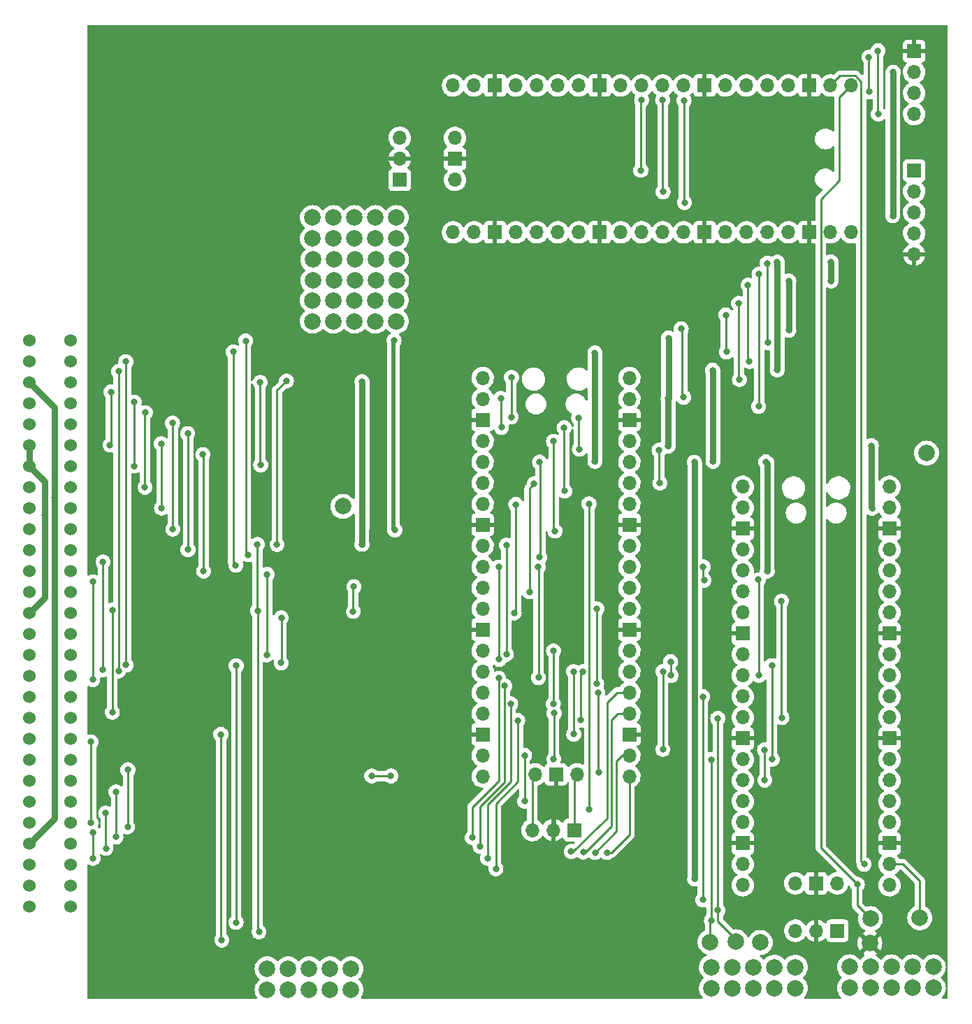
<source format=gbl>
G04 #@! TF.GenerationSoftware,KiCad,Pcbnew,6.0.11-2627ca5db0~126~ubuntu22.04.1*
G04 #@! TF.CreationDate,2023-02-12T16:42:10+00:00*
G04 #@! TF.ProjectId,srom,73726f6d-2e6b-4696-9361-645f70636258,v1.0*
G04 #@! TF.SameCoordinates,Original*
G04 #@! TF.FileFunction,Copper,L2,Bot*
G04 #@! TF.FilePolarity,Positive*
%FSLAX46Y46*%
G04 Gerber Fmt 4.6, Leading zero omitted, Abs format (unit mm)*
G04 Created by KiCad (PCBNEW 6.0.11-2627ca5db0~126~ubuntu22.04.1) date 2023-02-12 16:42:10*
%MOMM*%
%LPD*%
G01*
G04 APERTURE LIST*
G04 #@! TA.AperFunction,ComponentPad*
%ADD10C,2.000000*%
G04 #@! TD*
G04 #@! TA.AperFunction,ComponentPad*
%ADD11R,1.700000X1.700000*%
G04 #@! TD*
G04 #@! TA.AperFunction,ComponentPad*
%ADD12O,1.700000X1.700000*%
G04 #@! TD*
G04 #@! TA.AperFunction,ComponentPad*
%ADD13C,1.524000*%
G04 #@! TD*
G04 #@! TA.AperFunction,ViaPad*
%ADD14C,0.800000*%
G04 #@! TD*
G04 #@! TA.AperFunction,Conductor*
%ADD15C,0.750000*%
G04 #@! TD*
G04 #@! TA.AperFunction,Conductor*
%ADD16C,0.250000*%
G04 #@! TD*
G04 #@! TA.AperFunction,Conductor*
%ADD17C,0.550000*%
G04 #@! TD*
G04 APERTURE END LIST*
D10*
X132850000Y-167710000D03*
X84680000Y-92510000D03*
X154830000Y-173260000D03*
X81730000Y-170960000D03*
X94840000Y-82500000D03*
X89760000Y-82500000D03*
D11*
X95250000Y-75380000D03*
D12*
X95250000Y-72840000D03*
X95250000Y-70300000D03*
D10*
X87220000Y-79960000D03*
X135560000Y-170770000D03*
X84680000Y-89970000D03*
X92340000Y-85050000D03*
X159090000Y-108490000D03*
X152290000Y-173260000D03*
X84720000Y-87590000D03*
X135560000Y-173310000D03*
X94840000Y-92510000D03*
X92340000Y-87590000D03*
D12*
X149985000Y-63960000D03*
X147445000Y-63960000D03*
D11*
X144905000Y-63960000D03*
D12*
X142365000Y-63960000D03*
X139825000Y-63960000D03*
X137285000Y-63960000D03*
X134745000Y-63960000D03*
D11*
X132205000Y-63960000D03*
D12*
X129665000Y-63960000D03*
X127125000Y-63960000D03*
X124585000Y-63960000D03*
X122045000Y-63960000D03*
D11*
X119505000Y-63960000D03*
D12*
X116965000Y-63960000D03*
X114425000Y-63960000D03*
X111885000Y-63960000D03*
X109345000Y-63960000D03*
D11*
X106805000Y-63960000D03*
D12*
X104265000Y-63960000D03*
X101725000Y-63960000D03*
X101725000Y-81740000D03*
X104265000Y-81740000D03*
D11*
X106805000Y-81740000D03*
D12*
X109345000Y-81740000D03*
X111885000Y-81740000D03*
X114425000Y-81740000D03*
X116965000Y-81740000D03*
D11*
X119505000Y-81740000D03*
D12*
X122045000Y-81740000D03*
X124585000Y-81740000D03*
X127125000Y-81740000D03*
X129665000Y-81740000D03*
D11*
X132205000Y-81740000D03*
D12*
X134745000Y-81740000D03*
X137285000Y-81740000D03*
X139825000Y-81740000D03*
X142365000Y-81740000D03*
D11*
X144905000Y-81740000D03*
D12*
X147445000Y-81740000D03*
X149985000Y-81740000D03*
X101955000Y-70310000D03*
D11*
X101955000Y-72850000D03*
D12*
X101955000Y-75390000D03*
D10*
X133020000Y-173310000D03*
X79190000Y-170960000D03*
X149750000Y-173260000D03*
X87260000Y-87590000D03*
X94880000Y-87590000D03*
X143180000Y-173310000D03*
X94840000Y-89970000D03*
X92300000Y-89970000D03*
X84270000Y-170960000D03*
X159910000Y-170720000D03*
X87220000Y-89970000D03*
X157370000Y-173260000D03*
X84680000Y-82500000D03*
X92300000Y-92510000D03*
X140640000Y-173310000D03*
X140640000Y-170770000D03*
X87220000Y-82500000D03*
X157370000Y-170720000D03*
D11*
X157590000Y-74260000D03*
D12*
X157590000Y-76800000D03*
X157590000Y-79340000D03*
X157590000Y-81880000D03*
X157590000Y-84420000D03*
D10*
X87220000Y-92510000D03*
X86810000Y-170960000D03*
X84270000Y-173500000D03*
D12*
X136820000Y-112575000D03*
X136820000Y-115115000D03*
D11*
X136820000Y-117655000D03*
D12*
X136820000Y-120195000D03*
X136820000Y-122735000D03*
X136820000Y-125275000D03*
X136820000Y-127815000D03*
D11*
X136820000Y-130355000D03*
D12*
X136820000Y-132895000D03*
X136820000Y-135435000D03*
X136820000Y-137975000D03*
X136820000Y-140515000D03*
D11*
X136820000Y-143055000D03*
D12*
X136820000Y-145595000D03*
X136820000Y-148135000D03*
X136820000Y-150675000D03*
X136820000Y-153215000D03*
D11*
X136820000Y-155755000D03*
D12*
X136820000Y-158295000D03*
X136820000Y-160835000D03*
X154600000Y-160835000D03*
X154600000Y-158295000D03*
D11*
X154600000Y-155755000D03*
D12*
X154600000Y-153215000D03*
X154600000Y-150675000D03*
X154600000Y-148135000D03*
X154600000Y-145595000D03*
D11*
X154600000Y-143055000D03*
D12*
X154600000Y-140515000D03*
X154600000Y-137975000D03*
X154600000Y-135435000D03*
X154600000Y-132895000D03*
D11*
X154600000Y-130355000D03*
D12*
X154600000Y-127815000D03*
X154600000Y-125275000D03*
X154600000Y-122735000D03*
X154600000Y-120195000D03*
D11*
X154600000Y-117655000D03*
D12*
X154600000Y-115115000D03*
X154600000Y-112575000D03*
X143170000Y-160605000D03*
D11*
X145710000Y-160605000D03*
D12*
X148250000Y-160605000D03*
D10*
X138100000Y-173310000D03*
X88380000Y-114940000D03*
X79190000Y-173500000D03*
X89350000Y-170960000D03*
X159910000Y-173260000D03*
X136010000Y-167680000D03*
X149750000Y-170720000D03*
D11*
X157590000Y-59800000D03*
D12*
X157590000Y-62340000D03*
X157590000Y-64880000D03*
X157590000Y-67420000D03*
D10*
X89760000Y-79960000D03*
X158260000Y-164770000D03*
X152220000Y-167850000D03*
X133020000Y-170770000D03*
X89800000Y-87590000D03*
X81730000Y-173500000D03*
D11*
X116415000Y-154150000D03*
D12*
X113875000Y-154150000D03*
X111335000Y-154150000D03*
D10*
X84680000Y-79960000D03*
X154830000Y-170720000D03*
X138940000Y-167770000D03*
X152280000Y-164870000D03*
X87260000Y-85050000D03*
X94880000Y-85050000D03*
X89760000Y-92510000D03*
X86810000Y-173500000D03*
X143180000Y-170770000D03*
X94840000Y-79960000D03*
D11*
X148290000Y-166340000D03*
D12*
X145750000Y-166340000D03*
X143210000Y-166340000D03*
D10*
X89800000Y-85050000D03*
X84720000Y-85050000D03*
X92300000Y-79960000D03*
X89350000Y-173500000D03*
D13*
X50390000Y-105000000D03*
X55390000Y-105000000D03*
X55390000Y-94840000D03*
X55390000Y-97380000D03*
X55390000Y-99920000D03*
X55390000Y-102460000D03*
X55390000Y-107540000D03*
X55390000Y-110080000D03*
X55390000Y-112620000D03*
X55390000Y-115160000D03*
X55390000Y-117700000D03*
X55390000Y-120240000D03*
X55390000Y-122780000D03*
X55390000Y-125320000D03*
X55390000Y-127860000D03*
X55390000Y-130400000D03*
X55390000Y-132940000D03*
X55390000Y-135480000D03*
X55390000Y-138020000D03*
X55390000Y-140560000D03*
X55390000Y-143100000D03*
X55390000Y-145640000D03*
X55390000Y-148180000D03*
X55390000Y-150720000D03*
X55390000Y-153260000D03*
X55390000Y-155800000D03*
X55390000Y-158340000D03*
X55390000Y-160880000D03*
X55390000Y-163420000D03*
X50390000Y-94840000D03*
X50390000Y-97380000D03*
X50390000Y-99920000D03*
X50390000Y-102460000D03*
X50390000Y-107540000D03*
X50390000Y-110080000D03*
X50390000Y-112620000D03*
X50390000Y-115160000D03*
X50390000Y-117700000D03*
X50390000Y-120240000D03*
X50390000Y-122780000D03*
X50390000Y-125320000D03*
X50390000Y-127860000D03*
X50390000Y-130400000D03*
X50390000Y-132940000D03*
X50390000Y-135480000D03*
X50390000Y-138020000D03*
X50390000Y-140560000D03*
X50390000Y-143100000D03*
X50390000Y-145640000D03*
X50390000Y-148180000D03*
X50390000Y-150720000D03*
X50390000Y-153260000D03*
X50390000Y-155800000D03*
X50390000Y-158340000D03*
X50390000Y-160880000D03*
X50390000Y-163420000D03*
D10*
X138100000Y-170770000D03*
X152290000Y-170720000D03*
X92300000Y-82500000D03*
D12*
X105300000Y-99385000D03*
X105300000Y-101925000D03*
D11*
X105300000Y-104465000D03*
D12*
X105300000Y-107005000D03*
X105300000Y-109545000D03*
X105300000Y-112085000D03*
X105300000Y-114625000D03*
D11*
X105300000Y-117165000D03*
D12*
X105300000Y-119705000D03*
X105300000Y-122245000D03*
X105300000Y-124785000D03*
X105300000Y-127325000D03*
D11*
X105300000Y-129865000D03*
D12*
X105300000Y-132405000D03*
X105300000Y-134945000D03*
X105300000Y-137485000D03*
X105300000Y-140025000D03*
D11*
X105300000Y-142565000D03*
D12*
X105300000Y-145105000D03*
X105300000Y-147645000D03*
X123080000Y-147645000D03*
X123080000Y-145105000D03*
D11*
X123080000Y-142565000D03*
D12*
X123080000Y-140025000D03*
X123080000Y-137485000D03*
X123080000Y-134945000D03*
X123080000Y-132405000D03*
D11*
X123080000Y-129865000D03*
D12*
X123080000Y-127325000D03*
X123080000Y-124785000D03*
X123080000Y-122245000D03*
X123080000Y-119705000D03*
D11*
X123080000Y-117165000D03*
D12*
X123080000Y-114625000D03*
X123080000Y-112085000D03*
X123080000Y-109545000D03*
X123080000Y-107005000D03*
D11*
X123080000Y-104465000D03*
D12*
X123080000Y-101925000D03*
X123080000Y-99385000D03*
X111650000Y-147415000D03*
D11*
X114190000Y-147415000D03*
D12*
X116730000Y-147415000D03*
D10*
X89760000Y-89970000D03*
D14*
X90690000Y-99820000D03*
X139620000Y-109540000D03*
X140990000Y-98410000D03*
X154985000Y-79725000D03*
X155050000Y-62360000D03*
X118900000Y-109480000D03*
X130990000Y-160060000D03*
X139790000Y-122780000D03*
X133210000Y-109490000D03*
X133160000Y-98450000D03*
X90680000Y-119530000D03*
X140990000Y-85350000D03*
X118900000Y-96350000D03*
X130950000Y-109590000D03*
X154360000Y-87980000D03*
X59070000Y-111370000D03*
X88380000Y-129570000D03*
X91150000Y-133930000D03*
X88470000Y-127280000D03*
X88190000Y-149180000D03*
X94720000Y-121600000D03*
X59070000Y-116440000D03*
X157050000Y-105900000D03*
X93110000Y-173450000D03*
X88825000Y-101035000D03*
X80550000Y-96070000D03*
X93930000Y-153770000D03*
X52220000Y-116040000D03*
X138580000Y-155750000D03*
X143860000Y-105340000D03*
X129630000Y-156660000D03*
X130030000Y-161320000D03*
X81470000Y-144080000D03*
X143320000Y-100640000D03*
X52030000Y-111600000D03*
X112170000Y-173510000D03*
X81450000Y-163930000D03*
X81570000Y-111210000D03*
X118910000Y-171530000D03*
X143900000Y-90430000D03*
X94560000Y-94850000D03*
X94660000Y-117800000D03*
X53450000Y-113850000D03*
X152470000Y-115160000D03*
X147520000Y-87630000D03*
X127770000Y-101890000D03*
X152390000Y-107590000D03*
X142390000Y-87630000D03*
X127820000Y-94560000D03*
X127800000Y-107630000D03*
X147500000Y-85330000D03*
X142390000Y-93610000D03*
X59300000Y-121680000D03*
X59240000Y-134750000D03*
X58070000Y-124090000D03*
X58060000Y-135930000D03*
X58090000Y-157570000D03*
X58070000Y-154460000D03*
X59630000Y-152090000D03*
X59660000Y-156350000D03*
X60880000Y-149520000D03*
X60870000Y-154990000D03*
X141510000Y-126430000D03*
X107974500Y-136690000D03*
X141550000Y-140530000D03*
X119120000Y-136410000D03*
X105000000Y-156120000D03*
X119150000Y-127350000D03*
X113870000Y-138880000D03*
X140350000Y-134230000D03*
X105900000Y-157560000D03*
X140400000Y-145570000D03*
X108699000Y-138850000D03*
X113890000Y-132430000D03*
X106910000Y-158830000D03*
X139460000Y-144430000D03*
X127130000Y-144360000D03*
X139490000Y-148100000D03*
X117440000Y-134970000D03*
X109550000Y-140860000D03*
X127130000Y-134950000D03*
X117220000Y-140810000D03*
X110400000Y-150650000D03*
X110380000Y-145100000D03*
X113960000Y-139990000D03*
X113910000Y-145560000D03*
X119260000Y-137500000D03*
X119373198Y-147146802D03*
X116340000Y-142530000D03*
X116330000Y-134950000D03*
X62320000Y-146840000D03*
X62290000Y-153760000D03*
X61200000Y-98600000D03*
X61180000Y-134870000D03*
X62090000Y-134150000D03*
X62070000Y-97420000D03*
X120370000Y-156860000D03*
X118930000Y-156869999D03*
X117480000Y-156806666D03*
X116030000Y-156743333D03*
X104060000Y-155050000D03*
X132040000Y-122260000D03*
X112070000Y-135669500D03*
X132130000Y-123890000D03*
X138700000Y-123830000D03*
X138770000Y-135410000D03*
X112040000Y-122260000D03*
X107240000Y-135770000D03*
X60150000Y-107510000D03*
X60280000Y-101070000D03*
X63080000Y-102320000D03*
X63080000Y-110050000D03*
X64440000Y-103580000D03*
X64390000Y-112620000D03*
X69560000Y-106120000D03*
X69600000Y-120180000D03*
X71490000Y-122780000D03*
X71400000Y-108660000D03*
X67730000Y-104840000D03*
X67760000Y-117690000D03*
X66360000Y-107350000D03*
X66390000Y-115150000D03*
X78410000Y-109930000D03*
X78350000Y-99920000D03*
X107300000Y-133470000D03*
X107250000Y-122300000D03*
X128140000Y-135410000D03*
X128080000Y-133750000D03*
X109120000Y-127840000D03*
X109320000Y-114700000D03*
X112200000Y-121120000D03*
X112200000Y-109570000D03*
X108180000Y-119640000D03*
X108180000Y-132855500D03*
X110990000Y-125280000D03*
X111550000Y-112210000D03*
X113890000Y-107060000D03*
X114060000Y-117920000D03*
X107590000Y-105370000D03*
X115250000Y-113070000D03*
X107500000Y-101860000D03*
X115170000Y-105410000D03*
X117030000Y-108010000D03*
X126680000Y-108140000D03*
X126770000Y-112120000D03*
X108800000Y-99310000D03*
X116940000Y-104200000D03*
X108760000Y-104110000D03*
X89705500Y-124680000D03*
X80905000Y-128435000D03*
X89620000Y-127650000D03*
X80890000Y-133900000D03*
X75390000Y-122060000D03*
X75090000Y-96230000D03*
X76590000Y-94900000D03*
X76910000Y-120800000D03*
X57840000Y-143462500D03*
X57840000Y-153260000D03*
X78020000Y-119550000D03*
X80390000Y-119550000D03*
X60430000Y-127510000D03*
X81530000Y-99750000D03*
X78200000Y-166470000D03*
X60430000Y-139870000D03*
X78050000Y-127590000D03*
X124460000Y-74240000D03*
X124560000Y-65720000D03*
X79130000Y-132920000D03*
X79190000Y-123180000D03*
X94175924Y-147594076D03*
X91865924Y-147594076D03*
X118210000Y-151620000D03*
X118190000Y-114630000D03*
X127160000Y-76840000D03*
X127110000Y-65720000D03*
X129700000Y-65780000D03*
X129760000Y-78140000D03*
X152100000Y-60530000D03*
X152170000Y-64710000D03*
X153250000Y-67420000D03*
X153200000Y-59750000D03*
X131964500Y-137980000D03*
X131960000Y-162590000D03*
X133780000Y-163870000D03*
X133790000Y-140620000D03*
X133020000Y-165110000D03*
X133030000Y-145600000D03*
X150700000Y-160720000D03*
X151525000Y-158295000D03*
X75430000Y-165330000D03*
X75440000Y-134250000D03*
X73580000Y-142550000D03*
X73700000Y-167470000D03*
X129650000Y-101730000D03*
X129350000Y-93430000D03*
X134770000Y-91750000D03*
X134850000Y-96230000D03*
X136410000Y-99570000D03*
X136320000Y-90350000D03*
X137450000Y-88140000D03*
X137620000Y-97360000D03*
X138740000Y-102820000D03*
X138790000Y-86800000D03*
X139870000Y-95110000D03*
X139780000Y-85500000D03*
D15*
X133210000Y-98500000D02*
X133160000Y-98450000D01*
X133210000Y-109490000D02*
X133210000Y-98500000D01*
X154985000Y-62425000D02*
X155050000Y-62360000D01*
X130990000Y-109630000D02*
X130950000Y-109590000D01*
X139620000Y-109540000D02*
X139790000Y-109710000D01*
X90690000Y-117630000D02*
X90690000Y-99820000D01*
X90680000Y-117640000D02*
X90690000Y-117630000D01*
X118900000Y-96350000D02*
X118900000Y-109480000D01*
X90680000Y-119530000D02*
X90680000Y-117640000D01*
X140990000Y-85350000D02*
X140990000Y-98410000D01*
X130990000Y-160060000D02*
X130990000Y-109630000D01*
X139790000Y-109710000D02*
X139790000Y-122780000D01*
X154985000Y-79725000D02*
X154985000Y-62425000D01*
X52280000Y-125970000D02*
X50390000Y-127860000D01*
X50390000Y-110080000D02*
X52280000Y-111970000D01*
X80560000Y-96080000D02*
X80550000Y-96070000D01*
D16*
X114020000Y-147480000D02*
X114020000Y-154375000D01*
D15*
X50390000Y-107540000D02*
X50390000Y-110080000D01*
X52280000Y-111970000D02*
X52280000Y-125970000D01*
X53440000Y-152600000D02*
X53460000Y-152620000D01*
X53410000Y-152780000D02*
X50390000Y-155800000D01*
D17*
X94480000Y-94930000D02*
X94480000Y-117620000D01*
D15*
X53430000Y-102960000D02*
X50390000Y-99920000D01*
D17*
X94560000Y-94850000D02*
X94480000Y-94930000D01*
X94480000Y-117620000D02*
X94660000Y-117800000D01*
D15*
X53440000Y-102970000D02*
X53440000Y-152600000D01*
X152390000Y-115080000D02*
X152470000Y-115160000D01*
X147520000Y-85350000D02*
X147520000Y-87630000D01*
X127770000Y-107600000D02*
X127800000Y-107630000D01*
X127820000Y-94560000D02*
X127820000Y-101840000D01*
X147500000Y-85330000D02*
X147520000Y-85350000D01*
X127770000Y-101890000D02*
X127770000Y-107600000D01*
X152390000Y-107590000D02*
X152390000Y-115080000D01*
X127820000Y-101840000D02*
X127770000Y-101890000D01*
X142390000Y-93610000D02*
X142390000Y-87630000D01*
D16*
X116415000Y-154150000D02*
X116415000Y-147730000D01*
X111335000Y-154150000D02*
X111335000Y-147730000D01*
X59300000Y-121680000D02*
X59300000Y-134690000D01*
X59300000Y-134690000D02*
X59240000Y-134750000D01*
X58070000Y-124090000D02*
X58070000Y-135920000D01*
X58070000Y-135920000D02*
X58060000Y-135930000D01*
X58070000Y-157550000D02*
X58090000Y-157570000D01*
X58070000Y-154460000D02*
X58070000Y-157550000D01*
X59630000Y-152090000D02*
X59630000Y-156320000D01*
X59630000Y-156320000D02*
X59660000Y-156350000D01*
X60880000Y-154980000D02*
X60870000Y-154990000D01*
X60880000Y-149520000D02*
X60880000Y-154980000D01*
X107974500Y-148315500D02*
X107974500Y-136690000D01*
X119120000Y-136410000D02*
X119120000Y-127380000D01*
X105000000Y-156120000D02*
X105000000Y-151290000D01*
X105000000Y-151290000D02*
X107974500Y-148315500D01*
X119120000Y-127380000D02*
X119150000Y-127350000D01*
X141510000Y-140490000D02*
X141550000Y-140530000D01*
X141510000Y-126430000D02*
X141510000Y-140490000D01*
X113890000Y-138860000D02*
X113890000Y-132430000D01*
X108699000Y-148261000D02*
X108699000Y-138850000D01*
X105900000Y-151060000D02*
X108699000Y-148261000D01*
X113870000Y-138880000D02*
X113890000Y-138860000D01*
X105900000Y-157560000D02*
X105900000Y-151060000D01*
X140350000Y-145520000D02*
X140400000Y-145570000D01*
X140350000Y-134230000D02*
X140350000Y-145520000D01*
X139460000Y-144430000D02*
X139460000Y-148070000D01*
X109580000Y-140890000D02*
X109550000Y-140860000D01*
X106910000Y-158830000D02*
X106910000Y-150950000D01*
X117220000Y-135190000D02*
X117440000Y-134970000D01*
X117220000Y-140810000D02*
X117220000Y-135190000D01*
X106910000Y-150950000D02*
X109580000Y-148280000D01*
X127130000Y-144360000D02*
X127130000Y-134950000D01*
X109580000Y-148280000D02*
X109580000Y-140890000D01*
X139460000Y-148070000D02*
X139490000Y-148100000D01*
X110400000Y-150650000D02*
X110380000Y-145100000D01*
X113960000Y-145510000D02*
X113960000Y-139990000D01*
X113910000Y-145560000D02*
X113960000Y-145510000D01*
X119373198Y-147146802D02*
X119260000Y-147033604D01*
X119260000Y-147033604D02*
X119260000Y-137500000D01*
X116340000Y-142530000D02*
X116330000Y-142520000D01*
X116330000Y-142520000D02*
X116330000Y-134950000D01*
X62320000Y-146840000D02*
X62320000Y-153730000D01*
X62320000Y-153730000D02*
X62290000Y-153760000D01*
X61200000Y-134850000D02*
X61180000Y-134870000D01*
X61200000Y-98600000D02*
X61200000Y-134850000D01*
X62070000Y-134130000D02*
X62090000Y-134150000D01*
X62070000Y-97420000D02*
X62070000Y-134130000D01*
X120370000Y-156860000D02*
X120930000Y-156860000D01*
X123080000Y-154710000D02*
X123080000Y-147645000D01*
X120930000Y-156860000D02*
X123080000Y-154710000D01*
X122165000Y-145105000D02*
X123080000Y-145105000D01*
X118930000Y-156869999D02*
X118940001Y-156869999D01*
X121500000Y-145770000D02*
X122165000Y-145105000D01*
X121500000Y-154310000D02*
X121500000Y-145770000D01*
X118940001Y-156869999D02*
X121500000Y-154310000D01*
X121655000Y-140025000D02*
X123080000Y-140025000D01*
X120890000Y-140790000D02*
X121655000Y-140025000D01*
X117480000Y-156806666D02*
X117743334Y-156806666D01*
X117743334Y-156806666D02*
X120890000Y-153660000D01*
X120890000Y-153660000D02*
X120890000Y-140790000D01*
X116256667Y-156743333D02*
X119430000Y-153570000D01*
X121605000Y-137485000D02*
X123080000Y-137485000D01*
X116030000Y-156743333D02*
X116256667Y-156743333D01*
X119430000Y-153570000D02*
X119500000Y-153570000D01*
X120360000Y-152710000D02*
X120360000Y-138730000D01*
X120360000Y-138730000D02*
X121605000Y-137485000D01*
X119500000Y-153570000D02*
X120360000Y-152710000D01*
X138700000Y-123830000D02*
X138770000Y-123900000D01*
X112070000Y-135669500D02*
X112070000Y-122290000D01*
X104060000Y-155050000D02*
X104060000Y-151410000D01*
X112070000Y-122290000D02*
X112040000Y-122260000D01*
X132040000Y-123800000D02*
X132130000Y-123890000D01*
X132040000Y-122260000D02*
X132040000Y-123800000D01*
X138770000Y-123900000D02*
X138770000Y-135410000D01*
X107250000Y-148220000D02*
X107250000Y-135780000D01*
X107250000Y-135780000D02*
X107240000Y-135770000D01*
X104060000Y-151410000D02*
X107250000Y-148220000D01*
X60280000Y-107380000D02*
X60280000Y-101070000D01*
X60150000Y-107510000D02*
X60280000Y-107380000D01*
X63080000Y-110050000D02*
X63080000Y-102320000D01*
X64390000Y-112620000D02*
X64390000Y-103630000D01*
X64390000Y-103630000D02*
X64440000Y-103580000D01*
X69600000Y-120180000D02*
X69600000Y-106160000D01*
X69600000Y-106160000D02*
X69560000Y-106120000D01*
X71490000Y-122780000D02*
X71490000Y-108750000D01*
X71490000Y-108750000D02*
X71400000Y-108660000D01*
X67760000Y-117690000D02*
X67760000Y-104870000D01*
X67760000Y-104870000D02*
X67730000Y-104840000D01*
X66390000Y-107380000D02*
X66360000Y-107350000D01*
X66390000Y-115150000D02*
X66390000Y-107380000D01*
X78350000Y-109870000D02*
X78410000Y-109930000D01*
X78350000Y-99920000D02*
X78350000Y-109870000D01*
X128080000Y-135350000D02*
X128140000Y-135410000D01*
X107250000Y-133420000D02*
X107300000Y-133470000D01*
X128080000Y-133750000D02*
X128080000Y-135350000D01*
X107250000Y-122300000D02*
X107250000Y-133420000D01*
X109320000Y-127640000D02*
X109120000Y-127840000D01*
X109320000Y-114700000D02*
X109320000Y-127640000D01*
X112275000Y-109645000D02*
X112275000Y-121045000D01*
X112200000Y-109570000D02*
X112275000Y-109645000D01*
X112275000Y-121045000D02*
X112200000Y-121120000D01*
X108180000Y-119640000D02*
X108180000Y-132855500D01*
X110990000Y-112770000D02*
X110990000Y-125280000D01*
X111550000Y-112210000D02*
X110990000Y-112770000D01*
X113890000Y-117750000D02*
X114060000Y-117920000D01*
X113890000Y-107060000D02*
X113890000Y-117750000D01*
X107500000Y-105280000D02*
X107590000Y-105370000D01*
X115170000Y-105410000D02*
X115170000Y-112990000D01*
X107500000Y-101860000D02*
X107500000Y-105280000D01*
X115170000Y-112990000D02*
X115250000Y-113070000D01*
X116940000Y-104200000D02*
X116940000Y-107920000D01*
X126680000Y-112030000D02*
X126770000Y-112120000D01*
X126680000Y-108140000D02*
X126680000Y-112030000D01*
X116940000Y-107920000D02*
X117030000Y-108010000D01*
X108800000Y-99310000D02*
X108760000Y-99350000D01*
X108760000Y-99350000D02*
X108760000Y-104110000D01*
X89705500Y-124680000D02*
X89620000Y-124765500D01*
X80905000Y-128435000D02*
X80905000Y-133885000D01*
X89620000Y-124765500D02*
X89620000Y-127650000D01*
X80905000Y-133885000D02*
X80890000Y-133900000D01*
X75090000Y-121760000D02*
X75390000Y-122060000D01*
X75090000Y-96230000D02*
X75090000Y-121760000D01*
X76590000Y-94900000D02*
X76590000Y-120480000D01*
X76590000Y-120480000D02*
X76910000Y-120800000D01*
X57840000Y-143462500D02*
X57840000Y-153260000D01*
X60430000Y-139870000D02*
X60430000Y-127510000D01*
X78050000Y-127590000D02*
X78050000Y-166320000D01*
X78050000Y-127590000D02*
X78020000Y-127560000D01*
X80390000Y-119550000D02*
X80390000Y-100890000D01*
X78020000Y-127560000D02*
X78020000Y-119550000D01*
X80390000Y-100890000D02*
X81530000Y-99750000D01*
X78050000Y-166320000D02*
X78200000Y-166470000D01*
X124560000Y-65720000D02*
X124460000Y-65820000D01*
X124460000Y-65820000D02*
X124460000Y-74240000D01*
X79190000Y-132230000D02*
X79190000Y-123180000D01*
X79130000Y-132920000D02*
X79190000Y-132230000D01*
X91865924Y-147594076D02*
X94175924Y-147594076D01*
X118210000Y-151620000D02*
X118210000Y-114650000D01*
X118210000Y-114650000D02*
X118190000Y-114630000D01*
X127110000Y-65720000D02*
X127110000Y-76790000D01*
X127110000Y-76790000D02*
X127160000Y-76840000D01*
X129700000Y-65780000D02*
X129700000Y-78080000D01*
X129700000Y-78080000D02*
X129760000Y-78140000D01*
X152100000Y-60530000D02*
X152100000Y-64640000D01*
X152100000Y-64640000D02*
X152170000Y-64710000D01*
X153200000Y-67370000D02*
X153250000Y-67420000D01*
X153200000Y-59750000D02*
X153200000Y-67370000D01*
X131960000Y-137984500D02*
X131964500Y-137980000D01*
X131960000Y-162590000D02*
X131960000Y-137984500D01*
X133780000Y-163870000D02*
X133780000Y-165220000D01*
X133780000Y-165220000D02*
X135990000Y-167430000D01*
X133780000Y-140630000D02*
X133790000Y-140620000D01*
X133780000Y-163870000D02*
X133780000Y-140630000D01*
X133020000Y-165110000D02*
X132850000Y-165280000D01*
X133020000Y-165110000D02*
X133020000Y-145610000D01*
X132850000Y-165280000D02*
X132850000Y-167710000D01*
X133020000Y-145610000D02*
X133030000Y-145600000D01*
X150700000Y-160720000D02*
X146270000Y-156290000D01*
X150700000Y-163290000D02*
X152280000Y-164870000D01*
X148540000Y-65405000D02*
X149985000Y-63960000D01*
X148540000Y-75469999D02*
X148540000Y-65405000D01*
X146270000Y-77739999D02*
X148540000Y-75469999D01*
X146270000Y-156290000D02*
X146270000Y-77739999D01*
X150700000Y-160720000D02*
X150700000Y-163290000D01*
X151160000Y-157930000D02*
X151160000Y-63473299D01*
X154600000Y-158295000D02*
X156235000Y-158295000D01*
X156235000Y-158295000D02*
X158260000Y-160320000D01*
X150471701Y-62785000D02*
X148620000Y-62785000D01*
X151160000Y-63473299D02*
X150471701Y-62785000D01*
X151525000Y-158295000D02*
X151160000Y-157930000D01*
X148620000Y-62785000D02*
X147445000Y-63960000D01*
X158260000Y-160320000D02*
X158260000Y-164770000D01*
X75430000Y-165330000D02*
X75440000Y-165320000D01*
X75440000Y-165320000D02*
X75440000Y-134250000D01*
X73580000Y-167350000D02*
X73700000Y-167470000D01*
X73580000Y-142550000D02*
X73580000Y-167350000D01*
X129480000Y-101560000D02*
X129650000Y-101730000D01*
X129350000Y-93430000D02*
X129480000Y-93560000D01*
X129480000Y-93560000D02*
X129480000Y-101560000D01*
X134770000Y-96150000D02*
X134850000Y-96230000D01*
X134770000Y-91750000D02*
X134770000Y-96150000D01*
X136320000Y-90350000D02*
X136320000Y-99480000D01*
X136320000Y-99480000D02*
X136410000Y-99570000D01*
X137450000Y-88140000D02*
X137450000Y-97190000D01*
X137450000Y-97190000D02*
X137620000Y-97360000D01*
X138790000Y-86800000D02*
X138790000Y-102770000D01*
X138790000Y-102770000D02*
X138740000Y-102820000D01*
X139780000Y-85500000D02*
X139780000Y-95020000D01*
X139780000Y-95020000D02*
X139870000Y-95110000D01*
G04 #@! TA.AperFunction,Conductor*
G36*
X113119006Y-172634957D02*
G01*
X113119006Y-174561500D01*
X91923294Y-174561500D01*
X91977050Y-172620761D01*
X113119006Y-172634957D01*
G37*
G04 #@! TD.AperFunction*
G04 #@! TA.AperFunction,Conductor*
G36*
X161613621Y-56648502D02*
G01*
X161660114Y-56702158D01*
X161671500Y-56754500D01*
X161671500Y-170668477D01*
X161655906Y-170721584D01*
X161668809Y-170745620D01*
X161671500Y-170771523D01*
X161671500Y-173208477D01*
X161655906Y-173261584D01*
X161668809Y-173285620D01*
X161671500Y-173311523D01*
X161671500Y-174435500D01*
X161651498Y-174503621D01*
X161597842Y-174550114D01*
X161545500Y-174561500D01*
X161050419Y-174561500D01*
X160982298Y-174541498D01*
X160935805Y-174487842D01*
X160925701Y-174417568D01*
X160955195Y-174352988D01*
X160968590Y-174339688D01*
X160976209Y-174333181D01*
X160976213Y-174333177D01*
X160979969Y-174329969D01*
X161134176Y-174149416D01*
X161136755Y-174145208D01*
X161136759Y-174145202D01*
X161255654Y-173951183D01*
X161258240Y-173946963D01*
X161326501Y-173782167D01*
X161347211Y-173732167D01*
X161347212Y-173732165D01*
X161349105Y-173727594D01*
X161404535Y-173496711D01*
X161419888Y-173301637D01*
X161435440Y-173260835D01*
X161424604Y-173243975D01*
X161419888Y-173218363D01*
X161419110Y-173208477D01*
X161404535Y-173023289D01*
X161349105Y-172792406D01*
X161347211Y-172787833D01*
X161260135Y-172577611D01*
X161260133Y-172577607D01*
X161258240Y-172573037D01*
X161245383Y-172552056D01*
X161136759Y-172374798D01*
X161136755Y-172374792D01*
X161134176Y-172370584D01*
X160979969Y-172190031D01*
X160976213Y-172186823D01*
X160976208Y-172186818D01*
X160857944Y-172085811D01*
X160819134Y-172026361D01*
X160818628Y-171955366D01*
X160857944Y-171894189D01*
X160976208Y-171793182D01*
X160976213Y-171793177D01*
X160979969Y-171789969D01*
X161134176Y-171609416D01*
X161136755Y-171605208D01*
X161136759Y-171605202D01*
X161255654Y-171411183D01*
X161258240Y-171406963D01*
X161326501Y-171242167D01*
X161347211Y-171192167D01*
X161347212Y-171192165D01*
X161349105Y-171187594D01*
X161404535Y-170956711D01*
X161419888Y-170761637D01*
X161435440Y-170720835D01*
X161424604Y-170703975D01*
X161419888Y-170678363D01*
X161419110Y-170668477D01*
X161404535Y-170483289D01*
X161349105Y-170252406D01*
X161347211Y-170247833D01*
X161260135Y-170037611D01*
X161260133Y-170037607D01*
X161258240Y-170033037D01*
X161245383Y-170012056D01*
X161136759Y-169834798D01*
X161136755Y-169834792D01*
X161134176Y-169830584D01*
X160979969Y-169650031D01*
X160799416Y-169495824D01*
X160795203Y-169493242D01*
X160795202Y-169493241D01*
X160601183Y-169374346D01*
X160596963Y-169371760D01*
X160592393Y-169369867D01*
X160592389Y-169369865D01*
X160382167Y-169282789D01*
X160382165Y-169282788D01*
X160377594Y-169280895D01*
X160277377Y-169256835D01*
X160151524Y-169226620D01*
X160151518Y-169226619D01*
X160146711Y-169225465D01*
X159910000Y-169206835D01*
X159673289Y-169225465D01*
X159668482Y-169226619D01*
X159668476Y-169226620D01*
X159542623Y-169256835D01*
X159442406Y-169280895D01*
X159437835Y-169282788D01*
X159437833Y-169282789D01*
X159227611Y-169369865D01*
X159227607Y-169369867D01*
X159223037Y-169371760D01*
X159218817Y-169374346D01*
X159024798Y-169493241D01*
X159024797Y-169493242D01*
X159020584Y-169495824D01*
X158840031Y-169650031D01*
X158836823Y-169653787D01*
X158836818Y-169653792D01*
X158735811Y-169772056D01*
X158676361Y-169810866D01*
X158605366Y-169811372D01*
X158544189Y-169772056D01*
X158443182Y-169653792D01*
X158443177Y-169653787D01*
X158439969Y-169650031D01*
X158259416Y-169495824D01*
X158255203Y-169493242D01*
X158255202Y-169493241D01*
X158061183Y-169374346D01*
X158056963Y-169371760D01*
X158052393Y-169369867D01*
X158052389Y-169369865D01*
X157842167Y-169282789D01*
X157842165Y-169282788D01*
X157837594Y-169280895D01*
X157737377Y-169256835D01*
X157611524Y-169226620D01*
X157611518Y-169226619D01*
X157606711Y-169225465D01*
X157370000Y-169206835D01*
X157133289Y-169225465D01*
X157128482Y-169226619D01*
X157128476Y-169226620D01*
X157002623Y-169256835D01*
X156902406Y-169280895D01*
X156897835Y-169282788D01*
X156897833Y-169282789D01*
X156687611Y-169369865D01*
X156687607Y-169369867D01*
X156683037Y-169371760D01*
X156678817Y-169374346D01*
X156484798Y-169493241D01*
X156484797Y-169493242D01*
X156480584Y-169495824D01*
X156300031Y-169650031D01*
X156296823Y-169653787D01*
X156296818Y-169653792D01*
X156195811Y-169772056D01*
X156136361Y-169810866D01*
X156065366Y-169811372D01*
X156004189Y-169772056D01*
X155903182Y-169653792D01*
X155903177Y-169653787D01*
X155899969Y-169650031D01*
X155719416Y-169495824D01*
X155715203Y-169493242D01*
X155715202Y-169493241D01*
X155521183Y-169374346D01*
X155516963Y-169371760D01*
X155512393Y-169369867D01*
X155512389Y-169369865D01*
X155302167Y-169282789D01*
X155302165Y-169282788D01*
X155297594Y-169280895D01*
X155197377Y-169256835D01*
X155071524Y-169226620D01*
X155071518Y-169226619D01*
X155066711Y-169225465D01*
X154830000Y-169206835D01*
X154593289Y-169225465D01*
X154588482Y-169226619D01*
X154588476Y-169226620D01*
X154462623Y-169256835D01*
X154362406Y-169280895D01*
X154357835Y-169282788D01*
X154357833Y-169282789D01*
X154147611Y-169369865D01*
X154147607Y-169369867D01*
X154143037Y-169371760D01*
X154138817Y-169374346D01*
X153944798Y-169493241D01*
X153944797Y-169493242D01*
X153940584Y-169495824D01*
X153760031Y-169650031D01*
X153756823Y-169653787D01*
X153756818Y-169653792D01*
X153655811Y-169772056D01*
X153596361Y-169810866D01*
X153525366Y-169811372D01*
X153464189Y-169772056D01*
X153363182Y-169653792D01*
X153363177Y-169653787D01*
X153359969Y-169650031D01*
X153179416Y-169495824D01*
X153175203Y-169493242D01*
X153175202Y-169493241D01*
X152976963Y-169371760D01*
X152977928Y-169370186D01*
X152932066Y-169326859D01*
X152915009Y-169257941D01*
X152937920Y-169190743D01*
X152975058Y-169155924D01*
X153078445Y-169092568D01*
X153087907Y-169082110D01*
X153084124Y-169073334D01*
X152232812Y-168222022D01*
X152218868Y-168214408D01*
X152217035Y-168214539D01*
X152210420Y-168218790D01*
X151358920Y-169070290D01*
X151352160Y-169082670D01*
X151357887Y-169090320D01*
X151533265Y-169197793D01*
X151532258Y-169199436D01*
X151577911Y-169242562D01*
X151594970Y-169311479D01*
X151572061Y-169378678D01*
X151534922Y-169413501D01*
X151400584Y-169495824D01*
X151220031Y-169650031D01*
X151216823Y-169653787D01*
X151216818Y-169653792D01*
X151115811Y-169772056D01*
X151056361Y-169810866D01*
X150985366Y-169811372D01*
X150924189Y-169772056D01*
X150823182Y-169653792D01*
X150823177Y-169653787D01*
X150819969Y-169650031D01*
X150639416Y-169495824D01*
X150635203Y-169493242D01*
X150635202Y-169493241D01*
X150441183Y-169374346D01*
X150436963Y-169371760D01*
X150432393Y-169369867D01*
X150432389Y-169369865D01*
X150222167Y-169282789D01*
X150222165Y-169282788D01*
X150217594Y-169280895D01*
X150117377Y-169256835D01*
X149991524Y-169226620D01*
X149991518Y-169226619D01*
X149986711Y-169225465D01*
X149750000Y-169206835D01*
X149513289Y-169225465D01*
X149508482Y-169226619D01*
X149508476Y-169226620D01*
X149382623Y-169256835D01*
X149282406Y-169280895D01*
X149277835Y-169282788D01*
X149277833Y-169282789D01*
X149067611Y-169369865D01*
X149067607Y-169369867D01*
X149063037Y-169371760D01*
X149058817Y-169374346D01*
X148864798Y-169493241D01*
X148864797Y-169493242D01*
X148860584Y-169495824D01*
X148680031Y-169650031D01*
X148525824Y-169830584D01*
X148523245Y-169834792D01*
X148523241Y-169834798D01*
X148414617Y-170012056D01*
X148401760Y-170033037D01*
X148399867Y-170037607D01*
X148399865Y-170037611D01*
X148312789Y-170247833D01*
X148310895Y-170252406D01*
X148255465Y-170483289D01*
X148236835Y-170720000D01*
X148255465Y-170956711D01*
X148310895Y-171187594D01*
X148312788Y-171192165D01*
X148312789Y-171192167D01*
X148333500Y-171242167D01*
X148401760Y-171406963D01*
X148404346Y-171411183D01*
X148523241Y-171605202D01*
X148523245Y-171605208D01*
X148525824Y-171609416D01*
X148680031Y-171789969D01*
X148683787Y-171793177D01*
X148683792Y-171793182D01*
X148802056Y-171894189D01*
X148840866Y-171953639D01*
X148841372Y-172024634D01*
X148802056Y-172085811D01*
X148683792Y-172186818D01*
X148683787Y-172186823D01*
X148680031Y-172190031D01*
X148525824Y-172370584D01*
X148523245Y-172374792D01*
X148523241Y-172374798D01*
X148414617Y-172552056D01*
X148401760Y-172573037D01*
X148399867Y-172577607D01*
X148399865Y-172577611D01*
X148312789Y-172787833D01*
X148310895Y-172792406D01*
X148255465Y-173023289D01*
X148236835Y-173260000D01*
X148255465Y-173496711D01*
X148310895Y-173727594D01*
X148312788Y-173732165D01*
X148312789Y-173732167D01*
X148333500Y-173782167D01*
X148401760Y-173946963D01*
X148404346Y-173951183D01*
X148523241Y-174145202D01*
X148523245Y-174145208D01*
X148525824Y-174149416D01*
X148680031Y-174329969D01*
X148683787Y-174333177D01*
X148683791Y-174333181D01*
X148691410Y-174339688D01*
X148730220Y-174399138D01*
X148730728Y-174470132D01*
X148692773Y-174530132D01*
X148628405Y-174560086D01*
X148609581Y-174561500D01*
X144368242Y-174561500D01*
X144300121Y-174541498D01*
X144253628Y-174487842D01*
X144243524Y-174417568D01*
X144272431Y-174353669D01*
X144284372Y-174339688D01*
X144404176Y-174199416D01*
X144406755Y-174195208D01*
X144406759Y-174195202D01*
X144525654Y-174001183D01*
X144528240Y-173996963D01*
X144542399Y-173962782D01*
X144617211Y-173782167D01*
X144617212Y-173782165D01*
X144619105Y-173777594D01*
X144674535Y-173546711D01*
X144693165Y-173310000D01*
X144674535Y-173073289D01*
X144665876Y-173037218D01*
X144620260Y-172847218D01*
X144619105Y-172842406D01*
X144600388Y-172797218D01*
X144530135Y-172627611D01*
X144530133Y-172627607D01*
X144528240Y-172623037D01*
X144508836Y-172591372D01*
X144406759Y-172424798D01*
X144406755Y-172424792D01*
X144404176Y-172420584D01*
X144249969Y-172240031D01*
X144246213Y-172236823D01*
X144246208Y-172236818D01*
X144127944Y-172135811D01*
X144089134Y-172076361D01*
X144088628Y-172005366D01*
X144127944Y-171944189D01*
X144246208Y-171843182D01*
X144246213Y-171843177D01*
X144249969Y-171839969D01*
X144404176Y-171659416D01*
X144406755Y-171655208D01*
X144406759Y-171655202D01*
X144525654Y-171461183D01*
X144528240Y-171456963D01*
X144542399Y-171422782D01*
X144617211Y-171242167D01*
X144617212Y-171242165D01*
X144619105Y-171237594D01*
X144674535Y-171006711D01*
X144693165Y-170770000D01*
X144674535Y-170533289D01*
X144665876Y-170497218D01*
X144620260Y-170307218D01*
X144619105Y-170302406D01*
X144600388Y-170257218D01*
X144530135Y-170087611D01*
X144530133Y-170087607D01*
X144528240Y-170083037D01*
X144508836Y-170051372D01*
X144406759Y-169884798D01*
X144406755Y-169884792D01*
X144404176Y-169880584D01*
X144249969Y-169700031D01*
X144069416Y-169545824D01*
X144065203Y-169543242D01*
X144065202Y-169543241D01*
X143871183Y-169424346D01*
X143866963Y-169421760D01*
X143862393Y-169419867D01*
X143862389Y-169419865D01*
X143652167Y-169332789D01*
X143652165Y-169332788D01*
X143647594Y-169330895D01*
X143566720Y-169311479D01*
X143421524Y-169276620D01*
X143421518Y-169276619D01*
X143416711Y-169275465D01*
X143180000Y-169256835D01*
X142943289Y-169275465D01*
X142938482Y-169276619D01*
X142938476Y-169276620D01*
X142793280Y-169311479D01*
X142712406Y-169330895D01*
X142707835Y-169332788D01*
X142707833Y-169332789D01*
X142497611Y-169419865D01*
X142497607Y-169419867D01*
X142493037Y-169421760D01*
X142488817Y-169424346D01*
X142294798Y-169543241D01*
X142294797Y-169543242D01*
X142290584Y-169545824D01*
X142110031Y-169700031D01*
X142106823Y-169703787D01*
X142106818Y-169703792D01*
X142005811Y-169822056D01*
X141946361Y-169860866D01*
X141875366Y-169861372D01*
X141814189Y-169822056D01*
X141713182Y-169703792D01*
X141713177Y-169703787D01*
X141709969Y-169700031D01*
X141529416Y-169545824D01*
X141525203Y-169543242D01*
X141525202Y-169543241D01*
X141331183Y-169424346D01*
X141326963Y-169421760D01*
X141322393Y-169419867D01*
X141322389Y-169419865D01*
X141112167Y-169332789D01*
X141112165Y-169332788D01*
X141107594Y-169330895D01*
X141026720Y-169311479D01*
X140881524Y-169276620D01*
X140881518Y-169276619D01*
X140876711Y-169275465D01*
X140640000Y-169256835D01*
X140403289Y-169275465D01*
X140398482Y-169276619D01*
X140398476Y-169276620D01*
X140253280Y-169311479D01*
X140172406Y-169330895D01*
X140167835Y-169332788D01*
X140167833Y-169332789D01*
X139957611Y-169419865D01*
X139957607Y-169419867D01*
X139953037Y-169421760D01*
X139948817Y-169424346D01*
X139754798Y-169543241D01*
X139754797Y-169543242D01*
X139750584Y-169545824D01*
X139570031Y-169700031D01*
X139566823Y-169703787D01*
X139566818Y-169703792D01*
X139465811Y-169822056D01*
X139406361Y-169860866D01*
X139335366Y-169861372D01*
X139274189Y-169822056D01*
X139173182Y-169703792D01*
X139173177Y-169703787D01*
X139169969Y-169700031D01*
X138989416Y-169545824D01*
X138934599Y-169512232D01*
X138886968Y-169459584D01*
X138875361Y-169389543D01*
X138903464Y-169324345D01*
X138962355Y-169284691D01*
X138990548Y-169279187D01*
X139078937Y-169272230D01*
X139176711Y-169264535D01*
X139181518Y-169263381D01*
X139181524Y-169263380D01*
X139334639Y-169226620D01*
X139407594Y-169209105D01*
X139412167Y-169207211D01*
X139622389Y-169120135D01*
X139622393Y-169120133D01*
X139626963Y-169118240D01*
X139685008Y-169082670D01*
X139825202Y-168996759D01*
X139825208Y-168996755D01*
X139829416Y-168994176D01*
X140009969Y-168839969D01*
X140164176Y-168659416D01*
X140166755Y-168655208D01*
X140166759Y-168655202D01*
X140285654Y-168461183D01*
X140288240Y-168456963D01*
X140314988Y-168392389D01*
X140377211Y-168242167D01*
X140377212Y-168242165D01*
X140379105Y-168237594D01*
X140426031Y-168042134D01*
X140433380Y-168011524D01*
X140433381Y-168011518D01*
X140434535Y-168006711D01*
X140446481Y-167854930D01*
X150707725Y-167854930D01*
X150725572Y-168081699D01*
X150727115Y-168091446D01*
X150780217Y-168312627D01*
X150783266Y-168322012D01*
X150870313Y-168532163D01*
X150874795Y-168540958D01*
X150977432Y-168708445D01*
X150987890Y-168717907D01*
X150996666Y-168714124D01*
X151847978Y-167862812D01*
X151854356Y-167851132D01*
X152584408Y-167851132D01*
X152584539Y-167852965D01*
X152588790Y-167859580D01*
X153440290Y-168711080D01*
X153452670Y-168717840D01*
X153460320Y-168712113D01*
X153565205Y-168540958D01*
X153569687Y-168532163D01*
X153656734Y-168322012D01*
X153659783Y-168312627D01*
X153712885Y-168091446D01*
X153714428Y-168081699D01*
X153732275Y-167854930D01*
X153732275Y-167845070D01*
X153714428Y-167618301D01*
X153712885Y-167608554D01*
X153659783Y-167387373D01*
X153656734Y-167377988D01*
X153569687Y-167167837D01*
X153565205Y-167159042D01*
X153462568Y-166991555D01*
X153452110Y-166982093D01*
X153443334Y-166985876D01*
X152592022Y-167837188D01*
X152584408Y-167851132D01*
X151854356Y-167851132D01*
X151855592Y-167848868D01*
X151855461Y-167847035D01*
X151851210Y-167840420D01*
X150999710Y-166988920D01*
X150987330Y-166982160D01*
X150979680Y-166987887D01*
X150874795Y-167159042D01*
X150870313Y-167167837D01*
X150783266Y-167377988D01*
X150780217Y-167387373D01*
X150727115Y-167608554D01*
X150725572Y-167618301D01*
X150707725Y-167845070D01*
X150707725Y-167854930D01*
X140446481Y-167854930D01*
X140453165Y-167770000D01*
X140434535Y-167533289D01*
X140429602Y-167512739D01*
X140382666Y-167317240D01*
X140379105Y-167302406D01*
X140372609Y-167286723D01*
X140290135Y-167087611D01*
X140290133Y-167087607D01*
X140288240Y-167083037D01*
X140248886Y-167018817D01*
X140166759Y-166884798D01*
X140166755Y-166884792D01*
X140164176Y-166880584D01*
X140009969Y-166700031D01*
X139829416Y-166545824D01*
X139825208Y-166543245D01*
X139825202Y-166543241D01*
X139631183Y-166424346D01*
X139626963Y-166421760D01*
X139622393Y-166419867D01*
X139622389Y-166419865D01*
X139412167Y-166332789D01*
X139412165Y-166332788D01*
X139407594Y-166330895D01*
X139306794Y-166306695D01*
X141847251Y-166306695D01*
X141847548Y-166311848D01*
X141847548Y-166311851D01*
X141858415Y-166500313D01*
X141860110Y-166529715D01*
X141861247Y-166534761D01*
X141861248Y-166534767D01*
X141878131Y-166609680D01*
X141909222Y-166747639D01*
X141961679Y-166876825D01*
X141982519Y-166928148D01*
X141993266Y-166954616D01*
X142019613Y-166997611D01*
X142081404Y-167098444D01*
X142109987Y-167145088D01*
X142256250Y-167313938D01*
X142428126Y-167456632D01*
X142621000Y-167569338D01*
X142829692Y-167649030D01*
X142834760Y-167650061D01*
X142834763Y-167650062D01*
X142914114Y-167666206D01*
X143048597Y-167693567D01*
X143053772Y-167693757D01*
X143053774Y-167693757D01*
X143266673Y-167701564D01*
X143266677Y-167701564D01*
X143271837Y-167701753D01*
X143276957Y-167701097D01*
X143276959Y-167701097D01*
X143488288Y-167674025D01*
X143488289Y-167674025D01*
X143493416Y-167673368D01*
X143498366Y-167671883D01*
X143702429Y-167610661D01*
X143702434Y-167610659D01*
X143707384Y-167609174D01*
X143907994Y-167510896D01*
X144089860Y-167381173D01*
X144248096Y-167223489D01*
X144307594Y-167140689D01*
X144378453Y-167042077D01*
X144379640Y-167042930D01*
X144426960Y-166999362D01*
X144496897Y-166987145D01*
X144562338Y-167014678D01*
X144590166Y-167046511D01*
X144647694Y-167140388D01*
X144653777Y-167148699D01*
X144793213Y-167309667D01*
X144800580Y-167316883D01*
X144964434Y-167452916D01*
X144972881Y-167458831D01*
X145156756Y-167566279D01*
X145166042Y-167570729D01*
X145365001Y-167646703D01*
X145374899Y-167649579D01*
X145478250Y-167670606D01*
X145492299Y-167669410D01*
X145496000Y-167659065D01*
X145496000Y-167658517D01*
X146004000Y-167658517D01*
X146008064Y-167672359D01*
X146021478Y-167674393D01*
X146028184Y-167673534D01*
X146038262Y-167671392D01*
X146242255Y-167610191D01*
X146251842Y-167606433D01*
X146443095Y-167512739D01*
X146451945Y-167507464D01*
X146625328Y-167383792D01*
X146633193Y-167377145D01*
X146737897Y-167272805D01*
X146800268Y-167238889D01*
X146871075Y-167244077D01*
X146927837Y-167286723D01*
X146944819Y-167317826D01*
X146967057Y-167377145D01*
X146989385Y-167436705D01*
X147076739Y-167553261D01*
X147193295Y-167640615D01*
X147329684Y-167691745D01*
X147391866Y-167698500D01*
X149188134Y-167698500D01*
X149250316Y-167691745D01*
X149386705Y-167640615D01*
X149503261Y-167553261D01*
X149590615Y-167436705D01*
X149641745Y-167300316D01*
X149648500Y-167238134D01*
X149648500Y-165441866D01*
X149641745Y-165379684D01*
X149590615Y-165243295D01*
X149503261Y-165126739D01*
X149386705Y-165039385D01*
X149250316Y-164988255D01*
X149188134Y-164981500D01*
X147391866Y-164981500D01*
X147329684Y-164988255D01*
X147193295Y-165039385D01*
X147076739Y-165126739D01*
X146989385Y-165243295D01*
X146986233Y-165251703D01*
X146986232Y-165251705D01*
X146944722Y-165362433D01*
X146902081Y-165419198D01*
X146835519Y-165443898D01*
X146766170Y-165428691D01*
X146733546Y-165403004D01*
X146682799Y-165347234D01*
X146675273Y-165340215D01*
X146508139Y-165208222D01*
X146499552Y-165202517D01*
X146313117Y-165099599D01*
X146303705Y-165095369D01*
X146102959Y-165024280D01*
X146092988Y-165021646D01*
X146021837Y-165008972D01*
X146008540Y-165010432D01*
X146004000Y-165024989D01*
X146004000Y-167658517D01*
X145496000Y-167658517D01*
X145496000Y-165023102D01*
X145492082Y-165009758D01*
X145477806Y-165007771D01*
X145439324Y-165013660D01*
X145429288Y-165016051D01*
X145226868Y-165082212D01*
X145217359Y-165086209D01*
X145028463Y-165184542D01*
X145019738Y-165190036D01*
X144849433Y-165317905D01*
X144841726Y-165324748D01*
X144694590Y-165478717D01*
X144688109Y-165486722D01*
X144583498Y-165640074D01*
X144528587Y-165685076D01*
X144458062Y-165693247D01*
X144394315Y-165661993D01*
X144373618Y-165637509D01*
X144292822Y-165512617D01*
X144292820Y-165512614D01*
X144290014Y-165508277D01*
X144139670Y-165343051D01*
X144135619Y-165339852D01*
X144135615Y-165339848D01*
X143968414Y-165207800D01*
X143968410Y-165207798D01*
X143964359Y-165204598D01*
X143928028Y-165184542D01*
X143912135Y-165175769D01*
X143768789Y-165096638D01*
X143763920Y-165094914D01*
X143763916Y-165094912D01*
X143563087Y-165023795D01*
X143563083Y-165023794D01*
X143558212Y-165022069D01*
X143553119Y-165021162D01*
X143553116Y-165021161D01*
X143343373Y-164983800D01*
X143343367Y-164983799D01*
X143338284Y-164982894D01*
X143264452Y-164981992D01*
X143120081Y-164980228D01*
X143120079Y-164980228D01*
X143114911Y-164980165D01*
X142894091Y-165013955D01*
X142681756Y-165083357D01*
X142483607Y-165186507D01*
X142479474Y-165189610D01*
X142479471Y-165189612D01*
X142309100Y-165317530D01*
X142304965Y-165320635D01*
X142150629Y-165482138D01*
X142024743Y-165666680D01*
X142010058Y-165698316D01*
X141933201Y-165863892D01*
X141930688Y-165869305D01*
X141870989Y-166084570D01*
X141847251Y-166306695D01*
X139306794Y-166306695D01*
X139181524Y-166276620D01*
X139181518Y-166276619D01*
X139176711Y-166275465D01*
X138940000Y-166256835D01*
X138703289Y-166275465D01*
X138698482Y-166276619D01*
X138698476Y-166276620D01*
X138573206Y-166306695D01*
X138472406Y-166330895D01*
X138467835Y-166332788D01*
X138467833Y-166332789D01*
X138257611Y-166419865D01*
X138257607Y-166419867D01*
X138253037Y-166421760D01*
X138248817Y-166424346D01*
X138054798Y-166543241D01*
X138054792Y-166543245D01*
X138050584Y-166545824D01*
X137870031Y-166700031D01*
X137715824Y-166880584D01*
X137713242Y-166884797D01*
X137713235Y-166884807D01*
X137603874Y-167063267D01*
X137551227Y-167110898D01*
X137481185Y-167122505D01*
X137415988Y-167094402D01*
X137380033Y-167045650D01*
X137360135Y-166997611D01*
X137360133Y-166997607D01*
X137358240Y-166993037D01*
X137351575Y-166982160D01*
X137236759Y-166794798D01*
X137236755Y-166794792D01*
X137234176Y-166790584D01*
X137079969Y-166610031D01*
X136899416Y-166455824D01*
X136895208Y-166453245D01*
X136895202Y-166453241D01*
X136701183Y-166334346D01*
X136696963Y-166331760D01*
X136692393Y-166329867D01*
X136692389Y-166329865D01*
X136482167Y-166242789D01*
X136482165Y-166242788D01*
X136477594Y-166240895D01*
X136383229Y-166218240D01*
X136251524Y-166186620D01*
X136251518Y-166186619D01*
X136246711Y-166185465D01*
X136010000Y-166166835D01*
X135773289Y-166185465D01*
X135735523Y-166194532D01*
X135664615Y-166190986D01*
X135617013Y-166161109D01*
X134450405Y-164994500D01*
X134416379Y-164932188D01*
X134413500Y-164905405D01*
X134413500Y-164572524D01*
X134433502Y-164504403D01*
X134445858Y-164488221D01*
X134519040Y-164406944D01*
X134614527Y-164241556D01*
X134673542Y-164059928D01*
X134681439Y-163984798D01*
X134692814Y-163876565D01*
X134693504Y-163870000D01*
X134681846Y-163759077D01*
X134674232Y-163686635D01*
X134674232Y-163686633D01*
X134673542Y-163680072D01*
X134614527Y-163498444D01*
X134519040Y-163333056D01*
X134445863Y-163251785D01*
X134415147Y-163187779D01*
X134413500Y-163167476D01*
X134413500Y-160801695D01*
X135457251Y-160801695D01*
X135457548Y-160806848D01*
X135457548Y-160806851D01*
X135466790Y-160967128D01*
X135470110Y-161024715D01*
X135471247Y-161029761D01*
X135471248Y-161029767D01*
X135491119Y-161117939D01*
X135519222Y-161242639D01*
X135603266Y-161449616D01*
X135719987Y-161640088D01*
X135866250Y-161808938D01*
X136038126Y-161951632D01*
X136231000Y-162064338D01*
X136439692Y-162144030D01*
X136444760Y-162145061D01*
X136444763Y-162145062D01*
X136552017Y-162166883D01*
X136658597Y-162188567D01*
X136663772Y-162188757D01*
X136663774Y-162188757D01*
X136876673Y-162196564D01*
X136876677Y-162196564D01*
X136881837Y-162196753D01*
X136886957Y-162196097D01*
X136886959Y-162196097D01*
X137098288Y-162169025D01*
X137098289Y-162169025D01*
X137103416Y-162168368D01*
X137108366Y-162166883D01*
X137312429Y-162105661D01*
X137312434Y-162105659D01*
X137317384Y-162104174D01*
X137517994Y-162005896D01*
X137699860Y-161876173D01*
X137741842Y-161834338D01*
X137800488Y-161775896D01*
X137858096Y-161718489D01*
X137912679Y-161642529D01*
X137985435Y-161541277D01*
X137988453Y-161537077D01*
X137993341Y-161527188D01*
X138085136Y-161341453D01*
X138085137Y-161341451D01*
X138087430Y-161336811D01*
X138152370Y-161123069D01*
X138181529Y-160901590D01*
X138183156Y-160835000D01*
X138164852Y-160612361D01*
X138154637Y-160571695D01*
X141807251Y-160571695D01*
X141807548Y-160576848D01*
X141807548Y-160576851D01*
X141816607Y-160733955D01*
X141820110Y-160794715D01*
X141821247Y-160799761D01*
X141821248Y-160799767D01*
X141842275Y-160893069D01*
X141869222Y-161012639D01*
X141953266Y-161219616D01*
X141970307Y-161247425D01*
X142027928Y-161341453D01*
X142069987Y-161410088D01*
X142216250Y-161578938D01*
X142388126Y-161721632D01*
X142581000Y-161834338D01*
X142789692Y-161914030D01*
X142794760Y-161915061D01*
X142794763Y-161915062D01*
X142896901Y-161935842D01*
X143008597Y-161958567D01*
X143013772Y-161958757D01*
X143013774Y-161958757D01*
X143226673Y-161966564D01*
X143226677Y-161966564D01*
X143231837Y-161966753D01*
X143236957Y-161966097D01*
X143236959Y-161966097D01*
X143448288Y-161939025D01*
X143448289Y-161939025D01*
X143453416Y-161938368D01*
X143461836Y-161935842D01*
X143662429Y-161875661D01*
X143662434Y-161875659D01*
X143667384Y-161874174D01*
X143867994Y-161775896D01*
X144049860Y-161646173D01*
X144055967Y-161640088D01*
X144158479Y-161537933D01*
X144220851Y-161504017D01*
X144291658Y-161509205D01*
X144348419Y-161551851D01*
X144365401Y-161582954D01*
X144406676Y-161693054D01*
X144415214Y-161708649D01*
X144491715Y-161810724D01*
X144504276Y-161823285D01*
X144606351Y-161899786D01*
X144621946Y-161908324D01*
X144742394Y-161953478D01*
X144757649Y-161957105D01*
X144808514Y-161962631D01*
X144815328Y-161963000D01*
X145437885Y-161963000D01*
X145453124Y-161958525D01*
X145454329Y-161957135D01*
X145456000Y-161949452D01*
X145456000Y-159265116D01*
X145451525Y-159249877D01*
X145450135Y-159248672D01*
X145442452Y-159247001D01*
X144815331Y-159247001D01*
X144808510Y-159247371D01*
X144757648Y-159252895D01*
X144742396Y-159256521D01*
X144621946Y-159301676D01*
X144606351Y-159310214D01*
X144504276Y-159386715D01*
X144491715Y-159399276D01*
X144415214Y-159501351D01*
X144406676Y-159516946D01*
X144365297Y-159627322D01*
X144322655Y-159684087D01*
X144256093Y-159708786D01*
X144186744Y-159693578D01*
X144154121Y-159667891D01*
X144103151Y-159611876D01*
X144103148Y-159611873D01*
X144099670Y-159608051D01*
X144095619Y-159604852D01*
X144095615Y-159604848D01*
X143928414Y-159472800D01*
X143928410Y-159472798D01*
X143924359Y-159469598D01*
X143914054Y-159463909D01*
X143796970Y-159399276D01*
X143728789Y-159361638D01*
X143723920Y-159359914D01*
X143723916Y-159359912D01*
X143523087Y-159288795D01*
X143523083Y-159288794D01*
X143518212Y-159287069D01*
X143513119Y-159286162D01*
X143513116Y-159286161D01*
X143303373Y-159248800D01*
X143303367Y-159248799D01*
X143298284Y-159247894D01*
X143224452Y-159246992D01*
X143080081Y-159245228D01*
X143080079Y-159245228D01*
X143074911Y-159245165D01*
X142854091Y-159278955D01*
X142641756Y-159348357D01*
X142443607Y-159451507D01*
X142439474Y-159454610D01*
X142439471Y-159454612D01*
X142274658Y-159578357D01*
X142264965Y-159585635D01*
X142234765Y-159617237D01*
X142155517Y-159700166D01*
X142110629Y-159747138D01*
X142107715Y-159751410D01*
X142107714Y-159751411D01*
X142061465Y-159819210D01*
X141984743Y-159931680D01*
X141963642Y-159977138D01*
X141897282Y-160120100D01*
X141890688Y-160134305D01*
X141830989Y-160349570D01*
X141807251Y-160571695D01*
X138154637Y-160571695D01*
X138110431Y-160395702D01*
X138021354Y-160190840D01*
X137936710Y-160060000D01*
X137902822Y-160007617D01*
X137902820Y-160007614D01*
X137900014Y-160003277D01*
X137749670Y-159838051D01*
X137745619Y-159834852D01*
X137745615Y-159834848D01*
X137578414Y-159702800D01*
X137578410Y-159702798D01*
X137574359Y-159699598D01*
X137533053Y-159676796D01*
X137483084Y-159626364D01*
X137468312Y-159556921D01*
X137493428Y-159490516D01*
X137520780Y-159463909D01*
X137564603Y-159432650D01*
X137699860Y-159336173D01*
X137858096Y-159178489D01*
X137867670Y-159165166D01*
X137985435Y-159001277D01*
X137988453Y-158997077D01*
X137992145Y-158989608D01*
X138085136Y-158801453D01*
X138085137Y-158801451D01*
X138087430Y-158796811D01*
X138152370Y-158583069D01*
X138181529Y-158361590D01*
X138181611Y-158358240D01*
X138183074Y-158298365D01*
X138183074Y-158298361D01*
X138183156Y-158295000D01*
X138164852Y-158072361D01*
X138110431Y-157855702D01*
X138021354Y-157650840D01*
X137958340Y-157553435D01*
X137902822Y-157467617D01*
X137902820Y-157467614D01*
X137900014Y-157463277D01*
X137896540Y-157459459D01*
X137896533Y-157459450D01*
X137752435Y-157301088D01*
X137721383Y-157237242D01*
X137729779Y-157166744D01*
X137774956Y-157111976D01*
X137801400Y-157098307D01*
X137908052Y-157058325D01*
X137923649Y-157049786D01*
X138025724Y-156973285D01*
X138038285Y-156960724D01*
X138114786Y-156858649D01*
X138123324Y-156843054D01*
X138168478Y-156722606D01*
X138172105Y-156707351D01*
X138177631Y-156656486D01*
X138178000Y-156649672D01*
X138178000Y-156027115D01*
X138173525Y-156011876D01*
X138172135Y-156010671D01*
X138164452Y-156009000D01*
X135480116Y-156009000D01*
X135464877Y-156013475D01*
X135463672Y-156014865D01*
X135462001Y-156022548D01*
X135462001Y-156649669D01*
X135462371Y-156656490D01*
X135467895Y-156707352D01*
X135471521Y-156722604D01*
X135516676Y-156843054D01*
X135525214Y-156858649D01*
X135601715Y-156960724D01*
X135614276Y-156973285D01*
X135716351Y-157049786D01*
X135731946Y-157058324D01*
X135840827Y-157099142D01*
X135897591Y-157141784D01*
X135922291Y-157208345D01*
X135907083Y-157277694D01*
X135887691Y-157304175D01*
X135773877Y-157423275D01*
X135760629Y-157437138D01*
X135757715Y-157441410D01*
X135757714Y-157441411D01*
X135694247Y-157534451D01*
X135634743Y-157621680D01*
X135596011Y-157705121D01*
X135559471Y-157783841D01*
X135540688Y-157824305D01*
X135480989Y-158039570D01*
X135457251Y-158261695D01*
X135457548Y-158266848D01*
X135457548Y-158266851D01*
X135463011Y-158361590D01*
X135470110Y-158484715D01*
X135471247Y-158489761D01*
X135471248Y-158489767D01*
X135491119Y-158577939D01*
X135519222Y-158702639D01*
X135603266Y-158909616D01*
X135639629Y-158968955D01*
X135713072Y-159088803D01*
X135719987Y-159100088D01*
X135866250Y-159268938D01*
X136038126Y-159411632D01*
X136102276Y-159449118D01*
X136111445Y-159454476D01*
X136160169Y-159506114D01*
X136173240Y-159575897D01*
X136146509Y-159641669D01*
X136106055Y-159675027D01*
X136093607Y-159681507D01*
X136089474Y-159684610D01*
X136089471Y-159684612D01*
X135920472Y-159811500D01*
X135914965Y-159815635D01*
X135911393Y-159819373D01*
X135806744Y-159928882D01*
X135760629Y-159977138D01*
X135757715Y-159981410D01*
X135757714Y-159981411D01*
X135699626Y-160066565D01*
X135634743Y-160161680D01*
X135607621Y-160220110D01*
X135547528Y-160349570D01*
X135540688Y-160364305D01*
X135480989Y-160579570D01*
X135457251Y-160801695D01*
X134413500Y-160801695D01*
X134413500Y-153181695D01*
X135457251Y-153181695D01*
X135457548Y-153186848D01*
X135457548Y-153186851D01*
X135463422Y-153288717D01*
X135470110Y-153404715D01*
X135471247Y-153409761D01*
X135471248Y-153409767D01*
X135478820Y-153443365D01*
X135519222Y-153622639D01*
X135603266Y-153829616D01*
X135605965Y-153834020D01*
X135663390Y-153927729D01*
X135719987Y-154020088D01*
X135866250Y-154188938D01*
X135870225Y-154192238D01*
X135870231Y-154192244D01*
X135875425Y-154196556D01*
X135915059Y-154255460D01*
X135916555Y-154326441D01*
X135879439Y-154386962D01*
X135839168Y-154411480D01*
X135731946Y-154451676D01*
X135716351Y-154460214D01*
X135614276Y-154536715D01*
X135601715Y-154549276D01*
X135525214Y-154651351D01*
X135516676Y-154666946D01*
X135471522Y-154787394D01*
X135467895Y-154802649D01*
X135462369Y-154853514D01*
X135462000Y-154860328D01*
X135462000Y-155482885D01*
X135466475Y-155498124D01*
X135467865Y-155499329D01*
X135475548Y-155501000D01*
X138159884Y-155501000D01*
X138175123Y-155496525D01*
X138176328Y-155495135D01*
X138177999Y-155487452D01*
X138177999Y-154860331D01*
X138177629Y-154853510D01*
X138172105Y-154802648D01*
X138168479Y-154787396D01*
X138123324Y-154666946D01*
X138114786Y-154651351D01*
X138038285Y-154549276D01*
X138025724Y-154536715D01*
X137923649Y-154460214D01*
X137908054Y-154451676D01*
X137797813Y-154410348D01*
X137741049Y-154367706D01*
X137716349Y-154301145D01*
X137731557Y-154231796D01*
X137753104Y-154203115D01*
X137854430Y-154102144D01*
X137854440Y-154102132D01*
X137858096Y-154098489D01*
X137917594Y-154015689D01*
X137985435Y-153921277D01*
X137988453Y-153917077D01*
X137997766Y-153898235D01*
X138085136Y-153721453D01*
X138085137Y-153721451D01*
X138087430Y-153716811D01*
X138152370Y-153503069D01*
X138181529Y-153281590D01*
X138182809Y-153229198D01*
X138183074Y-153218365D01*
X138183074Y-153218361D01*
X138183156Y-153215000D01*
X138164852Y-152992361D01*
X138110431Y-152775702D01*
X138021354Y-152570840D01*
X137954357Y-152467279D01*
X137902822Y-152387617D01*
X137902820Y-152387614D01*
X137900014Y-152383277D01*
X137749670Y-152218051D01*
X137745619Y-152214852D01*
X137745615Y-152214848D01*
X137578414Y-152082800D01*
X137578410Y-152082798D01*
X137574359Y-152079598D01*
X137533053Y-152056796D01*
X137483084Y-152006364D01*
X137468312Y-151936921D01*
X137493428Y-151870516D01*
X137520780Y-151843909D01*
X137577621Y-151803365D01*
X137699860Y-151716173D01*
X137858096Y-151558489D01*
X137917594Y-151475689D01*
X137985435Y-151381277D01*
X137988453Y-151377077D01*
X138001725Y-151350224D01*
X138085136Y-151181453D01*
X138085137Y-151181451D01*
X138087430Y-151176811D01*
X138132369Y-151028900D01*
X138150865Y-150968023D01*
X138150865Y-150968021D01*
X138152370Y-150963069D01*
X138181529Y-150741590D01*
X138183156Y-150675000D01*
X138164852Y-150452361D01*
X138110431Y-150235702D01*
X138021354Y-150030840D01*
X137962652Y-149940100D01*
X137902822Y-149847617D01*
X137902820Y-149847614D01*
X137900014Y-149843277D01*
X137749670Y-149678051D01*
X137745619Y-149674852D01*
X137745615Y-149674848D01*
X137578414Y-149542800D01*
X137578410Y-149542798D01*
X137574359Y-149539598D01*
X137533053Y-149516796D01*
X137483084Y-149466364D01*
X137468312Y-149396921D01*
X137493428Y-149330516D01*
X137520780Y-149303909D01*
X137564603Y-149272650D01*
X137699860Y-149176173D01*
X137858096Y-149018489D01*
X137892820Y-148970166D01*
X137985435Y-148841277D01*
X137988453Y-148837077D01*
X137991166Y-148831589D01*
X138085136Y-148641453D01*
X138085137Y-148641451D01*
X138087430Y-148636811D01*
X138135900Y-148477279D01*
X138150865Y-148428023D01*
X138150865Y-148428021D01*
X138152370Y-148423069D01*
X138181529Y-148201590D01*
X138181611Y-148198240D01*
X138183074Y-148138365D01*
X138183074Y-148138361D01*
X138183156Y-148135000D01*
X138164852Y-147912361D01*
X138110431Y-147695702D01*
X138021354Y-147490840D01*
X137959163Y-147394707D01*
X137902822Y-147307617D01*
X137902820Y-147307614D01*
X137900014Y-147303277D01*
X137749670Y-147138051D01*
X137745619Y-147134852D01*
X137745615Y-147134848D01*
X137578414Y-147002800D01*
X137578410Y-147002798D01*
X137574359Y-146999598D01*
X137533053Y-146976796D01*
X137483084Y-146926364D01*
X137468312Y-146856921D01*
X137493428Y-146790516D01*
X137520780Y-146763909D01*
X137574933Y-146725282D01*
X137699860Y-146636173D01*
X137858096Y-146478489D01*
X137863340Y-146471192D01*
X137985435Y-146301277D01*
X137988453Y-146297077D01*
X137998922Y-146275896D01*
X138085136Y-146101453D01*
X138085137Y-146101451D01*
X138087430Y-146096811D01*
X138128043Y-145963139D01*
X138150865Y-145888023D01*
X138150865Y-145888021D01*
X138152370Y-145883069D01*
X138181529Y-145661590D01*
X138182754Y-145611453D01*
X138183074Y-145598365D01*
X138183074Y-145598361D01*
X138183156Y-145595000D01*
X138164852Y-145372361D01*
X138110431Y-145155702D01*
X138021354Y-144950840D01*
X137969099Y-144870066D01*
X137902822Y-144767617D01*
X137902820Y-144767614D01*
X137900014Y-144763277D01*
X137896540Y-144759459D01*
X137896533Y-144759450D01*
X137752435Y-144601088D01*
X137721383Y-144537242D01*
X137729779Y-144466744D01*
X137774956Y-144411976D01*
X137801400Y-144398307D01*
X137908052Y-144358325D01*
X137923649Y-144349786D01*
X138025724Y-144273285D01*
X138038285Y-144260724D01*
X138114786Y-144158649D01*
X138123324Y-144143054D01*
X138168478Y-144022606D01*
X138172105Y-144007351D01*
X138177631Y-143956486D01*
X138178000Y-143949672D01*
X138178000Y-143327115D01*
X138173525Y-143311876D01*
X138172135Y-143310671D01*
X138164452Y-143309000D01*
X135480116Y-143309000D01*
X135464877Y-143313475D01*
X135463672Y-143314865D01*
X135462001Y-143322548D01*
X135462001Y-143949669D01*
X135462371Y-143956490D01*
X135467895Y-144007352D01*
X135471521Y-144022604D01*
X135516676Y-144143054D01*
X135525214Y-144158649D01*
X135601715Y-144260724D01*
X135614276Y-144273285D01*
X135716351Y-144349786D01*
X135731946Y-144358324D01*
X135840827Y-144399142D01*
X135897591Y-144441784D01*
X135922291Y-144508345D01*
X135907083Y-144577694D01*
X135887691Y-144604175D01*
X135802021Y-144693824D01*
X135760629Y-144737138D01*
X135757715Y-144741410D01*
X135757714Y-144741411D01*
X135716686Y-144801556D01*
X135634743Y-144921680D01*
X135599634Y-144997317D01*
X135548923Y-145106565D01*
X135540688Y-145124305D01*
X135480989Y-145339570D01*
X135457251Y-145561695D01*
X135457548Y-145566848D01*
X135457548Y-145566851D01*
X135468302Y-145753365D01*
X135470110Y-145784715D01*
X135471247Y-145789761D01*
X135471248Y-145789767D01*
X135476096Y-145811277D01*
X135519222Y-146002639D01*
X135565652Y-146116983D01*
X135588860Y-146174137D01*
X135603266Y-146209616D01*
X135642665Y-146273909D01*
X135704089Y-146374144D01*
X135719987Y-146400088D01*
X135866250Y-146568938D01*
X136038126Y-146711632D01*
X136066080Y-146727967D01*
X136111445Y-146754476D01*
X136160169Y-146806114D01*
X136173240Y-146875897D01*
X136146509Y-146941669D01*
X136106055Y-146975027D01*
X136093607Y-146981507D01*
X136089474Y-146984610D01*
X136089471Y-146984612D01*
X135985268Y-147062850D01*
X135914965Y-147115635D01*
X135760629Y-147277138D01*
X135757715Y-147281410D01*
X135757714Y-147281411D01*
X135692546Y-147376944D01*
X135634743Y-147461680D01*
X135619003Y-147495590D01*
X135565109Y-147611695D01*
X135540688Y-147664305D01*
X135480989Y-147879570D01*
X135457251Y-148101695D01*
X135457548Y-148106848D01*
X135457548Y-148106851D01*
X135467349Y-148276825D01*
X135470110Y-148324715D01*
X135471247Y-148329761D01*
X135471248Y-148329767D01*
X135485566Y-148393297D01*
X135519222Y-148542639D01*
X135573541Y-148676412D01*
X135593757Y-148726197D01*
X135603266Y-148749616D01*
X135623570Y-148782749D01*
X135711003Y-148925427D01*
X135719987Y-148940088D01*
X135866250Y-149108938D01*
X136038126Y-149251632D01*
X136102895Y-149289480D01*
X136111445Y-149294476D01*
X136160169Y-149346114D01*
X136173240Y-149415897D01*
X136146509Y-149481669D01*
X136106055Y-149515027D01*
X136093607Y-149521507D01*
X136089474Y-149524610D01*
X136089471Y-149524612D01*
X136065247Y-149542800D01*
X135914965Y-149655635D01*
X135760629Y-149817138D01*
X135757715Y-149821410D01*
X135757714Y-149821411D01*
X135676750Y-149940100D01*
X135634743Y-150001680D01*
X135606815Y-150061847D01*
X135554682Y-150174158D01*
X135540688Y-150204305D01*
X135480989Y-150419570D01*
X135457251Y-150641695D01*
X135457548Y-150646848D01*
X135457548Y-150646851D01*
X135463011Y-150741590D01*
X135470110Y-150864715D01*
X135471247Y-150869761D01*
X135471248Y-150869767D01*
X135480900Y-150912593D01*
X135519222Y-151082639D01*
X135603266Y-151289616D01*
X135623288Y-151322289D01*
X135697752Y-151443803D01*
X135719987Y-151480088D01*
X135866250Y-151648938D01*
X136038126Y-151791632D01*
X136058205Y-151803365D01*
X136111445Y-151834476D01*
X136160169Y-151886114D01*
X136173240Y-151955897D01*
X136146509Y-152021669D01*
X136106055Y-152055027D01*
X136093607Y-152061507D01*
X136089474Y-152064610D01*
X136089471Y-152064612D01*
X135919100Y-152192530D01*
X135914965Y-152195635D01*
X135760629Y-152357138D01*
X135634743Y-152541680D01*
X135604960Y-152605842D01*
X135552972Y-152717842D01*
X135540688Y-152744305D01*
X135480989Y-152959570D01*
X135457251Y-153181695D01*
X134413500Y-153181695D01*
X134413500Y-141333631D01*
X134433502Y-141265510D01*
X134445864Y-141249320D01*
X134524621Y-141161852D01*
X134524622Y-141161851D01*
X134529040Y-141156944D01*
X134581447Y-141066173D01*
X134621223Y-140997279D01*
X134621224Y-140997278D01*
X134624527Y-140991556D01*
X134683542Y-140809928D01*
X134686990Y-140777128D01*
X134702814Y-140626565D01*
X134703504Y-140620000D01*
X134696028Y-140548866D01*
X134688968Y-140481695D01*
X135457251Y-140481695D01*
X135457548Y-140486848D01*
X135457548Y-140486851D01*
X135468236Y-140672221D01*
X135470110Y-140704715D01*
X135471247Y-140709761D01*
X135471248Y-140709767D01*
X135484586Y-140768949D01*
X135519222Y-140922639D01*
X135603266Y-141129616D01*
X135719987Y-141320088D01*
X135866250Y-141488938D01*
X135870225Y-141492238D01*
X135870231Y-141492244D01*
X135875425Y-141496556D01*
X135915059Y-141555460D01*
X135916555Y-141626441D01*
X135879439Y-141686962D01*
X135839168Y-141711480D01*
X135731946Y-141751676D01*
X135716351Y-141760214D01*
X135614276Y-141836715D01*
X135601715Y-141849276D01*
X135525214Y-141951351D01*
X135516676Y-141966946D01*
X135471522Y-142087394D01*
X135467895Y-142102649D01*
X135462369Y-142153514D01*
X135462000Y-142160328D01*
X135462000Y-142782885D01*
X135466475Y-142798124D01*
X135467865Y-142799329D01*
X135475548Y-142801000D01*
X138159884Y-142801000D01*
X138175123Y-142796525D01*
X138176328Y-142795135D01*
X138177999Y-142787452D01*
X138177999Y-142160331D01*
X138177629Y-142153510D01*
X138172105Y-142102648D01*
X138168479Y-142087396D01*
X138123324Y-141966946D01*
X138114786Y-141951351D01*
X138038285Y-141849276D01*
X138025724Y-141836715D01*
X137923649Y-141760214D01*
X137908054Y-141751676D01*
X137797813Y-141710348D01*
X137741049Y-141667706D01*
X137716349Y-141601145D01*
X137731557Y-141531796D01*
X137753104Y-141503115D01*
X137854430Y-141402144D01*
X137854440Y-141402132D01*
X137858096Y-141398489D01*
X137899004Y-141341560D01*
X137985435Y-141221277D01*
X137988453Y-141217077D01*
X137994939Y-141203955D01*
X138085136Y-141021453D01*
X138085137Y-141021451D01*
X138087430Y-141016811D01*
X138141516Y-140838794D01*
X138150865Y-140808023D01*
X138150865Y-140808021D01*
X138152370Y-140803069D01*
X138181529Y-140581590D01*
X138182629Y-140536565D01*
X138183074Y-140518365D01*
X138183074Y-140518361D01*
X138183156Y-140515000D01*
X138164852Y-140292361D01*
X138110431Y-140075702D01*
X138021354Y-139870840D01*
X137959163Y-139774707D01*
X137902822Y-139687617D01*
X137902820Y-139687614D01*
X137900014Y-139683277D01*
X137749670Y-139518051D01*
X137745619Y-139514852D01*
X137745615Y-139514848D01*
X137578414Y-139382800D01*
X137578410Y-139382798D01*
X137574359Y-139379598D01*
X137533053Y-139356796D01*
X137483084Y-139306364D01*
X137468312Y-139236921D01*
X137493428Y-139170516D01*
X137520780Y-139143909D01*
X137564603Y-139112650D01*
X137699860Y-139016173D01*
X137858096Y-138858489D01*
X137917594Y-138775689D01*
X137985435Y-138681277D01*
X137988453Y-138677077D01*
X137996858Y-138660072D01*
X138085136Y-138481453D01*
X138085137Y-138481451D01*
X138087430Y-138476811D01*
X138129559Y-138338148D01*
X138150865Y-138268023D01*
X138150865Y-138268021D01*
X138152370Y-138263069D01*
X138181529Y-138041590D01*
X138182754Y-137991453D01*
X138183074Y-137978365D01*
X138183074Y-137978361D01*
X138183156Y-137975000D01*
X138164852Y-137752361D01*
X138110431Y-137535702D01*
X138021354Y-137330840D01*
X137957313Y-137231847D01*
X137902822Y-137147617D01*
X137902820Y-137147614D01*
X137900014Y-137143277D01*
X137749670Y-136978051D01*
X137745619Y-136974852D01*
X137745615Y-136974848D01*
X137578414Y-136842800D01*
X137578410Y-136842798D01*
X137574359Y-136839598D01*
X137533053Y-136816796D01*
X137483084Y-136766364D01*
X137468312Y-136696921D01*
X137493428Y-136630516D01*
X137520780Y-136603909D01*
X137564603Y-136572650D01*
X137699860Y-136476173D01*
X137709122Y-136466944D01*
X137830243Y-136346245D01*
X137858096Y-136318489D01*
X137916761Y-136236848D01*
X137985436Y-136141276D01*
X137985437Y-136141274D01*
X137988453Y-136137077D01*
X137989704Y-136134546D01*
X138041429Y-136086917D01*
X138111366Y-136074697D01*
X138171268Y-136097963D01*
X138276389Y-136174338D01*
X138313248Y-136201118D01*
X138319276Y-136203802D01*
X138319278Y-136203803D01*
X138481681Y-136276109D01*
X138487712Y-136278794D01*
X138565230Y-136295271D01*
X138668056Y-136317128D01*
X138668061Y-136317128D01*
X138674513Y-136318500D01*
X138865487Y-136318500D01*
X138871939Y-136317128D01*
X138871944Y-136317128D01*
X138974770Y-136295271D01*
X139052288Y-136278794D01*
X139058319Y-136276109D01*
X139220722Y-136203803D01*
X139220724Y-136203802D01*
X139226752Y-136201118D01*
X139381253Y-136088866D01*
X139405775Y-136061632D01*
X139496864Y-135960467D01*
X139557310Y-135923227D01*
X139628294Y-135924579D01*
X139687278Y-135964092D01*
X139715536Y-136029223D01*
X139716500Y-136044777D01*
X139716500Y-143400128D01*
X139696498Y-143468249D01*
X139642842Y-143514742D01*
X139572568Y-143524846D01*
X139564310Y-143523375D01*
X139555487Y-143521500D01*
X139364513Y-143521500D01*
X139358061Y-143522872D01*
X139358056Y-143522872D01*
X139271113Y-143541353D01*
X139177712Y-143561206D01*
X139171682Y-143563891D01*
X139171681Y-143563891D01*
X139009278Y-143636197D01*
X139009276Y-143636198D01*
X139003248Y-143638882D01*
X138997907Y-143642762D01*
X138997906Y-143642763D01*
X138975963Y-143658706D01*
X138848747Y-143751134D01*
X138844326Y-143756044D01*
X138844325Y-143756045D01*
X138750915Y-143859788D01*
X138720960Y-143893056D01*
X138625473Y-144058444D01*
X138566458Y-144240072D01*
X138565768Y-144246633D01*
X138565768Y-144246635D01*
X138559508Y-144306197D01*
X138546496Y-144430000D01*
X138547186Y-144436565D01*
X138564412Y-144600458D01*
X138566458Y-144619928D01*
X138625473Y-144801556D01*
X138720960Y-144966944D01*
X138794137Y-145048215D01*
X138824853Y-145112221D01*
X138826500Y-145132524D01*
X138826500Y-147430794D01*
X138806498Y-147498915D01*
X138794136Y-147515104D01*
X138750960Y-147563056D01*
X138655473Y-147728444D01*
X138596458Y-147910072D01*
X138595768Y-147916633D01*
X138595768Y-147916635D01*
X138583712Y-148031344D01*
X138576496Y-148100000D01*
X138577186Y-148106565D01*
X138594157Y-148268031D01*
X138596458Y-148289928D01*
X138655473Y-148471556D01*
X138750960Y-148636944D01*
X138755378Y-148641851D01*
X138755379Y-148641852D01*
X138868157Y-148767105D01*
X138878747Y-148778866D01*
X139033248Y-148891118D01*
X139039276Y-148893802D01*
X139039278Y-148893803D01*
X139152001Y-148943990D01*
X139207712Y-148968794D01*
X139301112Y-148988647D01*
X139388056Y-149007128D01*
X139388061Y-149007128D01*
X139394513Y-149008500D01*
X139585487Y-149008500D01*
X139591939Y-149007128D01*
X139591944Y-149007128D01*
X139678888Y-148988647D01*
X139772288Y-148968794D01*
X139827999Y-148943990D01*
X139940722Y-148893803D01*
X139940724Y-148893802D01*
X139946752Y-148891118D01*
X140101253Y-148778866D01*
X140111843Y-148767105D01*
X140224621Y-148641852D01*
X140224622Y-148641851D01*
X140229040Y-148636944D01*
X140324527Y-148471556D01*
X140383542Y-148289928D01*
X140385844Y-148268031D01*
X140402814Y-148106565D01*
X140403504Y-148100000D01*
X140396288Y-148031344D01*
X140384232Y-147916635D01*
X140384232Y-147916633D01*
X140383542Y-147910072D01*
X140324527Y-147728444D01*
X140229040Y-147563056D01*
X140171287Y-147498915D01*
X140125864Y-147448467D01*
X140095146Y-147384460D01*
X140093500Y-147364157D01*
X140093500Y-146589245D01*
X140113502Y-146521124D01*
X140167158Y-146474631D01*
X140237432Y-146464527D01*
X140245697Y-146465999D01*
X140298047Y-146477127D01*
X140298060Y-146477128D01*
X140304513Y-146478500D01*
X140495487Y-146478500D01*
X140501939Y-146477128D01*
X140501944Y-146477128D01*
X140588887Y-146458647D01*
X140682288Y-146438794D01*
X140688319Y-146436109D01*
X140850722Y-146363803D01*
X140850724Y-146363802D01*
X140856752Y-146361118D01*
X141011253Y-146248866D01*
X141015675Y-146243955D01*
X141134621Y-146111852D01*
X141134622Y-146111851D01*
X141139040Y-146106944D01*
X141215858Y-145973891D01*
X141231223Y-145947279D01*
X141231224Y-145947278D01*
X141234527Y-145941556D01*
X141293542Y-145759928D01*
X141313504Y-145570000D01*
X141293542Y-145380072D01*
X141234527Y-145198444D01*
X141228754Y-145188444D01*
X141182520Y-145108365D01*
X141139040Y-145033056D01*
X141106861Y-144997317D01*
X141015864Y-144896255D01*
X140985146Y-144832248D01*
X140983500Y-144811945D01*
X140983500Y-141466278D01*
X141003502Y-141398157D01*
X141057158Y-141351664D01*
X141127432Y-141341560D01*
X141160747Y-141351171D01*
X141267712Y-141398794D01*
X141361113Y-141418647D01*
X141448056Y-141437128D01*
X141448061Y-141437128D01*
X141454513Y-141438500D01*
X141645487Y-141438500D01*
X141651939Y-141437128D01*
X141651944Y-141437128D01*
X141738887Y-141418647D01*
X141832288Y-141398794D01*
X141877719Y-141378567D01*
X142000722Y-141323803D01*
X142000724Y-141323802D01*
X142006752Y-141321118D01*
X142014225Y-141315689D01*
X142076818Y-141270212D01*
X142161253Y-141208866D01*
X142165675Y-141203955D01*
X142284621Y-141071852D01*
X142284622Y-141071851D01*
X142289040Y-141066944D01*
X142347314Y-140966010D01*
X142381223Y-140907279D01*
X142381224Y-140907278D01*
X142384527Y-140901556D01*
X142443542Y-140719928D01*
X142463504Y-140530000D01*
X142452741Y-140427596D01*
X142444232Y-140346635D01*
X142444232Y-140346633D01*
X142443542Y-140340072D01*
X142384527Y-140158444D01*
X142289040Y-139993056D01*
X142178997Y-139870840D01*
X142175864Y-139867361D01*
X142145146Y-139803354D01*
X142143500Y-139783051D01*
X142143500Y-127132524D01*
X142163502Y-127064403D01*
X142175858Y-127048221D01*
X142249040Y-126966944D01*
X142336853Y-126814848D01*
X142341223Y-126807279D01*
X142341224Y-126807278D01*
X142344527Y-126801556D01*
X142403542Y-126619928D01*
X142408618Y-126571638D01*
X142422814Y-126436565D01*
X142423504Y-126430000D01*
X142411856Y-126319171D01*
X142404232Y-126246635D01*
X142404232Y-126246633D01*
X142403542Y-126240072D01*
X142344527Y-126058444D01*
X142336850Y-126045146D01*
X142307314Y-125993990D01*
X142249040Y-125893056D01*
X142241633Y-125884829D01*
X142125675Y-125756045D01*
X142125674Y-125756044D01*
X142121253Y-125751134D01*
X141978267Y-125647248D01*
X141972094Y-125642763D01*
X141972093Y-125642762D01*
X141966752Y-125638882D01*
X141960724Y-125636198D01*
X141960722Y-125636197D01*
X141798319Y-125563891D01*
X141798318Y-125563891D01*
X141792288Y-125561206D01*
X141698887Y-125541353D01*
X141611944Y-125522872D01*
X141611939Y-125522872D01*
X141605487Y-125521500D01*
X141414513Y-125521500D01*
X141408061Y-125522872D01*
X141408056Y-125522872D01*
X141321113Y-125541353D01*
X141227712Y-125561206D01*
X141221682Y-125563891D01*
X141221681Y-125563891D01*
X141059278Y-125636197D01*
X141059276Y-125636198D01*
X141053248Y-125638882D01*
X141047907Y-125642762D01*
X141047906Y-125642763D01*
X141041733Y-125647248D01*
X140898747Y-125751134D01*
X140894326Y-125756044D01*
X140894325Y-125756045D01*
X140778368Y-125884829D01*
X140770960Y-125893056D01*
X140712686Y-125993990D01*
X140683151Y-126045146D01*
X140675473Y-126058444D01*
X140616458Y-126240072D01*
X140615768Y-126246633D01*
X140615768Y-126246635D01*
X140608144Y-126319171D01*
X140596496Y-126430000D01*
X140597186Y-126436565D01*
X140611383Y-126571638D01*
X140616458Y-126619928D01*
X140675473Y-126801556D01*
X140678776Y-126807278D01*
X140678777Y-126807279D01*
X140683147Y-126814848D01*
X140770960Y-126966944D01*
X140844137Y-127048215D01*
X140874853Y-127112221D01*
X140876500Y-127132524D01*
X140876500Y-133275913D01*
X140856498Y-133344034D01*
X140802842Y-133390527D01*
X140732568Y-133400631D01*
X140699253Y-133391021D01*
X140632288Y-133361206D01*
X140538888Y-133341353D01*
X140451944Y-133322872D01*
X140451939Y-133322872D01*
X140445487Y-133321500D01*
X140254513Y-133321500D01*
X140248061Y-133322872D01*
X140248056Y-133322872D01*
X140161112Y-133341353D01*
X140067712Y-133361206D01*
X140061682Y-133363891D01*
X140061681Y-133363891D01*
X139899278Y-133436197D01*
X139899276Y-133436198D01*
X139893248Y-133438882D01*
X139738747Y-133551134D01*
X139734326Y-133556044D01*
X139734325Y-133556045D01*
X139623136Y-133679533D01*
X139562690Y-133716773D01*
X139491706Y-133715421D01*
X139432722Y-133675908D01*
X139404464Y-133610777D01*
X139403500Y-133595223D01*
X139403500Y-124454782D01*
X139423502Y-124386661D01*
X139430910Y-124376959D01*
X139434619Y-124371854D01*
X139439040Y-124366944D01*
X139501146Y-124259373D01*
X139531223Y-124207279D01*
X139531224Y-124207278D01*
X139534527Y-124201556D01*
X139593542Y-124019928D01*
X139595518Y-124001134D01*
X139612814Y-123836565D01*
X139613504Y-123830000D01*
X139612814Y-123823435D01*
X139612814Y-123816830D01*
X139615243Y-123816830D01*
X139626029Y-123757837D01*
X139674528Y-123705988D01*
X139738569Y-123688500D01*
X139885487Y-123688500D01*
X139891939Y-123687128D01*
X139891944Y-123687128D01*
X139983559Y-123667654D01*
X140072288Y-123648794D01*
X140078319Y-123646109D01*
X140240722Y-123573803D01*
X140240724Y-123573802D01*
X140246752Y-123571118D01*
X140401253Y-123458866D01*
X140417090Y-123441277D01*
X140524621Y-123321852D01*
X140524622Y-123321851D01*
X140529040Y-123316944D01*
X140624527Y-123151556D01*
X140683542Y-122969928D01*
X140685200Y-122954158D01*
X140702814Y-122786565D01*
X140703504Y-122780000D01*
X140695274Y-122701695D01*
X140684232Y-122596635D01*
X140684232Y-122596633D01*
X140683542Y-122590072D01*
X140679667Y-122578146D01*
X140673500Y-122539210D01*
X140673500Y-115735000D01*
X142021693Y-115735000D01*
X142040885Y-115954371D01*
X142097880Y-116167076D01*
X142113767Y-116201145D01*
X142188618Y-116361666D01*
X142188621Y-116361671D01*
X142190944Y-116366653D01*
X142194100Y-116371160D01*
X142194101Y-116371162D01*
X142251249Y-116452777D01*
X142317251Y-116547038D01*
X142472962Y-116702749D01*
X142653346Y-116829056D01*
X142852924Y-116922120D01*
X143065629Y-116979115D01*
X143285000Y-116998307D01*
X143504371Y-116979115D01*
X143717076Y-116922120D01*
X143916654Y-116829056D01*
X144097038Y-116702749D01*
X144252749Y-116547038D01*
X144318752Y-116452777D01*
X144375899Y-116371162D01*
X144375900Y-116371160D01*
X144379056Y-116366653D01*
X144381379Y-116361671D01*
X144381382Y-116361666D01*
X144456233Y-116201145D01*
X144472120Y-116167076D01*
X144529115Y-115954371D01*
X144548307Y-115735000D01*
X144529115Y-115515629D01*
X144472120Y-115302924D01*
X144420380Y-115191966D01*
X144381382Y-115108334D01*
X144381379Y-115108329D01*
X144379056Y-115103347D01*
X144371757Y-115092923D01*
X144255908Y-114927473D01*
X144255906Y-114927470D01*
X144252749Y-114922962D01*
X144097038Y-114767251D01*
X144050557Y-114734704D01*
X143991618Y-114693435D01*
X143916654Y-114640944D01*
X143717076Y-114547880D01*
X143504371Y-114490885D01*
X143285000Y-114471693D01*
X143065629Y-114490885D01*
X142852924Y-114547880D01*
X142769970Y-114586562D01*
X142658334Y-114638618D01*
X142658329Y-114638621D01*
X142653347Y-114640944D01*
X142648840Y-114644100D01*
X142648838Y-114644101D01*
X142477473Y-114764092D01*
X142477470Y-114764094D01*
X142472962Y-114767251D01*
X142317251Y-114922962D01*
X142314094Y-114927470D01*
X142314092Y-114927473D01*
X142198243Y-115092923D01*
X142190944Y-115103347D01*
X142188621Y-115108329D01*
X142188618Y-115108334D01*
X142149620Y-115191966D01*
X142097880Y-115302924D01*
X142040885Y-115515629D01*
X142021693Y-115735000D01*
X140673500Y-115735000D01*
X140673500Y-112670469D01*
X141572095Y-112670469D01*
X141572392Y-112675622D01*
X141572392Y-112675625D01*
X141578067Y-112774041D01*
X141585427Y-112901697D01*
X141586564Y-112906743D01*
X141586565Y-112906749D01*
X141613694Y-113027128D01*
X141636346Y-113127642D01*
X141638288Y-113132424D01*
X141638289Y-113132428D01*
X141712155Y-113314338D01*
X141723484Y-113342237D01*
X141844501Y-113539719D01*
X141996147Y-113714784D01*
X142174349Y-113862730D01*
X142374322Y-113979584D01*
X142590694Y-114062209D01*
X142595760Y-114063240D01*
X142595761Y-114063240D01*
X142632207Y-114070655D01*
X142817656Y-114108385D01*
X142948324Y-114113176D01*
X143043949Y-114116683D01*
X143043953Y-114116683D01*
X143049113Y-114116872D01*
X143054233Y-114116216D01*
X143054235Y-114116216D01*
X143127270Y-114106860D01*
X143278847Y-114087442D01*
X143283795Y-114085957D01*
X143283802Y-114085956D01*
X143495747Y-114022369D01*
X143500690Y-114020886D01*
X143514628Y-114014058D01*
X143704049Y-113921262D01*
X143704052Y-113921260D01*
X143708684Y-113918991D01*
X143897243Y-113784494D01*
X144061303Y-113621005D01*
X144069662Y-113609373D01*
X144122875Y-113535318D01*
X144196458Y-113432917D01*
X144222120Y-113380995D01*
X144296784Y-113229922D01*
X144296785Y-113229920D01*
X144299078Y-113225280D01*
X144366408Y-113003671D01*
X144396640Y-112774041D01*
X144396722Y-112770691D01*
X144398245Y-112708365D01*
X144398245Y-112708361D01*
X144398327Y-112705000D01*
X144387639Y-112575000D01*
X144379773Y-112479318D01*
X144379772Y-112479312D01*
X144379349Y-112474167D01*
X144331827Y-112284974D01*
X144324184Y-112254544D01*
X144324183Y-112254540D01*
X144322925Y-112249533D01*
X144312660Y-112225925D01*
X144232630Y-112041868D01*
X144232628Y-112041865D01*
X144230570Y-112037131D01*
X144104764Y-111842665D01*
X144092849Y-111829570D01*
X144055134Y-111788122D01*
X143948887Y-111671358D01*
X143944836Y-111668159D01*
X143944832Y-111668155D01*
X143771177Y-111531011D01*
X143771172Y-111531008D01*
X143767123Y-111527810D01*
X143762607Y-111525317D01*
X143762604Y-111525315D01*
X143568879Y-111418373D01*
X143568875Y-111418371D01*
X143564355Y-111415876D01*
X143559486Y-111414152D01*
X143559482Y-111414150D01*
X143350903Y-111340288D01*
X143350899Y-111340287D01*
X143346028Y-111338562D01*
X143340935Y-111337655D01*
X143340932Y-111337654D01*
X143123095Y-111298851D01*
X143123089Y-111298850D01*
X143118006Y-111297945D01*
X143045096Y-111297054D01*
X142891581Y-111295179D01*
X142891579Y-111295179D01*
X142886411Y-111295116D01*
X142657464Y-111330150D01*
X142437314Y-111402106D01*
X142432726Y-111404494D01*
X142432722Y-111404496D01*
X142236461Y-111506663D01*
X142231872Y-111509052D01*
X142227739Y-111512155D01*
X142227736Y-111512157D01*
X142056195Y-111640954D01*
X142046655Y-111648117D01*
X142043083Y-111651855D01*
X141907860Y-111793358D01*
X141886639Y-111815564D01*
X141883725Y-111819836D01*
X141883724Y-111819837D01*
X141827895Y-111901680D01*
X141756119Y-112006899D01*
X141658602Y-112216981D01*
X141596707Y-112440169D01*
X141572095Y-112670469D01*
X140673500Y-112670469D01*
X140673500Y-109789450D01*
X140675051Y-109769739D01*
X140676117Y-109763009D01*
X140677149Y-109756493D01*
X140676633Y-109746635D01*
X140673673Y-109690169D01*
X140673500Y-109683574D01*
X140673500Y-109663694D01*
X140671421Y-109643912D01*
X140670905Y-109637348D01*
X140667775Y-109577627D01*
X140667775Y-109577625D01*
X140667429Y-109571029D01*
X140663958Y-109558074D01*
X140660358Y-109538645D01*
X140659646Y-109531874D01*
X140659644Y-109531867D01*
X140658954Y-109525298D01*
X140638424Y-109462112D01*
X140636558Y-109455813D01*
X140633741Y-109445298D01*
X140619362Y-109391637D01*
X140616365Y-109385755D01*
X140613272Y-109379683D01*
X140605708Y-109361421D01*
X140603608Y-109354957D01*
X140603605Y-109354949D01*
X140601564Y-109348669D01*
X140598262Y-109342950D01*
X140598260Y-109342945D01*
X140568346Y-109291133D01*
X140565213Y-109285363D01*
X140535047Y-109226161D01*
X140526609Y-109215741D01*
X140515411Y-109199448D01*
X140513965Y-109196944D01*
X140508704Y-109187831D01*
X140504287Y-109182925D01*
X140504283Y-109182920D01*
X140464253Y-109138462D01*
X140459969Y-109133446D01*
X140449559Y-109120591D01*
X140449556Y-109120588D01*
X140447472Y-109118014D01*
X140433427Y-109103969D01*
X140428887Y-109099185D01*
X140424737Y-109094576D01*
X140397761Y-109064616D01*
X140382283Y-109043313D01*
X140359040Y-109003056D01*
X140322224Y-108962167D01*
X140235675Y-108866045D01*
X140235674Y-108866044D01*
X140231253Y-108861134D01*
X140076752Y-108748882D01*
X140070724Y-108746198D01*
X140070722Y-108746197D01*
X139908319Y-108673891D01*
X139908318Y-108673891D01*
X139902288Y-108671206D01*
X139808887Y-108651353D01*
X139721944Y-108632872D01*
X139721939Y-108632872D01*
X139715487Y-108631500D01*
X139524513Y-108631500D01*
X139518061Y-108632872D01*
X139518056Y-108632872D01*
X139431113Y-108651353D01*
X139337712Y-108671206D01*
X139331682Y-108673891D01*
X139331681Y-108673891D01*
X139169278Y-108746197D01*
X139169276Y-108746198D01*
X139163248Y-108748882D01*
X139008747Y-108861134D01*
X139004326Y-108866044D01*
X139004325Y-108866045D01*
X138917777Y-108962167D01*
X138880960Y-109003056D01*
X138851100Y-109054775D01*
X138789210Y-109161972D01*
X138785473Y-109168444D01*
X138726458Y-109350072D01*
X138725768Y-109356633D01*
X138725768Y-109356635D01*
X138714011Y-109468496D01*
X138706496Y-109540000D01*
X138707186Y-109546565D01*
X138722235Y-109689745D01*
X138726458Y-109729928D01*
X138785473Y-109911556D01*
X138788776Y-109917278D01*
X138788777Y-109917279D01*
X138806098Y-109947279D01*
X138880960Y-110076944D01*
X138882898Y-110079097D01*
X138906294Y-110144668D01*
X138906500Y-110151862D01*
X138906500Y-122539210D01*
X138900333Y-122578146D01*
X138896458Y-122590072D01*
X138895768Y-122596633D01*
X138895768Y-122596635D01*
X138884726Y-122701695D01*
X138876496Y-122780000D01*
X138877186Y-122786565D01*
X138877186Y-122793170D01*
X138874757Y-122793170D01*
X138863971Y-122852163D01*
X138815472Y-122904012D01*
X138751431Y-122921500D01*
X138604513Y-122921500D01*
X138598061Y-122922872D01*
X138598056Y-122922872D01*
X138511113Y-122941353D01*
X138417712Y-122961206D01*
X138411682Y-122963891D01*
X138411681Y-122963891D01*
X138350039Y-122991336D01*
X138279672Y-123000770D01*
X138215375Y-122970664D01*
X138177561Y-122910575D01*
X138173868Y-122859783D01*
X138181092Y-122804911D01*
X138181092Y-122804907D01*
X138181529Y-122801590D01*
X138182754Y-122751453D01*
X138183074Y-122738365D01*
X138183074Y-122738361D01*
X138183156Y-122735000D01*
X138164852Y-122512361D01*
X138110431Y-122295702D01*
X138021354Y-122090840D01*
X137959163Y-121994707D01*
X137902822Y-121907617D01*
X137902820Y-121907614D01*
X137900014Y-121903277D01*
X137749670Y-121738051D01*
X137745619Y-121734852D01*
X137745615Y-121734848D01*
X137578414Y-121602800D01*
X137578410Y-121602798D01*
X137574359Y-121599598D01*
X137533053Y-121576796D01*
X137483084Y-121526364D01*
X137468312Y-121456921D01*
X137493428Y-121390516D01*
X137520780Y-121363909D01*
X137589728Y-121314729D01*
X137699860Y-121236173D01*
X137710571Y-121225500D01*
X137829381Y-121107104D01*
X137858096Y-121078489D01*
X137917594Y-120995689D01*
X137985435Y-120901277D01*
X137988453Y-120897077D01*
X137998922Y-120875896D01*
X138085136Y-120701453D01*
X138085137Y-120701451D01*
X138087430Y-120696811D01*
X138141193Y-120519856D01*
X138150865Y-120488023D01*
X138150865Y-120488021D01*
X138152370Y-120483069D01*
X138181529Y-120261590D01*
X138182449Y-120223955D01*
X138183074Y-120198365D01*
X138183074Y-120198361D01*
X138183156Y-120195000D01*
X138164852Y-119972361D01*
X138110431Y-119755702D01*
X138021354Y-119550840D01*
X137956164Y-119450072D01*
X137902822Y-119367617D01*
X137902820Y-119367614D01*
X137900014Y-119363277D01*
X137896540Y-119359459D01*
X137896533Y-119359450D01*
X137752435Y-119201088D01*
X137721383Y-119137242D01*
X137729779Y-119066744D01*
X137774956Y-119011976D01*
X137801400Y-118998307D01*
X137908052Y-118958325D01*
X137923649Y-118949786D01*
X138025724Y-118873285D01*
X138038285Y-118860724D01*
X138114786Y-118758649D01*
X138123324Y-118743054D01*
X138168478Y-118622606D01*
X138172105Y-118607351D01*
X138177631Y-118556486D01*
X138178000Y-118549672D01*
X138178000Y-117927115D01*
X138173525Y-117911876D01*
X138172135Y-117910671D01*
X138164452Y-117909000D01*
X135480116Y-117909000D01*
X135464877Y-117913475D01*
X135463672Y-117914865D01*
X135462001Y-117922548D01*
X135462001Y-118549669D01*
X135462371Y-118556490D01*
X135467895Y-118607352D01*
X135471521Y-118622604D01*
X135516676Y-118743054D01*
X135525214Y-118758649D01*
X135601715Y-118860724D01*
X135614276Y-118873285D01*
X135716351Y-118949786D01*
X135731946Y-118958324D01*
X135840827Y-118999142D01*
X135897591Y-119041784D01*
X135922291Y-119108345D01*
X135907083Y-119177694D01*
X135887691Y-119204175D01*
X135769222Y-119328146D01*
X135760629Y-119337138D01*
X135757715Y-119341410D01*
X135757714Y-119341411D01*
X135739838Y-119367617D01*
X135634743Y-119521680D01*
X135619003Y-119555590D01*
X135565109Y-119671695D01*
X135540688Y-119724305D01*
X135480989Y-119939570D01*
X135457251Y-120161695D01*
X135457548Y-120166848D01*
X135457548Y-120166851D01*
X135466080Y-120314829D01*
X135470110Y-120384715D01*
X135471247Y-120389761D01*
X135471248Y-120389767D01*
X135475821Y-120410058D01*
X135519222Y-120602639D01*
X135603266Y-120809616D01*
X135612229Y-120824242D01*
X135704089Y-120974144D01*
X135719987Y-121000088D01*
X135866250Y-121168938D01*
X136038126Y-121311632D01*
X136098224Y-121346750D01*
X136111445Y-121354476D01*
X136160169Y-121406114D01*
X136173240Y-121475897D01*
X136146509Y-121541669D01*
X136106055Y-121575027D01*
X136093607Y-121581507D01*
X136089474Y-121584610D01*
X136089471Y-121584612D01*
X135919100Y-121712530D01*
X135914965Y-121715635D01*
X135907873Y-121723056D01*
X135777113Y-121859889D01*
X135760629Y-121877138D01*
X135757715Y-121881410D01*
X135757714Y-121881411D01*
X135724866Y-121929564D01*
X135634743Y-122061680D01*
X135604960Y-122125842D01*
X135545734Y-122253435D01*
X135540688Y-122264305D01*
X135480989Y-122479570D01*
X135457251Y-122701695D01*
X135457548Y-122706848D01*
X135457548Y-122706851D01*
X135465927Y-122852163D01*
X135470110Y-122924715D01*
X135471247Y-122929761D01*
X135471248Y-122929767D01*
X135480299Y-122969928D01*
X135519222Y-123142639D01*
X135556807Y-123235200D01*
X135599194Y-123339587D01*
X135603266Y-123349616D01*
X135612229Y-123364242D01*
X135706724Y-123518444D01*
X135719987Y-123540088D01*
X135866250Y-123708938D01*
X136038126Y-123851632D01*
X136090992Y-123882524D01*
X136111445Y-123894476D01*
X136160169Y-123946114D01*
X136173240Y-124015897D01*
X136146509Y-124081669D01*
X136106055Y-124115027D01*
X136093607Y-124121507D01*
X136089474Y-124124610D01*
X136089471Y-124124612D01*
X135979369Y-124207279D01*
X135914965Y-124255635D01*
X135863385Y-124309610D01*
X135789754Y-124386661D01*
X135760629Y-124417138D01*
X135634743Y-124601680D01*
X135601436Y-124673435D01*
X135543383Y-124798500D01*
X135540688Y-124804305D01*
X135480989Y-125019570D01*
X135457251Y-125241695D01*
X135457548Y-125246848D01*
X135457548Y-125246851D01*
X135466610Y-125404020D01*
X135470110Y-125464715D01*
X135471247Y-125469761D01*
X135471248Y-125469767D01*
X135476096Y-125491277D01*
X135519222Y-125682639D01*
X135603266Y-125889616D01*
X135612229Y-125904242D01*
X135716136Y-126073803D01*
X135719987Y-126080088D01*
X135866250Y-126248938D01*
X136038126Y-126391632D01*
X136062343Y-126405783D01*
X136111445Y-126434476D01*
X136160169Y-126486114D01*
X136173240Y-126555897D01*
X136146509Y-126621669D01*
X136106055Y-126655027D01*
X136093607Y-126661507D01*
X136089474Y-126664610D01*
X136089471Y-126664612D01*
X135978727Y-126747761D01*
X135914965Y-126795635D01*
X135760629Y-126957138D01*
X135634743Y-127141680D01*
X135596193Y-127224729D01*
X135565109Y-127291695D01*
X135540688Y-127344305D01*
X135480989Y-127559570D01*
X135457251Y-127781695D01*
X135457548Y-127786848D01*
X135457548Y-127786851D01*
X135467951Y-127967279D01*
X135470110Y-128004715D01*
X135471247Y-128009761D01*
X135471248Y-128009767D01*
X135483345Y-128063444D01*
X135519222Y-128222639D01*
X135603266Y-128429616D01*
X135632822Y-128477847D01*
X135698575Y-128585146D01*
X135719987Y-128620088D01*
X135866250Y-128788938D01*
X135870225Y-128792238D01*
X135870231Y-128792244D01*
X135875425Y-128796556D01*
X135915059Y-128855460D01*
X135916555Y-128926441D01*
X135879439Y-128986962D01*
X135839168Y-129011480D01*
X135731946Y-129051676D01*
X135716351Y-129060214D01*
X135614276Y-129136715D01*
X135601715Y-129149276D01*
X135525214Y-129251351D01*
X135516676Y-129266946D01*
X135471522Y-129387394D01*
X135467895Y-129402649D01*
X135462369Y-129453514D01*
X135462000Y-129460328D01*
X135462000Y-130082885D01*
X135466475Y-130098124D01*
X135467865Y-130099329D01*
X135475548Y-130101000D01*
X136948000Y-130101000D01*
X137016121Y-130121002D01*
X137062614Y-130174658D01*
X137074000Y-130227000D01*
X137074000Y-130483000D01*
X137053998Y-130551121D01*
X137000342Y-130597614D01*
X136948000Y-130609000D01*
X135480116Y-130609000D01*
X135464877Y-130613475D01*
X135463672Y-130614865D01*
X135462001Y-130622548D01*
X135462001Y-131249669D01*
X135462371Y-131256490D01*
X135467895Y-131307352D01*
X135471521Y-131322604D01*
X135516676Y-131443054D01*
X135525214Y-131458649D01*
X135601715Y-131560724D01*
X135614276Y-131573285D01*
X135716351Y-131649786D01*
X135731946Y-131658324D01*
X135840827Y-131699142D01*
X135897591Y-131741784D01*
X135922291Y-131808345D01*
X135907083Y-131877694D01*
X135887691Y-131904175D01*
X135794119Y-132002093D01*
X135760629Y-132037138D01*
X135634743Y-132221680D01*
X135592051Y-132313653D01*
X135565109Y-132371695D01*
X135540688Y-132424305D01*
X135480989Y-132639570D01*
X135457251Y-132861695D01*
X135457548Y-132866848D01*
X135457548Y-132866851D01*
X135463602Y-132971847D01*
X135470110Y-133084715D01*
X135471247Y-133089761D01*
X135471248Y-133089767D01*
X135480884Y-133132524D01*
X135519222Y-133302639D01*
X135555688Y-133392444D01*
X135598246Y-133497252D01*
X135603266Y-133509616D01*
X135618433Y-133534366D01*
X135705170Y-133675908D01*
X135719987Y-133700088D01*
X135866250Y-133868938D01*
X136038126Y-134011632D01*
X136089239Y-134041500D01*
X136111445Y-134054476D01*
X136160169Y-134106114D01*
X136173240Y-134175897D01*
X136146509Y-134241669D01*
X136106055Y-134275027D01*
X136093607Y-134281507D01*
X136089474Y-134284610D01*
X136089471Y-134284612D01*
X135919100Y-134412530D01*
X135914965Y-134415635D01*
X135889894Y-134441870D01*
X135819751Y-134515271D01*
X135760629Y-134577138D01*
X135634743Y-134761680D01*
X135601754Y-134832749D01*
X135544281Y-134956565D01*
X135540688Y-134964305D01*
X135480989Y-135179570D01*
X135457251Y-135401695D01*
X135457548Y-135406848D01*
X135457548Y-135406851D01*
X135466852Y-135568213D01*
X135470110Y-135624715D01*
X135471247Y-135629761D01*
X135471248Y-135629767D01*
X135488761Y-135707476D01*
X135519222Y-135842639D01*
X135566848Y-135959928D01*
X135601282Y-136044729D01*
X135603266Y-136049616D01*
X135612229Y-136064242D01*
X135704089Y-136214144D01*
X135719987Y-136240088D01*
X135866250Y-136408938D01*
X136038126Y-136551632D01*
X136080902Y-136576628D01*
X136111445Y-136594476D01*
X136160169Y-136646114D01*
X136173240Y-136715897D01*
X136146509Y-136781669D01*
X136106055Y-136815027D01*
X136093607Y-136821507D01*
X136089474Y-136824610D01*
X136089471Y-136824612D01*
X135919100Y-136952530D01*
X135914965Y-136955635D01*
X135911393Y-136959373D01*
X135819751Y-137055271D01*
X135760629Y-137117138D01*
X135757715Y-137121410D01*
X135757714Y-137121411D01*
X135709041Y-137192763D01*
X135634743Y-137301680D01*
X135592575Y-137392524D01*
X135545734Y-137493435D01*
X135540688Y-137504305D01*
X135480989Y-137719570D01*
X135457251Y-137941695D01*
X135457548Y-137946848D01*
X135457548Y-137946851D01*
X135466080Y-138094829D01*
X135470110Y-138164715D01*
X135471247Y-138169761D01*
X135471248Y-138169767D01*
X135489037Y-138248700D01*
X135519222Y-138382639D01*
X135603266Y-138589616D01*
X135611598Y-138603212D01*
X135704089Y-138754144D01*
X135719987Y-138780088D01*
X135866250Y-138948938D01*
X136038126Y-139091632D01*
X136107367Y-139132093D01*
X136111445Y-139134476D01*
X136160169Y-139186114D01*
X136173240Y-139255897D01*
X136146509Y-139321669D01*
X136106055Y-139355027D01*
X136093607Y-139361507D01*
X136089474Y-139364610D01*
X136089471Y-139364612D01*
X135919100Y-139492530D01*
X135914965Y-139495635D01*
X135760629Y-139657138D01*
X135757715Y-139661410D01*
X135757714Y-139661411D01*
X135739838Y-139687617D01*
X135634743Y-139841680D01*
X135619003Y-139875590D01*
X135565109Y-139991695D01*
X135540688Y-140044305D01*
X135480989Y-140259570D01*
X135457251Y-140481695D01*
X134688968Y-140481695D01*
X134684232Y-140436635D01*
X134684232Y-140436633D01*
X134683542Y-140430072D01*
X134624527Y-140248444D01*
X134529040Y-140083056D01*
X134522419Y-140075702D01*
X134405675Y-139946045D01*
X134405674Y-139946044D01*
X134401253Y-139941134D01*
X134259627Y-139838236D01*
X134252094Y-139832763D01*
X134252093Y-139832762D01*
X134246752Y-139828882D01*
X134240724Y-139826198D01*
X134240722Y-139826197D01*
X134078319Y-139753891D01*
X134078318Y-139753891D01*
X134072288Y-139751206D01*
X133978887Y-139731353D01*
X133891944Y-139712872D01*
X133891939Y-139712872D01*
X133885487Y-139711500D01*
X133694513Y-139711500D01*
X133688061Y-139712872D01*
X133688056Y-139712872D01*
X133601113Y-139731353D01*
X133507712Y-139751206D01*
X133501682Y-139753891D01*
X133501681Y-139753891D01*
X133339278Y-139826197D01*
X133339276Y-139826198D01*
X133333248Y-139828882D01*
X133327907Y-139832762D01*
X133327906Y-139832763D01*
X133320373Y-139838236D01*
X133178747Y-139941134D01*
X133174326Y-139946044D01*
X133174325Y-139946045D01*
X133057582Y-140075702D01*
X133050960Y-140083056D01*
X132955473Y-140248444D01*
X132896458Y-140430072D01*
X132895768Y-140436633D01*
X132895768Y-140436635D01*
X132883972Y-140548866D01*
X132876496Y-140620000D01*
X132877186Y-140626565D01*
X132893011Y-140777128D01*
X132896458Y-140809928D01*
X132955473Y-140991556D01*
X132958776Y-140997278D01*
X132958777Y-140997279D01*
X132970054Y-141016811D01*
X133050960Y-141156944D01*
X133055378Y-141161851D01*
X133055379Y-141161852D01*
X133086992Y-141196962D01*
X133109069Y-141221480D01*
X133114136Y-141227108D01*
X133144853Y-141291115D01*
X133146500Y-141311418D01*
X133146500Y-144565500D01*
X133126498Y-144633621D01*
X133072842Y-144680114D01*
X133020500Y-144691500D01*
X132934513Y-144691500D01*
X132928061Y-144692872D01*
X132928056Y-144692872D01*
X132747712Y-144731206D01*
X132747193Y-144728765D01*
X132687484Y-144730479D01*
X132626682Y-144693824D01*
X132595348Y-144630116D01*
X132593500Y-144608614D01*
X132593500Y-138687522D01*
X132613502Y-138619401D01*
X132625864Y-138603212D01*
X132630263Y-138598327D01*
X132703540Y-138516944D01*
X132791674Y-138364292D01*
X132795723Y-138357279D01*
X132795724Y-138357278D01*
X132799027Y-138351556D01*
X132858042Y-138169928D01*
X132859584Y-138155263D01*
X132877314Y-137986565D01*
X132878004Y-137980000D01*
X132858042Y-137790072D01*
X132799027Y-137608444D01*
X132703540Y-137443056D01*
X132602501Y-137330840D01*
X132580175Y-137306045D01*
X132580174Y-137306044D01*
X132575753Y-137301134D01*
X132421252Y-137188882D01*
X132415224Y-137186198D01*
X132415222Y-137186197D01*
X132252819Y-137113891D01*
X132252818Y-137113891D01*
X132246788Y-137111206D01*
X132153387Y-137091353D01*
X132066444Y-137072872D01*
X132066439Y-137072872D01*
X132059987Y-137071500D01*
X131999500Y-137071500D01*
X131931379Y-137051498D01*
X131884886Y-136997842D01*
X131873500Y-136945500D01*
X131873500Y-124919872D01*
X131893502Y-124851751D01*
X131947158Y-124805258D01*
X132017432Y-124795154D01*
X132025690Y-124796625D01*
X132034513Y-124798500D01*
X132225487Y-124798500D01*
X132231939Y-124797128D01*
X132231944Y-124797128D01*
X132318887Y-124778647D01*
X132412288Y-124758794D01*
X132428233Y-124751695D01*
X132580722Y-124683803D01*
X132580724Y-124683802D01*
X132586752Y-124681118D01*
X132741253Y-124568866D01*
X132806290Y-124496635D01*
X132864621Y-124431852D01*
X132864622Y-124431851D01*
X132869040Y-124426944D01*
X132931190Y-124319297D01*
X132961223Y-124267279D01*
X132961224Y-124267278D01*
X132964527Y-124261556D01*
X133023542Y-124079928D01*
X133028618Y-124031638D01*
X133042814Y-123896565D01*
X133043504Y-123890000D01*
X133031856Y-123779171D01*
X133024232Y-123706635D01*
X133024232Y-123706633D01*
X133023542Y-123700072D01*
X132964527Y-123518444D01*
X132869040Y-123353056D01*
X132861633Y-123344829D01*
X132745675Y-123216045D01*
X132745674Y-123216044D01*
X132741253Y-123211134D01*
X132725437Y-123199643D01*
X132682084Y-123143420D01*
X132673500Y-123097708D01*
X132673500Y-122962524D01*
X132693502Y-122894403D01*
X132705858Y-122878221D01*
X132779040Y-122796944D01*
X132837314Y-122696010D01*
X132871223Y-122637279D01*
X132871224Y-122637278D01*
X132874527Y-122631556D01*
X132933542Y-122449928D01*
X132934872Y-122437279D01*
X132952814Y-122266565D01*
X132953504Y-122260000D01*
X132933542Y-122070072D01*
X132874527Y-121888444D01*
X132870467Y-121881411D01*
X132824232Y-121801330D01*
X132779040Y-121723056D01*
X132769563Y-121712530D01*
X132655675Y-121586045D01*
X132655674Y-121586044D01*
X132651253Y-121581134D01*
X132551807Y-121508882D01*
X132502094Y-121472763D01*
X132502093Y-121472762D01*
X132496752Y-121468882D01*
X132490724Y-121466198D01*
X132490722Y-121466197D01*
X132328319Y-121393891D01*
X132328318Y-121393891D01*
X132322288Y-121391206D01*
X132228888Y-121371353D01*
X132141944Y-121352872D01*
X132141939Y-121352872D01*
X132135487Y-121351500D01*
X131999500Y-121351500D01*
X131931379Y-121331498D01*
X131884886Y-121277842D01*
X131873500Y-121225500D01*
X131873500Y-115081695D01*
X135457251Y-115081695D01*
X135457548Y-115086848D01*
X135457548Y-115086851D01*
X135465873Y-115231226D01*
X135470110Y-115304715D01*
X135471247Y-115309761D01*
X135471248Y-115309767D01*
X135492211Y-115402782D01*
X135519222Y-115522639D01*
X135555960Y-115613115D01*
X135601010Y-115724059D01*
X135603266Y-115729616D01*
X135643882Y-115795896D01*
X135717291Y-115915688D01*
X135719987Y-115920088D01*
X135723367Y-115923990D01*
X135725418Y-115926358D01*
X135866250Y-116088938D01*
X135870225Y-116092238D01*
X135870231Y-116092244D01*
X135875425Y-116096556D01*
X135915059Y-116155460D01*
X135916555Y-116226441D01*
X135879439Y-116286962D01*
X135839168Y-116311480D01*
X135731946Y-116351676D01*
X135716351Y-116360214D01*
X135614276Y-116436715D01*
X135601715Y-116449276D01*
X135525214Y-116551351D01*
X135516676Y-116566946D01*
X135471522Y-116687394D01*
X135467895Y-116702649D01*
X135462369Y-116753514D01*
X135462000Y-116760328D01*
X135462000Y-117382885D01*
X135466475Y-117398124D01*
X135467865Y-117399329D01*
X135475548Y-117401000D01*
X138159884Y-117401000D01*
X138175123Y-117396525D01*
X138176328Y-117395135D01*
X138177999Y-117387452D01*
X138177999Y-116760331D01*
X138177629Y-116753510D01*
X138172105Y-116702648D01*
X138168479Y-116687396D01*
X138123324Y-116566946D01*
X138114786Y-116551351D01*
X138038285Y-116449276D01*
X138025724Y-116436715D01*
X137923649Y-116360214D01*
X137908054Y-116351676D01*
X137797813Y-116310348D01*
X137741049Y-116267706D01*
X137716349Y-116201145D01*
X137731557Y-116131796D01*
X137753104Y-116103115D01*
X137854430Y-116002144D01*
X137854440Y-116002132D01*
X137858096Y-115998489D01*
X137893734Y-115948894D01*
X137985435Y-115821277D01*
X137988453Y-115817077D01*
X137998395Y-115796962D01*
X138085136Y-115621453D01*
X138085137Y-115621451D01*
X138087430Y-115616811D01*
X138141750Y-115438025D01*
X138150865Y-115408023D01*
X138150865Y-115408021D01*
X138152370Y-115403069D01*
X138181529Y-115181590D01*
X138182027Y-115161223D01*
X138183074Y-115118365D01*
X138183074Y-115118361D01*
X138183156Y-115115000D01*
X138164852Y-114892361D01*
X138110431Y-114675702D01*
X138021354Y-114470840D01*
X137959163Y-114374707D01*
X137902822Y-114287617D01*
X137902820Y-114287614D01*
X137900014Y-114283277D01*
X137749670Y-114118051D01*
X137745619Y-114114852D01*
X137745615Y-114114848D01*
X137578414Y-113982800D01*
X137578410Y-113982798D01*
X137574359Y-113979598D01*
X137533053Y-113956796D01*
X137483084Y-113906364D01*
X137468312Y-113836921D01*
X137493428Y-113770516D01*
X137520780Y-113743909D01*
X137567089Y-113710877D01*
X137699860Y-113616173D01*
X137709122Y-113606944D01*
X137813641Y-113502789D01*
X137858096Y-113458489D01*
X137867734Y-113445077D01*
X137985435Y-113281277D01*
X137988453Y-113277077D01*
X137998922Y-113255896D01*
X138085136Y-113081453D01*
X138085137Y-113081451D01*
X138087430Y-113076811D01*
X138142204Y-112896529D01*
X138150865Y-112868023D01*
X138150865Y-112868021D01*
X138152370Y-112863069D01*
X138181529Y-112641590D01*
X138182754Y-112591453D01*
X138183074Y-112578365D01*
X138183074Y-112578361D01*
X138183156Y-112575000D01*
X138164852Y-112352361D01*
X138110431Y-112135702D01*
X138021354Y-111930840D01*
X137957878Y-111832721D01*
X137902822Y-111747617D01*
X137902820Y-111747614D01*
X137900014Y-111743277D01*
X137749670Y-111578051D01*
X137745619Y-111574852D01*
X137745615Y-111574848D01*
X137578414Y-111442800D01*
X137578410Y-111442798D01*
X137574359Y-111439598D01*
X137568733Y-111436492D01*
X137516034Y-111407401D01*
X137378789Y-111331638D01*
X137373920Y-111329914D01*
X137373916Y-111329912D01*
X137173087Y-111258795D01*
X137173083Y-111258794D01*
X137168212Y-111257069D01*
X137163119Y-111256162D01*
X137163116Y-111256161D01*
X136953373Y-111218800D01*
X136953367Y-111218799D01*
X136948284Y-111217894D01*
X136874452Y-111216992D01*
X136730081Y-111215228D01*
X136730079Y-111215228D01*
X136724911Y-111215165D01*
X136504091Y-111248955D01*
X136291756Y-111318357D01*
X136266015Y-111331757D01*
X136098650Y-111418882D01*
X136093607Y-111421507D01*
X136089474Y-111424610D01*
X136089471Y-111424612D01*
X135952769Y-111527251D01*
X135914965Y-111555635D01*
X135911393Y-111559373D01*
X135797291Y-111678774D01*
X135760629Y-111717138D01*
X135757715Y-111721410D01*
X135757714Y-111721411D01*
X135687332Y-111824588D01*
X135634743Y-111901680D01*
X135604960Y-111965842D01*
X135565109Y-112051695D01*
X135540688Y-112104305D01*
X135480989Y-112319570D01*
X135457251Y-112541695D01*
X135457548Y-112546848D01*
X135457548Y-112546851D01*
X135466610Y-112704020D01*
X135470110Y-112764715D01*
X135471247Y-112769761D01*
X135471248Y-112769767D01*
X135478681Y-112802749D01*
X135519222Y-112982639D01*
X135557361Y-113076565D01*
X135587678Y-113151226D01*
X135603266Y-113189616D01*
X135636884Y-113244476D01*
X135704089Y-113354144D01*
X135719987Y-113380088D01*
X135866250Y-113548938D01*
X136038126Y-113691632D01*
X136071060Y-113710877D01*
X136111445Y-113734476D01*
X136160169Y-113786114D01*
X136173240Y-113855897D01*
X136146509Y-113921669D01*
X136106055Y-113955027D01*
X136093607Y-113961507D01*
X136089474Y-113964610D01*
X136089471Y-113964612D01*
X135919100Y-114092530D01*
X135914965Y-114095635D01*
X135760629Y-114257138D01*
X135634743Y-114441680D01*
X135609602Y-114495842D01*
X135543328Y-114638618D01*
X135540688Y-114644305D01*
X135480989Y-114859570D01*
X135457251Y-115081695D01*
X131873500Y-115081695D01*
X131873500Y-109709457D01*
X131875051Y-109689745D01*
X131876118Y-109683008D01*
X131877150Y-109676493D01*
X131876480Y-109663694D01*
X131873673Y-109610150D01*
X131873500Y-109603555D01*
X131873500Y-109583694D01*
X131871423Y-109563931D01*
X131870907Y-109557367D01*
X131870664Y-109552721D01*
X131867430Y-109491029D01*
X131863959Y-109478074D01*
X131860357Y-109458639D01*
X131859645Y-109451869D01*
X131859644Y-109451865D01*
X131858954Y-109445298D01*
X131838418Y-109382092D01*
X131836567Y-109375845D01*
X131819362Y-109311638D01*
X131816369Y-109305763D01*
X131816366Y-109305756D01*
X131813273Y-109299686D01*
X131805712Y-109281431D01*
X131803587Y-109274892D01*
X131803581Y-109274876D01*
X131801564Y-109268669D01*
X131800473Y-109266779D01*
X131798905Y-109262696D01*
X131791274Y-109239210D01*
X131784527Y-109218444D01*
X131689040Y-109053056D01*
X131676181Y-109038774D01*
X131565675Y-108916045D01*
X131565674Y-108916044D01*
X131561253Y-108911134D01*
X131406752Y-108798882D01*
X131400724Y-108796198D01*
X131400722Y-108796197D01*
X131238319Y-108723891D01*
X131238318Y-108723891D01*
X131232288Y-108721206D01*
X131131741Y-108699834D01*
X131051944Y-108682872D01*
X131051939Y-108682872D01*
X131045487Y-108681500D01*
X130854513Y-108681500D01*
X130848061Y-108682872D01*
X130848056Y-108682872D01*
X130768259Y-108699834D01*
X130667712Y-108721206D01*
X130661682Y-108723891D01*
X130661681Y-108723891D01*
X130499278Y-108796197D01*
X130499276Y-108796198D01*
X130493248Y-108798882D01*
X130338747Y-108911134D01*
X130334326Y-108916044D01*
X130334325Y-108916045D01*
X130223820Y-109038774D01*
X130210960Y-109053056D01*
X130171969Y-109120591D01*
X130128913Y-109195166D01*
X130115473Y-109218444D01*
X130056458Y-109400072D01*
X130055768Y-109406633D01*
X130055768Y-109406635D01*
X130043296Y-109525298D01*
X130036496Y-109590000D01*
X130037186Y-109596565D01*
X130046608Y-109686206D01*
X130056458Y-109779928D01*
X130079732Y-109851556D01*
X130100333Y-109914960D01*
X130106500Y-109953896D01*
X130106500Y-159819210D01*
X130100333Y-159858146D01*
X130096458Y-159870072D01*
X130095768Y-159876633D01*
X130095768Y-159876635D01*
X130089489Y-159936375D01*
X130076496Y-160060000D01*
X130077186Y-160066565D01*
X130091280Y-160200658D01*
X130096458Y-160249928D01*
X130155473Y-160431556D01*
X130250960Y-160596944D01*
X130255378Y-160601851D01*
X130255379Y-160601852D01*
X130269488Y-160617522D01*
X130378747Y-160738866D01*
X130462570Y-160799767D01*
X130511064Y-160835000D01*
X130533248Y-160851118D01*
X130539276Y-160853802D01*
X130539278Y-160853803D01*
X130701681Y-160926109D01*
X130707712Y-160928794D01*
X130801112Y-160948647D01*
X130888056Y-160967128D01*
X130888061Y-160967128D01*
X130894513Y-160968500D01*
X131085487Y-160968500D01*
X131091942Y-160967128D01*
X131091951Y-160967127D01*
X131174302Y-160949622D01*
X131245093Y-160955023D01*
X131301726Y-160997839D01*
X131326220Y-161064477D01*
X131326500Y-161072868D01*
X131326500Y-161887476D01*
X131306498Y-161955597D01*
X131294142Y-161971779D01*
X131220960Y-162053056D01*
X131169501Y-162142185D01*
X131142723Y-162188567D01*
X131125473Y-162218444D01*
X131066458Y-162400072D01*
X131046496Y-162590000D01*
X131066458Y-162779928D01*
X131125473Y-162961556D01*
X131220960Y-163126944D01*
X131348747Y-163268866D01*
X131503248Y-163381118D01*
X131509276Y-163383802D01*
X131509278Y-163383803D01*
X131655258Y-163448797D01*
X131677712Y-163458794D01*
X131771113Y-163478647D01*
X131858056Y-163497128D01*
X131858061Y-163497128D01*
X131864513Y-163498500D01*
X132055487Y-163498500D01*
X132061939Y-163497128D01*
X132061944Y-163497128D01*
X132172167Y-163473699D01*
X132234304Y-163460491D01*
X132305094Y-163465893D01*
X132361726Y-163508710D01*
X132386220Y-163575347D01*
X132386500Y-163583738D01*
X132386500Y-164407476D01*
X132366498Y-164475597D01*
X132354142Y-164491779D01*
X132280960Y-164573056D01*
X132185473Y-164738444D01*
X132126458Y-164920072D01*
X132125768Y-164926633D01*
X132125768Y-164926635D01*
X132108082Y-165094912D01*
X132106496Y-165110000D01*
X132107186Y-165116565D01*
X132121390Y-165251705D01*
X132126458Y-165299928D01*
X132185473Y-165481556D01*
X132199620Y-165506059D01*
X132216500Y-165569057D01*
X132216500Y-166258434D01*
X132196498Y-166326555D01*
X132156335Y-166365867D01*
X131964798Y-166483241D01*
X131964792Y-166483245D01*
X131960584Y-166485824D01*
X131780031Y-166640031D01*
X131625824Y-166820584D01*
X131623245Y-166824792D01*
X131623241Y-166824798D01*
X131524532Y-166985876D01*
X131501760Y-167023037D01*
X131499867Y-167027607D01*
X131499865Y-167027611D01*
X131414080Y-167234717D01*
X131410895Y-167242406D01*
X131398878Y-167292460D01*
X131357831Y-167463435D01*
X131355465Y-167473289D01*
X131336835Y-167710000D01*
X131355465Y-167946711D01*
X131356619Y-167951518D01*
X131356620Y-167951524D01*
X131371025Y-168011524D01*
X131410895Y-168177594D01*
X131412788Y-168182165D01*
X131412789Y-168182167D01*
X131497523Y-168386733D01*
X131501760Y-168396963D01*
X131504346Y-168401183D01*
X131623241Y-168595202D01*
X131623245Y-168595208D01*
X131625824Y-168599416D01*
X131780031Y-168779969D01*
X131960584Y-168934176D01*
X131964792Y-168936755D01*
X131964798Y-168936759D01*
X132117174Y-169030135D01*
X132163037Y-169058240D01*
X132167607Y-169060133D01*
X132167611Y-169060135D01*
X132377833Y-169147211D01*
X132382406Y-169149105D01*
X132390795Y-169151119D01*
X132452364Y-169186471D01*
X132485047Y-169249498D01*
X132478467Y-169320189D01*
X132434712Y-169376100D01*
X132409599Y-169390047D01*
X132337611Y-169419865D01*
X132337607Y-169419867D01*
X132333037Y-169421760D01*
X132328817Y-169424346D01*
X132134798Y-169543241D01*
X132134797Y-169543242D01*
X132130584Y-169545824D01*
X131950031Y-169700031D01*
X131795824Y-169880584D01*
X131793245Y-169884792D01*
X131793241Y-169884798D01*
X131691164Y-170051372D01*
X131671760Y-170083037D01*
X131669867Y-170087607D01*
X131669865Y-170087611D01*
X131599612Y-170257218D01*
X131580895Y-170302406D01*
X131579740Y-170307218D01*
X131534125Y-170497218D01*
X131525465Y-170533289D01*
X131506835Y-170770000D01*
X131525465Y-171006711D01*
X131580895Y-171237594D01*
X131582788Y-171242165D01*
X131582789Y-171242167D01*
X131657602Y-171422782D01*
X131671760Y-171456963D01*
X131674346Y-171461183D01*
X131793241Y-171655202D01*
X131793245Y-171655208D01*
X131795824Y-171659416D01*
X131950031Y-171839969D01*
X131953787Y-171843177D01*
X131953792Y-171843182D01*
X132072056Y-171944189D01*
X132110866Y-172003639D01*
X132111372Y-172074634D01*
X132072056Y-172135811D01*
X131953792Y-172236818D01*
X131953787Y-172236823D01*
X131950031Y-172240031D01*
X131795824Y-172420584D01*
X131793245Y-172424792D01*
X131793241Y-172424798D01*
X131691164Y-172591372D01*
X131671760Y-172623037D01*
X131669867Y-172627607D01*
X131669865Y-172627611D01*
X131599612Y-172797218D01*
X131580895Y-172842406D01*
X131579740Y-172847218D01*
X131534125Y-173037218D01*
X131525465Y-173073289D01*
X131506835Y-173310000D01*
X131525465Y-173546711D01*
X131580895Y-173777594D01*
X131582788Y-173782165D01*
X131582789Y-173782167D01*
X131657602Y-173962782D01*
X131671760Y-173996963D01*
X131674346Y-174001183D01*
X131793241Y-174195202D01*
X131793245Y-174195208D01*
X131795824Y-174199416D01*
X131915628Y-174339688D01*
X131927569Y-174353669D01*
X131956600Y-174418459D01*
X131945995Y-174488659D01*
X131899120Y-174541981D01*
X131831758Y-174561500D01*
X90693712Y-174561500D01*
X90625591Y-174541498D01*
X90579098Y-174487842D01*
X90568994Y-174417568D01*
X90586280Y-174369665D01*
X90695651Y-174191189D01*
X90695655Y-174191182D01*
X90698240Y-174186963D01*
X90712236Y-174153175D01*
X90787211Y-173972167D01*
X90787212Y-173972165D01*
X90789105Y-173967594D01*
X90834720Y-173777594D01*
X90843380Y-173741524D01*
X90843381Y-173741518D01*
X90844535Y-173736711D01*
X90863165Y-173500000D01*
X90844535Y-173263289D01*
X90839899Y-173243975D01*
X90798920Y-173073289D01*
X90789105Y-173032406D01*
X90783335Y-173018476D01*
X90700135Y-172817611D01*
X90700133Y-172817607D01*
X90698240Y-172813037D01*
X90682795Y-172787833D01*
X90576759Y-172614798D01*
X90576755Y-172614792D01*
X90574176Y-172610584D01*
X90419969Y-172430031D01*
X90416213Y-172426823D01*
X90416208Y-172426818D01*
X90297944Y-172325811D01*
X90259134Y-172266361D01*
X90258628Y-172195366D01*
X90297944Y-172134189D01*
X90416208Y-172033182D01*
X90416213Y-172033177D01*
X90419969Y-172029969D01*
X90574176Y-171849416D01*
X90576755Y-171845208D01*
X90576759Y-171845202D01*
X90695654Y-171651183D01*
X90698240Y-171646963D01*
X90712236Y-171613175D01*
X90787211Y-171432167D01*
X90787212Y-171432165D01*
X90789105Y-171427594D01*
X90834720Y-171237594D01*
X90843380Y-171201524D01*
X90843381Y-171201518D01*
X90844535Y-171196711D01*
X90863165Y-170960000D01*
X90844535Y-170723289D01*
X90839899Y-170703975D01*
X90798920Y-170533289D01*
X90789105Y-170492406D01*
X90783335Y-170478476D01*
X90700135Y-170277611D01*
X90700133Y-170277607D01*
X90698240Y-170273037D01*
X90682795Y-170247833D01*
X90576759Y-170074798D01*
X90576755Y-170074792D01*
X90574176Y-170070584D01*
X90419969Y-169890031D01*
X90239416Y-169735824D01*
X90235208Y-169733245D01*
X90235202Y-169733241D01*
X90041183Y-169614346D01*
X90036963Y-169611760D01*
X90032393Y-169609867D01*
X90032389Y-169609865D01*
X89822167Y-169522789D01*
X89822165Y-169522788D01*
X89817594Y-169520895D01*
X89737391Y-169501640D01*
X89591524Y-169466620D01*
X89591518Y-169466619D01*
X89586711Y-169465465D01*
X89350000Y-169446835D01*
X89113289Y-169465465D01*
X89108482Y-169466619D01*
X89108476Y-169466620D01*
X88962609Y-169501640D01*
X88882406Y-169520895D01*
X88877835Y-169522788D01*
X88877833Y-169522789D01*
X88667611Y-169609865D01*
X88667607Y-169609867D01*
X88663037Y-169611760D01*
X88658817Y-169614346D01*
X88464798Y-169733241D01*
X88464792Y-169733245D01*
X88460584Y-169735824D01*
X88280031Y-169890031D01*
X88276823Y-169893787D01*
X88276818Y-169893792D01*
X88175811Y-170012056D01*
X88116361Y-170050866D01*
X88045366Y-170051372D01*
X87984189Y-170012056D01*
X87883182Y-169893792D01*
X87883177Y-169893787D01*
X87879969Y-169890031D01*
X87699416Y-169735824D01*
X87695208Y-169733245D01*
X87695202Y-169733241D01*
X87501183Y-169614346D01*
X87496963Y-169611760D01*
X87492393Y-169609867D01*
X87492389Y-169609865D01*
X87282167Y-169522789D01*
X87282165Y-169522788D01*
X87277594Y-169520895D01*
X87197391Y-169501640D01*
X87051524Y-169466620D01*
X87051518Y-169466619D01*
X87046711Y-169465465D01*
X86810000Y-169446835D01*
X86573289Y-169465465D01*
X86568482Y-169466619D01*
X86568476Y-169466620D01*
X86422609Y-169501640D01*
X86342406Y-169520895D01*
X86337835Y-169522788D01*
X86337833Y-169522789D01*
X86127611Y-169609865D01*
X86127607Y-169609867D01*
X86123037Y-169611760D01*
X86118817Y-169614346D01*
X85924798Y-169733241D01*
X85924792Y-169733245D01*
X85920584Y-169735824D01*
X85740031Y-169890031D01*
X85736823Y-169893787D01*
X85736818Y-169893792D01*
X85635811Y-170012056D01*
X85576361Y-170050866D01*
X85505366Y-170051372D01*
X85444189Y-170012056D01*
X85343182Y-169893792D01*
X85343177Y-169893787D01*
X85339969Y-169890031D01*
X85159416Y-169735824D01*
X85155208Y-169733245D01*
X85155202Y-169733241D01*
X84961183Y-169614346D01*
X84956963Y-169611760D01*
X84952393Y-169609867D01*
X84952389Y-169609865D01*
X84742167Y-169522789D01*
X84742165Y-169522788D01*
X84737594Y-169520895D01*
X84657391Y-169501640D01*
X84511524Y-169466620D01*
X84511518Y-169466619D01*
X84506711Y-169465465D01*
X84270000Y-169446835D01*
X84033289Y-169465465D01*
X84028482Y-169466619D01*
X84028476Y-169466620D01*
X83882609Y-169501640D01*
X83802406Y-169520895D01*
X83797835Y-169522788D01*
X83797833Y-169522789D01*
X83587611Y-169609865D01*
X83587607Y-169609867D01*
X83583037Y-169611760D01*
X83578817Y-169614346D01*
X83384798Y-169733241D01*
X83384792Y-169733245D01*
X83380584Y-169735824D01*
X83200031Y-169890031D01*
X83196823Y-169893787D01*
X83196818Y-169893792D01*
X83095811Y-170012056D01*
X83036361Y-170050866D01*
X82965366Y-170051372D01*
X82904189Y-170012056D01*
X82803182Y-169893792D01*
X82803177Y-169893787D01*
X82799969Y-169890031D01*
X82619416Y-169735824D01*
X82615208Y-169733245D01*
X82615202Y-169733241D01*
X82421183Y-169614346D01*
X82416963Y-169611760D01*
X82412393Y-169609867D01*
X82412389Y-169609865D01*
X82202167Y-169522789D01*
X82202165Y-169522788D01*
X82197594Y-169520895D01*
X82117391Y-169501640D01*
X81971524Y-169466620D01*
X81971518Y-169466619D01*
X81966711Y-169465465D01*
X81730000Y-169446835D01*
X81493289Y-169465465D01*
X81488482Y-169466619D01*
X81488476Y-169466620D01*
X81342609Y-169501640D01*
X81262406Y-169520895D01*
X81257835Y-169522788D01*
X81257833Y-169522789D01*
X81047611Y-169609865D01*
X81047607Y-169609867D01*
X81043037Y-169611760D01*
X81038817Y-169614346D01*
X80844798Y-169733241D01*
X80844792Y-169733245D01*
X80840584Y-169735824D01*
X80660031Y-169890031D01*
X80656823Y-169893787D01*
X80656818Y-169893792D01*
X80555811Y-170012056D01*
X80496361Y-170050866D01*
X80425366Y-170051372D01*
X80364189Y-170012056D01*
X80263182Y-169893792D01*
X80263177Y-169893787D01*
X80259969Y-169890031D01*
X80079416Y-169735824D01*
X80075208Y-169733245D01*
X80075202Y-169733241D01*
X79881183Y-169614346D01*
X79876963Y-169611760D01*
X79872393Y-169609867D01*
X79872389Y-169609865D01*
X79662167Y-169522789D01*
X79662165Y-169522788D01*
X79657594Y-169520895D01*
X79577391Y-169501640D01*
X79431524Y-169466620D01*
X79431518Y-169466619D01*
X79426711Y-169465465D01*
X79190000Y-169446835D01*
X78953289Y-169465465D01*
X78948482Y-169466619D01*
X78948476Y-169466620D01*
X78802609Y-169501640D01*
X78722406Y-169520895D01*
X78717835Y-169522788D01*
X78717833Y-169522789D01*
X78507611Y-169609865D01*
X78507607Y-169609867D01*
X78503037Y-169611760D01*
X78498817Y-169614346D01*
X78304798Y-169733241D01*
X78304792Y-169733245D01*
X78300584Y-169735824D01*
X78120031Y-169890031D01*
X77965824Y-170070584D01*
X77963245Y-170074792D01*
X77963241Y-170074798D01*
X77857205Y-170247833D01*
X77841760Y-170273037D01*
X77839867Y-170277607D01*
X77839865Y-170277611D01*
X77756665Y-170478476D01*
X77750895Y-170492406D01*
X77741080Y-170533289D01*
X77700102Y-170703975D01*
X77695465Y-170723289D01*
X77676835Y-170960000D01*
X77695465Y-171196711D01*
X77696619Y-171201518D01*
X77696620Y-171201524D01*
X77705280Y-171237594D01*
X77750895Y-171427594D01*
X77752788Y-171432165D01*
X77752789Y-171432167D01*
X77827765Y-171613175D01*
X77841760Y-171646963D01*
X77844346Y-171651183D01*
X77963241Y-171845202D01*
X77963245Y-171845208D01*
X77965824Y-171849416D01*
X78120031Y-172029969D01*
X78123787Y-172033177D01*
X78123792Y-172033182D01*
X78242056Y-172134189D01*
X78280866Y-172193639D01*
X78281372Y-172264634D01*
X78242056Y-172325811D01*
X78123792Y-172426818D01*
X78123787Y-172426823D01*
X78120031Y-172430031D01*
X77965824Y-172610584D01*
X77963245Y-172614792D01*
X77963241Y-172614798D01*
X77857205Y-172787833D01*
X77841760Y-172813037D01*
X77839867Y-172817607D01*
X77839865Y-172817611D01*
X77756665Y-173018476D01*
X77750895Y-173032406D01*
X77741080Y-173073289D01*
X77700102Y-173243975D01*
X77695465Y-173263289D01*
X77676835Y-173500000D01*
X77695465Y-173736711D01*
X77696619Y-173741518D01*
X77696620Y-173741524D01*
X77705280Y-173777594D01*
X77750895Y-173967594D01*
X77752788Y-173972165D01*
X77752789Y-173972167D01*
X77827765Y-174153175D01*
X77841760Y-174186963D01*
X77844345Y-174191182D01*
X77844349Y-174191189D01*
X77953720Y-174369665D01*
X77972259Y-174438198D01*
X77950803Y-174505875D01*
X77896164Y-174551208D01*
X77846288Y-174561500D01*
X57516000Y-174561500D01*
X57447879Y-174541498D01*
X57401386Y-174487842D01*
X57390000Y-174435500D01*
X57390000Y-158431677D01*
X57410002Y-158363556D01*
X57463658Y-158317063D01*
X57533932Y-158306959D01*
X57590061Y-158329741D01*
X57619484Y-158351118D01*
X57633248Y-158361118D01*
X57639276Y-158363802D01*
X57639278Y-158363803D01*
X57801681Y-158436109D01*
X57807712Y-158438794D01*
X57900157Y-158458444D01*
X57988056Y-158477128D01*
X57988061Y-158477128D01*
X57994513Y-158478500D01*
X58185487Y-158478500D01*
X58191939Y-158477128D01*
X58191944Y-158477128D01*
X58279843Y-158458444D01*
X58372288Y-158438794D01*
X58378319Y-158436109D01*
X58540722Y-158363803D01*
X58540724Y-158363802D01*
X58546752Y-158361118D01*
X58565858Y-158347237D01*
X58640431Y-158293056D01*
X58701253Y-158248866D01*
X58736642Y-158209563D01*
X58824621Y-158111852D01*
X58824622Y-158111851D01*
X58829040Y-158106944D01*
X58924527Y-157941556D01*
X58983542Y-157759928D01*
X58985071Y-157745386D01*
X59002814Y-157576565D01*
X59003504Y-157570000D01*
X58995504Y-157493887D01*
X58984232Y-157386635D01*
X58984232Y-157386633D01*
X58983542Y-157380072D01*
X58933848Y-157227131D01*
X58931820Y-157156165D01*
X58968483Y-157095367D01*
X59032195Y-157064042D01*
X59102728Y-157072134D01*
X59127742Y-157086260D01*
X59167147Y-157114889D01*
X59203248Y-157141118D01*
X59209276Y-157143802D01*
X59209278Y-157143803D01*
X59332005Y-157198444D01*
X59377712Y-157218794D01*
X59464503Y-157237242D01*
X59558056Y-157257128D01*
X59558061Y-157257128D01*
X59564513Y-157258500D01*
X59755487Y-157258500D01*
X59761939Y-157257128D01*
X59761944Y-157257128D01*
X59855497Y-157237242D01*
X59942288Y-157218794D01*
X59987995Y-157198444D01*
X60110722Y-157143803D01*
X60110724Y-157143802D01*
X60116752Y-157141118D01*
X60271253Y-157028866D01*
X60351683Y-156939539D01*
X60394621Y-156891852D01*
X60394622Y-156891851D01*
X60399040Y-156886944D01*
X60494527Y-156721556D01*
X60553542Y-156539928D01*
X60573504Y-156350000D01*
X60553542Y-156160072D01*
X60533234Y-156097570D01*
X60513293Y-156036198D01*
X60511266Y-155965230D01*
X60547928Y-155904433D01*
X60611640Y-155873107D01*
X60659323Y-155874016D01*
X60768047Y-155897127D01*
X60768060Y-155897128D01*
X60774513Y-155898500D01*
X60965487Y-155898500D01*
X60971939Y-155897128D01*
X60971944Y-155897128D01*
X61078214Y-155874539D01*
X61152288Y-155858794D01*
X61176804Y-155847879D01*
X61320722Y-155783803D01*
X61320724Y-155783802D01*
X61326752Y-155781118D01*
X61371076Y-155748915D01*
X61414986Y-155717012D01*
X61481253Y-155668866D01*
X61609040Y-155526944D01*
X61673515Y-155415271D01*
X61701223Y-155367279D01*
X61701224Y-155367278D01*
X61704527Y-155361556D01*
X61763542Y-155179928D01*
X61766443Y-155152333D01*
X61782814Y-154996565D01*
X61783504Y-154990000D01*
X61770538Y-154866635D01*
X61764232Y-154806635D01*
X61764232Y-154806633D01*
X61763542Y-154800072D01*
X61744633Y-154741876D01*
X61742605Y-154670912D01*
X61779267Y-154610113D01*
X61842979Y-154578788D01*
X61915714Y-154587835D01*
X62001677Y-154626108D01*
X62001685Y-154626111D01*
X62007712Y-154628794D01*
X62101113Y-154648647D01*
X62188056Y-154667128D01*
X62188061Y-154667128D01*
X62194513Y-154668500D01*
X62385487Y-154668500D01*
X62391939Y-154667128D01*
X62391944Y-154667128D01*
X62478887Y-154648647D01*
X62572288Y-154628794D01*
X62595535Y-154618444D01*
X62740722Y-154553803D01*
X62740724Y-154553802D01*
X62746752Y-154551118D01*
X62901253Y-154438866D01*
X62905675Y-154433955D01*
X63024621Y-154301852D01*
X63024622Y-154301851D01*
X63029040Y-154296944D01*
X63113878Y-154150000D01*
X63121223Y-154137279D01*
X63121224Y-154137278D01*
X63124527Y-154131556D01*
X63183542Y-153949928D01*
X63186367Y-153923056D01*
X63202814Y-153766565D01*
X63203504Y-153760000D01*
X63183542Y-153570072D01*
X63124527Y-153388444D01*
X63029040Y-153223056D01*
X63021787Y-153215000D01*
X62985864Y-153175104D01*
X62955146Y-153111097D01*
X62953500Y-153090794D01*
X62953500Y-147542524D01*
X62973502Y-147474403D01*
X62985858Y-147458221D01*
X63059040Y-147376944D01*
X63154527Y-147211556D01*
X63213542Y-147029928D01*
X63233504Y-146840000D01*
X63230019Y-146806839D01*
X63214232Y-146656635D01*
X63214232Y-146656633D01*
X63213542Y-146650072D01*
X63154527Y-146468444D01*
X63059040Y-146303056D01*
X63053657Y-146297077D01*
X62935675Y-146166045D01*
X62935674Y-146166044D01*
X62931253Y-146161134D01*
X62789069Y-146057831D01*
X62782094Y-146052763D01*
X62782093Y-146052762D01*
X62776752Y-146048882D01*
X62770724Y-146046198D01*
X62770722Y-146046197D01*
X62608319Y-145973891D01*
X62608318Y-145973891D01*
X62602288Y-145971206D01*
X62489721Y-145947279D01*
X62421944Y-145932872D01*
X62421939Y-145932872D01*
X62415487Y-145931500D01*
X62224513Y-145931500D01*
X62218061Y-145932872D01*
X62218056Y-145932872D01*
X62150279Y-145947279D01*
X62037712Y-145971206D01*
X62031682Y-145973891D01*
X62031681Y-145973891D01*
X61869278Y-146046197D01*
X61869276Y-146046198D01*
X61863248Y-146048882D01*
X61857907Y-146052762D01*
X61857906Y-146052763D01*
X61850931Y-146057831D01*
X61708747Y-146161134D01*
X61704326Y-146166044D01*
X61704325Y-146166045D01*
X61586344Y-146297077D01*
X61580960Y-146303056D01*
X61485473Y-146468444D01*
X61426458Y-146650072D01*
X61425768Y-146656633D01*
X61425768Y-146656635D01*
X61409981Y-146806839D01*
X61406496Y-146840000D01*
X61426458Y-147029928D01*
X61485473Y-147211556D01*
X61580960Y-147376944D01*
X61654137Y-147458215D01*
X61684853Y-147522221D01*
X61686500Y-147542524D01*
X61686500Y-148735700D01*
X61666498Y-148803821D01*
X61612842Y-148850314D01*
X61542568Y-148860418D01*
X61486439Y-148837636D01*
X61342094Y-148732763D01*
X61342093Y-148732762D01*
X61336752Y-148728882D01*
X61330724Y-148726198D01*
X61330722Y-148726197D01*
X61168319Y-148653891D01*
X61168318Y-148653891D01*
X61162288Y-148651206D01*
X61068290Y-148631226D01*
X60981944Y-148612872D01*
X60981939Y-148612872D01*
X60975487Y-148611500D01*
X60784513Y-148611500D01*
X60778061Y-148612872D01*
X60778056Y-148612872D01*
X60691710Y-148631226D01*
X60597712Y-148651206D01*
X60591682Y-148653891D01*
X60591681Y-148653891D01*
X60429278Y-148726197D01*
X60429276Y-148726198D01*
X60423248Y-148728882D01*
X60417907Y-148732762D01*
X60417906Y-148732763D01*
X60374579Y-148764242D01*
X60268747Y-148841134D01*
X60264326Y-148846044D01*
X60264325Y-148846045D01*
X60149933Y-148973091D01*
X60140960Y-148983056D01*
X60132601Y-148997534D01*
X60070538Y-149105031D01*
X60045473Y-149148444D01*
X59986458Y-149330072D01*
X59985768Y-149336633D01*
X59985768Y-149336635D01*
X59977179Y-149418357D01*
X59966496Y-149520000D01*
X59967186Y-149526565D01*
X59983108Y-149678051D01*
X59986458Y-149709928D01*
X60045473Y-149891556D01*
X60140960Y-150056944D01*
X60214137Y-150138215D01*
X60244853Y-150202221D01*
X60246500Y-150222524D01*
X60246500Y-151175983D01*
X60226498Y-151244104D01*
X60172842Y-151290597D01*
X60102568Y-151300701D01*
X60069251Y-151291090D01*
X59918319Y-151223891D01*
X59918318Y-151223891D01*
X59912288Y-151221206D01*
X59818888Y-151201353D01*
X59731944Y-151182872D01*
X59731939Y-151182872D01*
X59725487Y-151181500D01*
X59534513Y-151181500D01*
X59528061Y-151182872D01*
X59528056Y-151182872D01*
X59441112Y-151201353D01*
X59347712Y-151221206D01*
X59341682Y-151223891D01*
X59341681Y-151223891D01*
X59179278Y-151296197D01*
X59179276Y-151296198D01*
X59173248Y-151298882D01*
X59018747Y-151411134D01*
X59014326Y-151416044D01*
X59014325Y-151416045D01*
X58921810Y-151518794D01*
X58890960Y-151553056D01*
X58795473Y-151718444D01*
X58736458Y-151900072D01*
X58735768Y-151906633D01*
X58735768Y-151906635D01*
X58724810Y-152010897D01*
X58697797Y-152076554D01*
X58682243Y-152087408D01*
X58720396Y-152146775D01*
X58724810Y-152169103D01*
X58729955Y-152218051D01*
X58736458Y-152279928D01*
X58795473Y-152461556D01*
X58890960Y-152626944D01*
X58964137Y-152708215D01*
X58994853Y-152772221D01*
X58996500Y-152792524D01*
X58996500Y-153167727D01*
X58976498Y-153235848D01*
X58949999Y-153258810D01*
X58962514Y-153266195D01*
X58994444Y-153329606D01*
X58996500Y-153352273D01*
X58996500Y-153803011D01*
X58976498Y-153871132D01*
X58922842Y-153917625D01*
X58852568Y-153927729D01*
X58787988Y-153898235D01*
X58776864Y-153887321D01*
X58685791Y-153786174D01*
X58655073Y-153722167D01*
X58663838Y-153651713D01*
X58670306Y-153638867D01*
X58671223Y-153637278D01*
X58674527Y-153631556D01*
X58733542Y-153449928D01*
X58745190Y-153339103D01*
X58772203Y-153273446D01*
X58787757Y-153262592D01*
X58749604Y-153203225D01*
X58745190Y-153180897D01*
X58734232Y-153076635D01*
X58734232Y-153076633D01*
X58733542Y-153070072D01*
X58674527Y-152888444D01*
X58579040Y-152723056D01*
X58505863Y-152641785D01*
X58475147Y-152577779D01*
X58473500Y-152557476D01*
X58473500Y-152182273D01*
X58493502Y-152114152D01*
X58520001Y-152091190D01*
X58507486Y-152083805D01*
X58475556Y-152020394D01*
X58473500Y-151997727D01*
X58473500Y-144165024D01*
X58493502Y-144096903D01*
X58505858Y-144080721D01*
X58579040Y-143999444D01*
X58654742Y-143868324D01*
X58671223Y-143839779D01*
X58671224Y-143839778D01*
X58674527Y-143834056D01*
X58733542Y-143652428D01*
X58741414Y-143577535D01*
X58752814Y-143469065D01*
X58753504Y-143462500D01*
X58738644Y-143321118D01*
X58734232Y-143279135D01*
X58734232Y-143279133D01*
X58733542Y-143272572D01*
X58674527Y-143090944D01*
X58579040Y-142925556D01*
X58569780Y-142915271D01*
X58455675Y-142788545D01*
X58455674Y-142788544D01*
X58451253Y-142783634D01*
X58296752Y-142671382D01*
X58290724Y-142668698D01*
X58290722Y-142668697D01*
X58128319Y-142596391D01*
X58128318Y-142596391D01*
X58122288Y-142593706D01*
X58028888Y-142573853D01*
X57941944Y-142555372D01*
X57941939Y-142555372D01*
X57935487Y-142554000D01*
X57744513Y-142554000D01*
X57738061Y-142555372D01*
X57738056Y-142555372D01*
X57564167Y-142592334D01*
X57557712Y-142593706D01*
X57553998Y-142595360D01*
X57483968Y-142597360D01*
X57423170Y-142560697D01*
X57417911Y-142550000D01*
X72666496Y-142550000D01*
X72667186Y-142556565D01*
X72679662Y-142675263D01*
X72686458Y-142739928D01*
X72745473Y-142921556D01*
X72840960Y-143086944D01*
X72914137Y-143168215D01*
X72944853Y-143232221D01*
X72946500Y-143252524D01*
X72946500Y-166924340D01*
X72929619Y-166987340D01*
X72895457Y-167046511D01*
X72865473Y-167098444D01*
X72806458Y-167280072D01*
X72805768Y-167286633D01*
X72805768Y-167286635D01*
X72802490Y-167317826D01*
X72786496Y-167470000D01*
X72787186Y-167476565D01*
X72805313Y-167649030D01*
X72806458Y-167659928D01*
X72865473Y-167841556D01*
X72868776Y-167847278D01*
X72868777Y-167847279D01*
X72871002Y-167851132D01*
X72960960Y-168006944D01*
X72965378Y-168011851D01*
X72965379Y-168011852D01*
X73031001Y-168084733D01*
X73088747Y-168148866D01*
X73243248Y-168261118D01*
X73249276Y-168263802D01*
X73249278Y-168263803D01*
X73392334Y-168327495D01*
X73417712Y-168338794D01*
X73511113Y-168358647D01*
X73598056Y-168377128D01*
X73598061Y-168377128D01*
X73604513Y-168378500D01*
X73795487Y-168378500D01*
X73801939Y-168377128D01*
X73801944Y-168377128D01*
X73888887Y-168358647D01*
X73982288Y-168338794D01*
X74007666Y-168327495D01*
X74150722Y-168263803D01*
X74150724Y-168263802D01*
X74156752Y-168261118D01*
X74311253Y-168148866D01*
X74368999Y-168084733D01*
X74434621Y-168011852D01*
X74434622Y-168011851D01*
X74439040Y-168006944D01*
X74528998Y-167851132D01*
X74531223Y-167847279D01*
X74531224Y-167847278D01*
X74534527Y-167841556D01*
X74593542Y-167659928D01*
X74594688Y-167649030D01*
X74612814Y-167476565D01*
X74613504Y-167470000D01*
X74597510Y-167317826D01*
X74594232Y-167286635D01*
X74594232Y-167286633D01*
X74593542Y-167280072D01*
X74534527Y-167098444D01*
X74439040Y-166933056D01*
X74395597Y-166884807D01*
X74315675Y-166796045D01*
X74315674Y-166796044D01*
X74311253Y-166791134D01*
X74265439Y-166757848D01*
X74222085Y-166701625D01*
X74213500Y-166655912D01*
X74213500Y-165330000D01*
X74516496Y-165330000D01*
X74517186Y-165336565D01*
X74535690Y-165512617D01*
X74536458Y-165519928D01*
X74595473Y-165701556D01*
X74690960Y-165866944D01*
X74695378Y-165871851D01*
X74695379Y-165871852D01*
X74717316Y-165896215D01*
X74818747Y-166008866D01*
X74882896Y-166055473D01*
X74950691Y-166104729D01*
X74973248Y-166121118D01*
X74979276Y-166123802D01*
X74979278Y-166123803D01*
X75138139Y-166194532D01*
X75147712Y-166198794D01*
X75227032Y-166215654D01*
X75328056Y-166237128D01*
X75328061Y-166237128D01*
X75334513Y-166238500D01*
X75525487Y-166238500D01*
X75531939Y-166237128D01*
X75531944Y-166237128D01*
X75632968Y-166215654D01*
X75712288Y-166198794D01*
X75721861Y-166194532D01*
X75880722Y-166123803D01*
X75880724Y-166123802D01*
X75886752Y-166121118D01*
X75909310Y-166104729D01*
X75977104Y-166055473D01*
X76041253Y-166008866D01*
X76142684Y-165896215D01*
X76164621Y-165871852D01*
X76164622Y-165871851D01*
X76169040Y-165866944D01*
X76264527Y-165701556D01*
X76323542Y-165519928D01*
X76324311Y-165512617D01*
X76342814Y-165336565D01*
X76343504Y-165330000D01*
X76334391Y-165243295D01*
X76324232Y-165146635D01*
X76324232Y-165146633D01*
X76323542Y-165140072D01*
X76264527Y-164958444D01*
X76169040Y-164793056D01*
X76105864Y-164722892D01*
X76075147Y-164658885D01*
X76073500Y-164638582D01*
X76073500Y-134952524D01*
X76093502Y-134884403D01*
X76105858Y-134868221D01*
X76179040Y-134786944D01*
X76262740Y-134641972D01*
X76271223Y-134627279D01*
X76271224Y-134627278D01*
X76274527Y-134621556D01*
X76333542Y-134439928D01*
X76335703Y-134419373D01*
X76352814Y-134256565D01*
X76353504Y-134250000D01*
X76344759Y-134166797D01*
X76334232Y-134066635D01*
X76334232Y-134066633D01*
X76333542Y-134060072D01*
X76274527Y-133878444D01*
X76179040Y-133713056D01*
X76170701Y-133703794D01*
X76055675Y-133576045D01*
X76055674Y-133576044D01*
X76051253Y-133571134D01*
X75896752Y-133458882D01*
X75890724Y-133456198D01*
X75890722Y-133456197D01*
X75728319Y-133383891D01*
X75728318Y-133383891D01*
X75722288Y-133381206D01*
X75621741Y-133359834D01*
X75541944Y-133342872D01*
X75541939Y-133342872D01*
X75535487Y-133341500D01*
X75344513Y-133341500D01*
X75338061Y-133342872D01*
X75338056Y-133342872D01*
X75258259Y-133359834D01*
X75157712Y-133381206D01*
X75151682Y-133383891D01*
X75151681Y-133383891D01*
X74989278Y-133456197D01*
X74989276Y-133456198D01*
X74983248Y-133458882D01*
X74828747Y-133571134D01*
X74824326Y-133576044D01*
X74824325Y-133576045D01*
X74709300Y-133703794D01*
X74700960Y-133713056D01*
X74605473Y-133878444D01*
X74546458Y-134060072D01*
X74545768Y-134066633D01*
X74545768Y-134066635D01*
X74535241Y-134166797D01*
X74526496Y-134250000D01*
X74527186Y-134256565D01*
X74544298Y-134419373D01*
X74546458Y-134439928D01*
X74605473Y-134621556D01*
X74608776Y-134627278D01*
X74608777Y-134627279D01*
X74617260Y-134641972D01*
X74700960Y-134786944D01*
X74774137Y-134868215D01*
X74804853Y-134932221D01*
X74806500Y-134952524D01*
X74806500Y-164616369D01*
X74786498Y-164684490D01*
X74774137Y-164700679D01*
X74690960Y-164793056D01*
X74595473Y-164958444D01*
X74536458Y-165140072D01*
X74535768Y-165146633D01*
X74535768Y-165146635D01*
X74525609Y-165243295D01*
X74516496Y-165330000D01*
X74213500Y-165330000D01*
X74213500Y-143252524D01*
X74233502Y-143184403D01*
X74245858Y-143168221D01*
X74319040Y-143086944D01*
X74414527Y-142921556D01*
X74473542Y-142739928D01*
X74480339Y-142675263D01*
X74492814Y-142556565D01*
X74493504Y-142550000D01*
X74473542Y-142360072D01*
X74414527Y-142178444D01*
X74404070Y-142160331D01*
X74322341Y-142018774D01*
X74319040Y-142013056D01*
X74306181Y-141998774D01*
X74195675Y-141876045D01*
X74195674Y-141876044D01*
X74191253Y-141871134D01*
X74036752Y-141758882D01*
X74030724Y-141756198D01*
X74030722Y-141756197D01*
X73868319Y-141683891D01*
X73868318Y-141683891D01*
X73862288Y-141681206D01*
X73768887Y-141661353D01*
X73681944Y-141642872D01*
X73681939Y-141642872D01*
X73675487Y-141641500D01*
X73484513Y-141641500D01*
X73478061Y-141642872D01*
X73478056Y-141642872D01*
X73391113Y-141661353D01*
X73297712Y-141681206D01*
X73291682Y-141683891D01*
X73291681Y-141683891D01*
X73129278Y-141756197D01*
X73129276Y-141756198D01*
X73123248Y-141758882D01*
X72968747Y-141871134D01*
X72964326Y-141876044D01*
X72964325Y-141876045D01*
X72853820Y-141998774D01*
X72840960Y-142013056D01*
X72837659Y-142018774D01*
X72755931Y-142160331D01*
X72745473Y-142178444D01*
X72686458Y-142360072D01*
X72666496Y-142550000D01*
X57417911Y-142550000D01*
X57391845Y-142496985D01*
X57390000Y-142475500D01*
X57390000Y-136813473D01*
X57410002Y-136745352D01*
X57463658Y-136698859D01*
X57533932Y-136688755D01*
X57590061Y-136711537D01*
X57603248Y-136721118D01*
X57609276Y-136723802D01*
X57609278Y-136723803D01*
X57739248Y-136781669D01*
X57777712Y-136798794D01*
X57854082Y-136815027D01*
X57958056Y-136837128D01*
X57958061Y-136837128D01*
X57964513Y-136838500D01*
X58155487Y-136838500D01*
X58161939Y-136837128D01*
X58161944Y-136837128D01*
X58265918Y-136815027D01*
X58342288Y-136798794D01*
X58380752Y-136781669D01*
X58510722Y-136723803D01*
X58510724Y-136723802D01*
X58516752Y-136721118D01*
X58540074Y-136704174D01*
X58610127Y-136653277D01*
X58671253Y-136608866D01*
X58685210Y-136593365D01*
X58794621Y-136471852D01*
X58794622Y-136471851D01*
X58799040Y-136466944D01*
X58882645Y-136322137D01*
X58891223Y-136307279D01*
X58891224Y-136307278D01*
X58894527Y-136301556D01*
X58953542Y-136119928D01*
X58960017Y-136058327D01*
X58972814Y-135936565D01*
X58973504Y-135930000D01*
X58958536Y-135787590D01*
X58971308Y-135717752D01*
X59019810Y-135665906D01*
X59088643Y-135648511D01*
X59110043Y-135651174D01*
X59138047Y-135657127D01*
X59138060Y-135657128D01*
X59144513Y-135658500D01*
X59335487Y-135658500D01*
X59341939Y-135657128D01*
X59341944Y-135657128D01*
X59428888Y-135638647D01*
X59522288Y-135618794D01*
X59528315Y-135616111D01*
X59528323Y-135616108D01*
X59619252Y-135575624D01*
X59689619Y-135566190D01*
X59753916Y-135596297D01*
X59791729Y-135656386D01*
X59796500Y-135690731D01*
X59796500Y-139167476D01*
X59776498Y-139235597D01*
X59764142Y-139251779D01*
X59690960Y-139333056D01*
X59642527Y-139416944D01*
X59603580Y-139484403D01*
X59595473Y-139498444D01*
X59536458Y-139680072D01*
X59535768Y-139686633D01*
X59535768Y-139686635D01*
X59518979Y-139846375D01*
X59516496Y-139870000D01*
X59517186Y-139876565D01*
X59535341Y-140049297D01*
X59536458Y-140059928D01*
X59595473Y-140241556D01*
X59690960Y-140406944D01*
X59695378Y-140411851D01*
X59695379Y-140411852D01*
X59799008Y-140526944D01*
X59818747Y-140548866D01*
X59900431Y-140608213D01*
X59949905Y-140644158D01*
X59973248Y-140661118D01*
X59979276Y-140663802D01*
X59979278Y-140663803D01*
X60121395Y-140727077D01*
X60147712Y-140738794D01*
X60241113Y-140758647D01*
X60328056Y-140777128D01*
X60328061Y-140777128D01*
X60334513Y-140778500D01*
X60525487Y-140778500D01*
X60531939Y-140777128D01*
X60531944Y-140777128D01*
X60618887Y-140758647D01*
X60712288Y-140738794D01*
X60738605Y-140727077D01*
X60880722Y-140663803D01*
X60880724Y-140663802D01*
X60886752Y-140661118D01*
X60910096Y-140644158D01*
X60959569Y-140608213D01*
X61041253Y-140548866D01*
X61060992Y-140526944D01*
X61164621Y-140411852D01*
X61164622Y-140411851D01*
X61169040Y-140406944D01*
X61264527Y-140241556D01*
X61323542Y-140059928D01*
X61324660Y-140049297D01*
X61342814Y-139876565D01*
X61343504Y-139870000D01*
X61341021Y-139846375D01*
X61324232Y-139686635D01*
X61324232Y-139686633D01*
X61323542Y-139680072D01*
X61264527Y-139498444D01*
X61256421Y-139484403D01*
X61217473Y-139416944D01*
X61169040Y-139333056D01*
X61095863Y-139251785D01*
X61065147Y-139187779D01*
X61063500Y-139167476D01*
X61063500Y-135904500D01*
X61083502Y-135836379D01*
X61137158Y-135789886D01*
X61189500Y-135778500D01*
X61275487Y-135778500D01*
X61281939Y-135777128D01*
X61281944Y-135777128D01*
X61382084Y-135755842D01*
X61462288Y-135738794D01*
X61468319Y-135736109D01*
X61630722Y-135663803D01*
X61630724Y-135663802D01*
X61636752Y-135661118D01*
X61791253Y-135548866D01*
X61830833Y-135504908D01*
X61914621Y-135411852D01*
X61914622Y-135411851D01*
X61919040Y-135406944D01*
X61981971Y-135297944D01*
X62011223Y-135247279D01*
X62011224Y-135247278D01*
X62014527Y-135241556D01*
X62045717Y-135145564D01*
X62085791Y-135086958D01*
X62151187Y-135059321D01*
X62165550Y-135058500D01*
X62185487Y-135058500D01*
X62191939Y-135057128D01*
X62191944Y-135057128D01*
X62279843Y-135038444D01*
X62372288Y-135018794D01*
X62378319Y-135016109D01*
X62540722Y-134943803D01*
X62540724Y-134943802D01*
X62546752Y-134941118D01*
X62553322Y-134936345D01*
X62632561Y-134878774D01*
X62701253Y-134828866D01*
X62757760Y-134766109D01*
X62824621Y-134691852D01*
X62824622Y-134691851D01*
X62829040Y-134686944D01*
X62924527Y-134521556D01*
X62983542Y-134339928D01*
X62988596Y-134291847D01*
X63002814Y-134156565D01*
X63003504Y-134150000D01*
X62996504Y-134083401D01*
X62984232Y-133966635D01*
X62984232Y-133966633D01*
X62983542Y-133960072D01*
X62924527Y-133778444D01*
X62909069Y-133751669D01*
X62832343Y-133618777D01*
X62829040Y-133613056D01*
X62818992Y-133601896D01*
X62735864Y-133509574D01*
X62705147Y-133445566D01*
X62703500Y-133425263D01*
X62703500Y-111054366D01*
X62723502Y-110986245D01*
X62777158Y-110939752D01*
X62847432Y-110929648D01*
X62855692Y-110931118D01*
X62886182Y-110937599D01*
X62978056Y-110957128D01*
X62978061Y-110957128D01*
X62984513Y-110958500D01*
X63175487Y-110958500D01*
X63181939Y-110957128D01*
X63181944Y-110957128D01*
X63268887Y-110938647D01*
X63362288Y-110918794D01*
X63457588Y-110876364D01*
X63530722Y-110843803D01*
X63530724Y-110843802D01*
X63536752Y-110841118D01*
X63556440Y-110826814D01*
X63623304Y-110802956D01*
X63692456Y-110819035D01*
X63741937Y-110869948D01*
X63756500Y-110928750D01*
X63756500Y-111917476D01*
X63736498Y-111985597D01*
X63724142Y-112001779D01*
X63650960Y-112083056D01*
X63625840Y-112126565D01*
X63575287Y-112214126D01*
X63555473Y-112248444D01*
X63496458Y-112430072D01*
X63495768Y-112436633D01*
X63495768Y-112436635D01*
X63485033Y-112538774D01*
X63476496Y-112620000D01*
X63477186Y-112626565D01*
X63489331Y-112742114D01*
X63496458Y-112809928D01*
X63555473Y-112991556D01*
X63558776Y-112997278D01*
X63558777Y-112997279D01*
X63576803Y-113028500D01*
X63650960Y-113156944D01*
X63655378Y-113161851D01*
X63655379Y-113161852D01*
X63762910Y-113281277D01*
X63778747Y-113298866D01*
X63933248Y-113411118D01*
X63939276Y-113413802D01*
X63939278Y-113413803D01*
X64101681Y-113486109D01*
X64107712Y-113488794D01*
X64201112Y-113508647D01*
X64288056Y-113527128D01*
X64288061Y-113527128D01*
X64294513Y-113528500D01*
X64485487Y-113528500D01*
X64491939Y-113527128D01*
X64491944Y-113527128D01*
X64578888Y-113508647D01*
X64672288Y-113488794D01*
X64678319Y-113486109D01*
X64840722Y-113413803D01*
X64840724Y-113413802D01*
X64846752Y-113411118D01*
X65001253Y-113298866D01*
X65017090Y-113281277D01*
X65124621Y-113161852D01*
X65124622Y-113161851D01*
X65129040Y-113156944D01*
X65203197Y-113028500D01*
X65221223Y-112997279D01*
X65221224Y-112997278D01*
X65224527Y-112991556D01*
X65283542Y-112809928D01*
X65290670Y-112742114D01*
X65302814Y-112626565D01*
X65303504Y-112620000D01*
X65294967Y-112538774D01*
X65284232Y-112436635D01*
X65284232Y-112436633D01*
X65283542Y-112430072D01*
X65224527Y-112248444D01*
X65204714Y-112214126D01*
X65154160Y-112126565D01*
X65129040Y-112083056D01*
X65055863Y-112001785D01*
X65025147Y-111937779D01*
X65023500Y-111917476D01*
X65023500Y-107350000D01*
X65446496Y-107350000D01*
X65447186Y-107356565D01*
X65462457Y-107501857D01*
X65466458Y-107539928D01*
X65525473Y-107721556D01*
X65528776Y-107727278D01*
X65528777Y-107727279D01*
X65559174Y-107779928D01*
X65620960Y-107886944D01*
X65625378Y-107891851D01*
X65625379Y-107891852D01*
X65724136Y-108001533D01*
X65754854Y-108065540D01*
X65756500Y-108085843D01*
X65756500Y-114447476D01*
X65736498Y-114515597D01*
X65724142Y-114531779D01*
X65650960Y-114613056D01*
X65555473Y-114778444D01*
X65496458Y-114960072D01*
X65495768Y-114966633D01*
X65495768Y-114966635D01*
X65484139Y-115077279D01*
X65476496Y-115150000D01*
X65477186Y-115156565D01*
X65494176Y-115318213D01*
X65496458Y-115339928D01*
X65555473Y-115521556D01*
X65558776Y-115527278D01*
X65558777Y-115527279D01*
X65592686Y-115586010D01*
X65650960Y-115686944D01*
X65655378Y-115691851D01*
X65655379Y-115691852D01*
X65764842Y-115813423D01*
X65778747Y-115828866D01*
X65842856Y-115875444D01*
X65923538Y-115934063D01*
X65933248Y-115941118D01*
X65939276Y-115943802D01*
X65939278Y-115943803D01*
X66095096Y-116013177D01*
X66107712Y-116018794D01*
X66201112Y-116038647D01*
X66288056Y-116057128D01*
X66288061Y-116057128D01*
X66294513Y-116058500D01*
X66485487Y-116058500D01*
X66491939Y-116057128D01*
X66491944Y-116057128D01*
X66578888Y-116038647D01*
X66672288Y-116018794D01*
X66684904Y-116013177D01*
X66840722Y-115943803D01*
X66840724Y-115943802D01*
X66846752Y-115941118D01*
X66852675Y-115936815D01*
X66926439Y-115883222D01*
X66993307Y-115859363D01*
X67062458Y-115875444D01*
X67111939Y-115926358D01*
X67126500Y-115985158D01*
X67126500Y-116987476D01*
X67106498Y-117055597D01*
X67094142Y-117071779D01*
X67020960Y-117153056D01*
X66925473Y-117318444D01*
X66866458Y-117500072D01*
X66865768Y-117506633D01*
X66865768Y-117506635D01*
X66854531Y-117613555D01*
X66846496Y-117690000D01*
X66847186Y-117696565D01*
X66865019Y-117866232D01*
X66866458Y-117879928D01*
X66925473Y-118061556D01*
X67020960Y-118226944D01*
X67025378Y-118231851D01*
X67025379Y-118231852D01*
X67129864Y-118347894D01*
X67148747Y-118368866D01*
X67247843Y-118440864D01*
X67285639Y-118468324D01*
X67303248Y-118481118D01*
X67309276Y-118483802D01*
X67309278Y-118483803D01*
X67461345Y-118551507D01*
X67477712Y-118558794D01*
X67562160Y-118576744D01*
X67658056Y-118597128D01*
X67658061Y-118597128D01*
X67664513Y-118598500D01*
X67855487Y-118598500D01*
X67861939Y-118597128D01*
X67861944Y-118597128D01*
X67957840Y-118576744D01*
X68042288Y-118558794D01*
X68058655Y-118551507D01*
X68210722Y-118483803D01*
X68210724Y-118483802D01*
X68216752Y-118481118D01*
X68234362Y-118468324D01*
X68272157Y-118440864D01*
X68371253Y-118368866D01*
X68390136Y-118347894D01*
X68494621Y-118231852D01*
X68494622Y-118231851D01*
X68499040Y-118226944D01*
X68594527Y-118061556D01*
X68653542Y-117879928D01*
X68654982Y-117866232D01*
X68672814Y-117696565D01*
X68673504Y-117690000D01*
X68665469Y-117613555D01*
X68654232Y-117506635D01*
X68654232Y-117506633D01*
X68653542Y-117500072D01*
X68594527Y-117318444D01*
X68499040Y-117153056D01*
X68425863Y-117071785D01*
X68395147Y-117007779D01*
X68393500Y-116987476D01*
X68393500Y-106120000D01*
X68646496Y-106120000D01*
X68647186Y-106126565D01*
X68663913Y-106285710D01*
X68666458Y-106309928D01*
X68725473Y-106491556D01*
X68728776Y-106497278D01*
X68728777Y-106497279D01*
X68750154Y-106534305D01*
X68820960Y-106656944D01*
X68825378Y-106661851D01*
X68825379Y-106661852D01*
X68934136Y-106782639D01*
X68964854Y-106846646D01*
X68966500Y-106866949D01*
X68966500Y-119477476D01*
X68946498Y-119545597D01*
X68934142Y-119561779D01*
X68860960Y-119643056D01*
X68816578Y-119719928D01*
X68793027Y-119760720D01*
X68765473Y-119808444D01*
X68706458Y-119990072D01*
X68705768Y-119996633D01*
X68705768Y-119996635D01*
X68697863Y-120071852D01*
X68686496Y-120180000D01*
X68706458Y-120369928D01*
X68765473Y-120551556D01*
X68768776Y-120557278D01*
X68768777Y-120557279D01*
X68784373Y-120584292D01*
X68860960Y-120716944D01*
X68865378Y-120721851D01*
X68865379Y-120721852D01*
X68955221Y-120821632D01*
X68988747Y-120858866D01*
X69143248Y-120971118D01*
X69149276Y-120973802D01*
X69149278Y-120973803D01*
X69311681Y-121046109D01*
X69317712Y-121048794D01*
X69411112Y-121068647D01*
X69498056Y-121087128D01*
X69498061Y-121087128D01*
X69504513Y-121088500D01*
X69695487Y-121088500D01*
X69701939Y-121087128D01*
X69701944Y-121087128D01*
X69788888Y-121068647D01*
X69882288Y-121048794D01*
X69888319Y-121046109D01*
X70050722Y-120973803D01*
X70050724Y-120973802D01*
X70056752Y-120971118D01*
X70211253Y-120858866D01*
X70244779Y-120821632D01*
X70334621Y-120721852D01*
X70334622Y-120721851D01*
X70339040Y-120716944D01*
X70415627Y-120584292D01*
X70431223Y-120557279D01*
X70431224Y-120557278D01*
X70434527Y-120551556D01*
X70493542Y-120369928D01*
X70513504Y-120180000D01*
X70502137Y-120071852D01*
X70494232Y-119996635D01*
X70494232Y-119996633D01*
X70493542Y-119990072D01*
X70434527Y-119808444D01*
X70406974Y-119760720D01*
X70383422Y-119719928D01*
X70339040Y-119643056D01*
X70265863Y-119561785D01*
X70235147Y-119497779D01*
X70233500Y-119477476D01*
X70233500Y-108660000D01*
X70486496Y-108660000D01*
X70487186Y-108666565D01*
X70495556Y-108746197D01*
X70506458Y-108849928D01*
X70565473Y-109031556D01*
X70568776Y-109037278D01*
X70568777Y-109037279D01*
X70590154Y-109074305D01*
X70660960Y-109196944D01*
X70665378Y-109201851D01*
X70665379Y-109201852D01*
X70743201Y-109288282D01*
X70788747Y-109338866D01*
X70802240Y-109348669D01*
X70804563Y-109350357D01*
X70847916Y-109406580D01*
X70856500Y-109452292D01*
X70856500Y-122077476D01*
X70836498Y-122145597D01*
X70824142Y-122161779D01*
X70750960Y-122243056D01*
X70655473Y-122408444D01*
X70596458Y-122590072D01*
X70595768Y-122596633D01*
X70595768Y-122596635D01*
X70584726Y-122701695D01*
X70576496Y-122780000D01*
X70577186Y-122786565D01*
X70594801Y-122954158D01*
X70596458Y-122969928D01*
X70655473Y-123151556D01*
X70750960Y-123316944D01*
X70755378Y-123321851D01*
X70755379Y-123321852D01*
X70862910Y-123441277D01*
X70878747Y-123458866D01*
X71033248Y-123571118D01*
X71039276Y-123573802D01*
X71039278Y-123573803D01*
X71201681Y-123646109D01*
X71207712Y-123648794D01*
X71296441Y-123667654D01*
X71388056Y-123687128D01*
X71388061Y-123687128D01*
X71394513Y-123688500D01*
X71585487Y-123688500D01*
X71591939Y-123687128D01*
X71591944Y-123687128D01*
X71683559Y-123667654D01*
X71772288Y-123648794D01*
X71778319Y-123646109D01*
X71940722Y-123573803D01*
X71940724Y-123573802D01*
X71946752Y-123571118D01*
X72101253Y-123458866D01*
X72117090Y-123441277D01*
X72224621Y-123321852D01*
X72224622Y-123321851D01*
X72229040Y-123316944D01*
X72324527Y-123151556D01*
X72383542Y-122969928D01*
X72385200Y-122954158D01*
X72402814Y-122786565D01*
X72403504Y-122780000D01*
X72395274Y-122701695D01*
X72384232Y-122596635D01*
X72384232Y-122596633D01*
X72383542Y-122590072D01*
X72324527Y-122408444D01*
X72229040Y-122243056D01*
X72155863Y-122161785D01*
X72125147Y-122097779D01*
X72123500Y-122077476D01*
X72123500Y-109257621D01*
X72140381Y-109194621D01*
X72148140Y-109181183D01*
X72209846Y-109074305D01*
X72231223Y-109037279D01*
X72231224Y-109037278D01*
X72234527Y-109031556D01*
X72293542Y-108849928D01*
X72304445Y-108746197D01*
X72312814Y-108666565D01*
X72313504Y-108660000D01*
X72301665Y-108547359D01*
X72294232Y-108476635D01*
X72294232Y-108476633D01*
X72293542Y-108470072D01*
X72234527Y-108288444D01*
X72139040Y-108123056D01*
X72087253Y-108065540D01*
X72015675Y-107986045D01*
X72015674Y-107986044D01*
X72011253Y-107981134D01*
X71856752Y-107868882D01*
X71850724Y-107866198D01*
X71850722Y-107866197D01*
X71688319Y-107793891D01*
X71688318Y-107793891D01*
X71682288Y-107791206D01*
X71575202Y-107768444D01*
X71501944Y-107752872D01*
X71501939Y-107752872D01*
X71495487Y-107751500D01*
X71304513Y-107751500D01*
X71298061Y-107752872D01*
X71298056Y-107752872D01*
X71224798Y-107768444D01*
X71117712Y-107791206D01*
X71111682Y-107793891D01*
X71111681Y-107793891D01*
X70949278Y-107866197D01*
X70949276Y-107866198D01*
X70943248Y-107868882D01*
X70788747Y-107981134D01*
X70784326Y-107986044D01*
X70784325Y-107986045D01*
X70712748Y-108065540D01*
X70660960Y-108123056D01*
X70565473Y-108288444D01*
X70506458Y-108470072D01*
X70505768Y-108476633D01*
X70505768Y-108476635D01*
X70498335Y-108547359D01*
X70486496Y-108660000D01*
X70233500Y-108660000D01*
X70233500Y-106778101D01*
X70253502Y-106709980D01*
X70265864Y-106693791D01*
X70294616Y-106661858D01*
X70294618Y-106661855D01*
X70299040Y-106656944D01*
X70309646Y-106638575D01*
X70391223Y-106497279D01*
X70391224Y-106497278D01*
X70394527Y-106491556D01*
X70453542Y-106309928D01*
X70456088Y-106285710D01*
X70472814Y-106126565D01*
X70473504Y-106120000D01*
X70465559Y-106044403D01*
X70454232Y-105936635D01*
X70454232Y-105936633D01*
X70453542Y-105930072D01*
X70394527Y-105748444D01*
X70299040Y-105583056D01*
X70292546Y-105575843D01*
X70175675Y-105446045D01*
X70175674Y-105446044D01*
X70171253Y-105441134D01*
X70059131Y-105359672D01*
X70022094Y-105332763D01*
X70022093Y-105332762D01*
X70016752Y-105328882D01*
X70010724Y-105326198D01*
X70010722Y-105326197D01*
X69848319Y-105253891D01*
X69848318Y-105253891D01*
X69842288Y-105251206D01*
X69748888Y-105231353D01*
X69661944Y-105212872D01*
X69661939Y-105212872D01*
X69655487Y-105211500D01*
X69464513Y-105211500D01*
X69458061Y-105212872D01*
X69458056Y-105212872D01*
X69371112Y-105231353D01*
X69277712Y-105251206D01*
X69271682Y-105253891D01*
X69271681Y-105253891D01*
X69109278Y-105326197D01*
X69109276Y-105326198D01*
X69103248Y-105328882D01*
X69097907Y-105332762D01*
X69097906Y-105332763D01*
X69060869Y-105359672D01*
X68948747Y-105441134D01*
X68944326Y-105446044D01*
X68944325Y-105446045D01*
X68827455Y-105575843D01*
X68820960Y-105583056D01*
X68725473Y-105748444D01*
X68666458Y-105930072D01*
X68665768Y-105936633D01*
X68665768Y-105936635D01*
X68654441Y-106044403D01*
X68646496Y-106120000D01*
X68393500Y-106120000D01*
X68393500Y-105509206D01*
X68413502Y-105441085D01*
X68425864Y-105424896D01*
X68464621Y-105381852D01*
X68464622Y-105381851D01*
X68469040Y-105376944D01*
X68564527Y-105211556D01*
X68623542Y-105029928D01*
X68624888Y-105017128D01*
X68642814Y-104846565D01*
X68643504Y-104840000D01*
X68633188Y-104741847D01*
X68624232Y-104656635D01*
X68624232Y-104656633D01*
X68623542Y-104650072D01*
X68564527Y-104468444D01*
X68469040Y-104303056D01*
X68452475Y-104284658D01*
X68345675Y-104166045D01*
X68345674Y-104166044D01*
X68341253Y-104161134D01*
X68186752Y-104048882D01*
X68180724Y-104046198D01*
X68180722Y-104046197D01*
X68018319Y-103973891D01*
X68018318Y-103973891D01*
X68012288Y-103971206D01*
X67918887Y-103951353D01*
X67831944Y-103932872D01*
X67831939Y-103932872D01*
X67825487Y-103931500D01*
X67634513Y-103931500D01*
X67628061Y-103932872D01*
X67628056Y-103932872D01*
X67541113Y-103951353D01*
X67447712Y-103971206D01*
X67441682Y-103973891D01*
X67441681Y-103973891D01*
X67279278Y-104046197D01*
X67279276Y-104046198D01*
X67273248Y-104048882D01*
X67118747Y-104161134D01*
X67114326Y-104166044D01*
X67114325Y-104166045D01*
X67007526Y-104284658D01*
X66990960Y-104303056D01*
X66895473Y-104468444D01*
X66836458Y-104650072D01*
X66835768Y-104656633D01*
X66835768Y-104656635D01*
X66826812Y-104741847D01*
X66816496Y-104840000D01*
X66817186Y-104846565D01*
X66835113Y-105017128D01*
X66836458Y-105029928D01*
X66895473Y-105211556D01*
X66990960Y-105376944D01*
X66995378Y-105381851D01*
X66995379Y-105381852D01*
X67094136Y-105491533D01*
X67124854Y-105555540D01*
X67126500Y-105575843D01*
X67126500Y-106536639D01*
X67106498Y-106604760D01*
X67052842Y-106651253D01*
X66982568Y-106661357D01*
X66926440Y-106638576D01*
X66816752Y-106558882D01*
X66810724Y-106556198D01*
X66810722Y-106556197D01*
X66648319Y-106483891D01*
X66648318Y-106483891D01*
X66642288Y-106481206D01*
X66548888Y-106461353D01*
X66461944Y-106442872D01*
X66461939Y-106442872D01*
X66455487Y-106441500D01*
X66264513Y-106441500D01*
X66258061Y-106442872D01*
X66258056Y-106442872D01*
X66171112Y-106461353D01*
X66077712Y-106481206D01*
X66071682Y-106483891D01*
X66071681Y-106483891D01*
X65909278Y-106556197D01*
X65909276Y-106556198D01*
X65903248Y-106558882D01*
X65748747Y-106671134D01*
X65744326Y-106676044D01*
X65744325Y-106676045D01*
X65648348Y-106782639D01*
X65620960Y-106813056D01*
X65601567Y-106846646D01*
X65529370Y-106971695D01*
X65525473Y-106978444D01*
X65466458Y-107160072D01*
X65465768Y-107166633D01*
X65465768Y-107166635D01*
X65448952Y-107326635D01*
X65446496Y-107350000D01*
X65023500Y-107350000D01*
X65023500Y-104338055D01*
X65043502Y-104269934D01*
X65055864Y-104253745D01*
X65174621Y-104121852D01*
X65174622Y-104121851D01*
X65179040Y-104116944D01*
X65274527Y-103951556D01*
X65333542Y-103769928D01*
X65336191Y-103744729D01*
X65352814Y-103586565D01*
X65353504Y-103580000D01*
X65344822Y-103497394D01*
X65334232Y-103396635D01*
X65334232Y-103396633D01*
X65333542Y-103390072D01*
X65274527Y-103208444D01*
X65256173Y-103176653D01*
X65182341Y-103048774D01*
X65179040Y-103043056D01*
X65171117Y-103034256D01*
X65055675Y-102906045D01*
X65055674Y-102906044D01*
X65051253Y-102901134D01*
X64896752Y-102788882D01*
X64890724Y-102786198D01*
X64890722Y-102786197D01*
X64728319Y-102713891D01*
X64728318Y-102713891D01*
X64722288Y-102711206D01*
X64628888Y-102691353D01*
X64541944Y-102672872D01*
X64541939Y-102672872D01*
X64535487Y-102671500D01*
X64344513Y-102671500D01*
X64338061Y-102672872D01*
X64338056Y-102672872D01*
X64251113Y-102691353D01*
X64157712Y-102711206D01*
X64151685Y-102713889D01*
X64151677Y-102713892D01*
X64124468Y-102726007D01*
X64054101Y-102735442D01*
X63989804Y-102705336D01*
X63951990Y-102645248D01*
X63953385Y-102571965D01*
X63971502Y-102516206D01*
X63973542Y-102509928D01*
X63976876Y-102478213D01*
X63992814Y-102326565D01*
X63993504Y-102320000D01*
X63978436Y-102176634D01*
X63974232Y-102136635D01*
X63974232Y-102136633D01*
X63973542Y-102130072D01*
X63914527Y-101948444D01*
X63819040Y-101783056D01*
X63777180Y-101736565D01*
X63695675Y-101646045D01*
X63695674Y-101646044D01*
X63691253Y-101641134D01*
X63552154Y-101540072D01*
X63542094Y-101532763D01*
X63542093Y-101532762D01*
X63536752Y-101528882D01*
X63530724Y-101526198D01*
X63530722Y-101526197D01*
X63368319Y-101453891D01*
X63368318Y-101453891D01*
X63362288Y-101451206D01*
X63268887Y-101431353D01*
X63181944Y-101412872D01*
X63181939Y-101412872D01*
X63175487Y-101411500D01*
X62984513Y-101411500D01*
X62978061Y-101412872D01*
X62978056Y-101412872D01*
X62886182Y-101432401D01*
X62855696Y-101438881D01*
X62784906Y-101433479D01*
X62728274Y-101390662D01*
X62703780Y-101324025D01*
X62703500Y-101315634D01*
X62703500Y-98122524D01*
X62723502Y-98054403D01*
X62735858Y-98038221D01*
X62809040Y-97956944D01*
X62904527Y-97791556D01*
X62963542Y-97609928D01*
X62983504Y-97420000D01*
X62963542Y-97230072D01*
X62904527Y-97048444D01*
X62890301Y-97023803D01*
X62821106Y-96903955D01*
X62809040Y-96883056D01*
X62704493Y-96766944D01*
X62685675Y-96746045D01*
X62685674Y-96746044D01*
X62681253Y-96741134D01*
X62526752Y-96628882D01*
X62520724Y-96626198D01*
X62520722Y-96626197D01*
X62358319Y-96553891D01*
X62358318Y-96553891D01*
X62352288Y-96551206D01*
X62258888Y-96531353D01*
X62171944Y-96512872D01*
X62171939Y-96512872D01*
X62165487Y-96511500D01*
X61974513Y-96511500D01*
X61968061Y-96512872D01*
X61968056Y-96512872D01*
X61881112Y-96531353D01*
X61787712Y-96551206D01*
X61781682Y-96553891D01*
X61781681Y-96553891D01*
X61619278Y-96626197D01*
X61619276Y-96626198D01*
X61613248Y-96628882D01*
X61458747Y-96741134D01*
X61454326Y-96746044D01*
X61454325Y-96746045D01*
X61435508Y-96766944D01*
X61330960Y-96883056D01*
X61318894Y-96903955D01*
X61249700Y-97023803D01*
X61235473Y-97048444D01*
X61176458Y-97230072D01*
X61156496Y-97420000D01*
X61157186Y-97426565D01*
X61171413Y-97561930D01*
X61158641Y-97631768D01*
X61110139Y-97683615D01*
X61072300Y-97698347D01*
X61042399Y-97704703D01*
X60917712Y-97731206D01*
X60911682Y-97733891D01*
X60911681Y-97733891D01*
X60749278Y-97806197D01*
X60749276Y-97806198D01*
X60743248Y-97808882D01*
X60588747Y-97921134D01*
X60584326Y-97926044D01*
X60584325Y-97926045D01*
X60556504Y-97956944D01*
X60460960Y-98063056D01*
X60410117Y-98151118D01*
X60370307Y-98220072D01*
X60365473Y-98228444D01*
X60306458Y-98410072D01*
X60305768Y-98416633D01*
X60305768Y-98416635D01*
X60298564Y-98485181D01*
X60286496Y-98600000D01*
X60287186Y-98606565D01*
X60305286Y-98778774D01*
X60306458Y-98789928D01*
X60365473Y-98971556D01*
X60460960Y-99136944D01*
X60534137Y-99218215D01*
X60564853Y-99282221D01*
X60566500Y-99302524D01*
X60566500Y-100046504D01*
X60546498Y-100114625D01*
X60492842Y-100161118D01*
X60422568Y-100171222D01*
X60414302Y-100169750D01*
X60381951Y-100162873D01*
X60381942Y-100162872D01*
X60375487Y-100161500D01*
X60184513Y-100161500D01*
X60178061Y-100162872D01*
X60178056Y-100162872D01*
X60091112Y-100181353D01*
X59997712Y-100201206D01*
X59991682Y-100203891D01*
X59991681Y-100203891D01*
X59829278Y-100276197D01*
X59829276Y-100276198D01*
X59823248Y-100278882D01*
X59817907Y-100282762D01*
X59817906Y-100282763D01*
X59805804Y-100291556D01*
X59668747Y-100391134D01*
X59664326Y-100396044D01*
X59664325Y-100396045D01*
X59590425Y-100478120D01*
X59540960Y-100533056D01*
X59499113Y-100605537D01*
X59466873Y-100661379D01*
X59445473Y-100698444D01*
X59386458Y-100880072D01*
X59385768Y-100886633D01*
X59385768Y-100886635D01*
X59375795Y-100981521D01*
X59366496Y-101070000D01*
X59367186Y-101076565D01*
X59380031Y-101198774D01*
X59386458Y-101259928D01*
X59445473Y-101441556D01*
X59448776Y-101447278D01*
X59448777Y-101447279D01*
X59455716Y-101459297D01*
X59540960Y-101606944D01*
X59614137Y-101688215D01*
X59644853Y-101752221D01*
X59646500Y-101772524D01*
X59646500Y-106688647D01*
X59626498Y-106756768D01*
X59594562Y-106790582D01*
X59586834Y-106796197D01*
X59544091Y-106827251D01*
X59544089Y-106827253D01*
X59538747Y-106831134D01*
X59534326Y-106836044D01*
X59534325Y-106836045D01*
X59512200Y-106860618D01*
X59410960Y-106973056D01*
X59315473Y-107138444D01*
X59256458Y-107320072D01*
X59255768Y-107326633D01*
X59255768Y-107326635D01*
X59248050Y-107400072D01*
X59236496Y-107510000D01*
X59237186Y-107516565D01*
X59254176Y-107678213D01*
X59256458Y-107699928D01*
X59315473Y-107881556D01*
X59410960Y-108046944D01*
X59415378Y-108051851D01*
X59415379Y-108051852D01*
X59525280Y-108173909D01*
X59538747Y-108188866D01*
X59693248Y-108301118D01*
X59699276Y-108303802D01*
X59699278Y-108303803D01*
X59772057Y-108336206D01*
X59867712Y-108378794D01*
X59961112Y-108398647D01*
X60048056Y-108417128D01*
X60048061Y-108417128D01*
X60054513Y-108418500D01*
X60245487Y-108418500D01*
X60251939Y-108417128D01*
X60251944Y-108417128D01*
X60414303Y-108382617D01*
X60485094Y-108388019D01*
X60541726Y-108430836D01*
X60566220Y-108497474D01*
X60566500Y-108505864D01*
X60566500Y-126475500D01*
X60546498Y-126543621D01*
X60492842Y-126590114D01*
X60440500Y-126601500D01*
X60334513Y-126601500D01*
X60328061Y-126602872D01*
X60328056Y-126602872D01*
X60241113Y-126621353D01*
X60147712Y-126641206D01*
X60141682Y-126643891D01*
X60141681Y-126643891D01*
X60110749Y-126657663D01*
X60040382Y-126667097D01*
X59976085Y-126636991D01*
X59938271Y-126576902D01*
X59933500Y-126542556D01*
X59933500Y-122382524D01*
X59953502Y-122314403D01*
X59965858Y-122298221D01*
X60039040Y-122216944D01*
X60125971Y-122066375D01*
X60131223Y-122057279D01*
X60131224Y-122057278D01*
X60134527Y-122051556D01*
X60193542Y-121869928D01*
X60195430Y-121851970D01*
X60212814Y-121686565D01*
X60213504Y-121680000D01*
X60204727Y-121596492D01*
X60194232Y-121496635D01*
X60194232Y-121496633D01*
X60193542Y-121490072D01*
X60134527Y-121308444D01*
X60099219Y-121247288D01*
X60055889Y-121172240D01*
X60039040Y-121143056D01*
X60024192Y-121126565D01*
X59915675Y-121006045D01*
X59915674Y-121006044D01*
X59911253Y-121001134D01*
X59804804Y-120923794D01*
X59762094Y-120892763D01*
X59762093Y-120892762D01*
X59756752Y-120888882D01*
X59750724Y-120886198D01*
X59750722Y-120886197D01*
X59588319Y-120813891D01*
X59588318Y-120813891D01*
X59582288Y-120811206D01*
X59488887Y-120791353D01*
X59401944Y-120772872D01*
X59401939Y-120772872D01*
X59395487Y-120771500D01*
X59204513Y-120771500D01*
X59198061Y-120772872D01*
X59198056Y-120772872D01*
X59111113Y-120791353D01*
X59017712Y-120811206D01*
X59011682Y-120813891D01*
X59011681Y-120813891D01*
X58849278Y-120886197D01*
X58849276Y-120886198D01*
X58843248Y-120888882D01*
X58837907Y-120892762D01*
X58837906Y-120892763D01*
X58795196Y-120923794D01*
X58688747Y-121001134D01*
X58684326Y-121006044D01*
X58684325Y-121006045D01*
X58575809Y-121126565D01*
X58560960Y-121143056D01*
X58544111Y-121172240D01*
X58500782Y-121247288D01*
X58465473Y-121308444D01*
X58406458Y-121490072D01*
X58405768Y-121496633D01*
X58405768Y-121496635D01*
X58395273Y-121596492D01*
X58386496Y-121680000D01*
X58387186Y-121686565D01*
X58404571Y-121851970D01*
X58406458Y-121869928D01*
X58465473Y-122051556D01*
X58468776Y-122057278D01*
X58468777Y-122057279D01*
X58474029Y-122066375D01*
X58560960Y-122216944D01*
X58634137Y-122298215D01*
X58664853Y-122362221D01*
X58666500Y-122382524D01*
X58666500Y-123167079D01*
X58646498Y-123235200D01*
X58592842Y-123281693D01*
X58522568Y-123291797D01*
X58489254Y-123282187D01*
X58352288Y-123221206D01*
X58250843Y-123199643D01*
X58171944Y-123182872D01*
X58171939Y-123182872D01*
X58165487Y-123181500D01*
X57974513Y-123181500D01*
X57968061Y-123182872D01*
X57968056Y-123182872D01*
X57889157Y-123199643D01*
X57787712Y-123221206D01*
X57781682Y-123223891D01*
X57781681Y-123223891D01*
X57619278Y-123296197D01*
X57619276Y-123296198D01*
X57613248Y-123298882D01*
X57607910Y-123302760D01*
X57607907Y-123302762D01*
X57590060Y-123315729D01*
X57523192Y-123339587D01*
X57454041Y-123323505D01*
X57404561Y-123272591D01*
X57390000Y-123213792D01*
X57390000Y-96230000D01*
X74176496Y-96230000D01*
X74196458Y-96419928D01*
X74255473Y-96601556D01*
X74258776Y-96607278D01*
X74258777Y-96607279D01*
X74270061Y-96626823D01*
X74350960Y-96766944D01*
X74424137Y-96848215D01*
X74454853Y-96912221D01*
X74456500Y-96932524D01*
X74456500Y-121681233D01*
X74455973Y-121692416D01*
X74454298Y-121699909D01*
X74454547Y-121707835D01*
X74454547Y-121707836D01*
X74456438Y-121767986D01*
X74456500Y-121771945D01*
X74456500Y-121799856D01*
X74456997Y-121803790D01*
X74456997Y-121803791D01*
X74457005Y-121803856D01*
X74457938Y-121815693D01*
X74459327Y-121859889D01*
X74464978Y-121879339D01*
X74468987Y-121898700D01*
X74470114Y-121907617D01*
X74471526Y-121918797D01*
X74474445Y-121926170D01*
X74474446Y-121926173D01*
X74475788Y-121929564D01*
X74476328Y-121933504D01*
X74476416Y-121933848D01*
X74476376Y-121933858D01*
X74483946Y-121989116D01*
X74478044Y-122045271D01*
X74476496Y-122060000D01*
X74477186Y-122066565D01*
X74495588Y-122241646D01*
X74496458Y-122249928D01*
X74555473Y-122431556D01*
X74558776Y-122437278D01*
X74558777Y-122437279D01*
X74562291Y-122443365D01*
X74650960Y-122596944D01*
X74655378Y-122601851D01*
X74655379Y-122601852D01*
X74772246Y-122731646D01*
X74778747Y-122738866D01*
X74933248Y-122851118D01*
X74939276Y-122853802D01*
X74939278Y-122853803D01*
X75091329Y-122921500D01*
X75107712Y-122928794D01*
X75171902Y-122942438D01*
X75288056Y-122967128D01*
X75288061Y-122967128D01*
X75294513Y-122968500D01*
X75485487Y-122968500D01*
X75491939Y-122967128D01*
X75491944Y-122967128D01*
X75608098Y-122942438D01*
X75672288Y-122928794D01*
X75688671Y-122921500D01*
X75840722Y-122853803D01*
X75840724Y-122853802D01*
X75846752Y-122851118D01*
X76001253Y-122738866D01*
X76007754Y-122731646D01*
X76124621Y-122601852D01*
X76124622Y-122601851D01*
X76129040Y-122596944D01*
X76217709Y-122443365D01*
X76221223Y-122437279D01*
X76221224Y-122437278D01*
X76224527Y-122431556D01*
X76283542Y-122249928D01*
X76284413Y-122241646D01*
X76302814Y-122066565D01*
X76303504Y-122060000D01*
X76289795Y-121929564D01*
X76284232Y-121876635D01*
X76284232Y-121876633D01*
X76283542Y-121870072D01*
X76232286Y-121712323D01*
X76230258Y-121641357D01*
X76266921Y-121580559D01*
X76330633Y-121549233D01*
X76401167Y-121557326D01*
X76426180Y-121571452D01*
X76446266Y-121586045D01*
X76453248Y-121591118D01*
X76459276Y-121593802D01*
X76459278Y-121593803D01*
X76621679Y-121666108D01*
X76627712Y-121668794D01*
X76711318Y-121686565D01*
X76808056Y-121707128D01*
X76808061Y-121707128D01*
X76814513Y-121708500D01*
X77005487Y-121708500D01*
X77011939Y-121707128D01*
X77011944Y-121707128D01*
X77108682Y-121686565D01*
X77192288Y-121668794D01*
X77198315Y-121666111D01*
X77198323Y-121666108D01*
X77209254Y-121661241D01*
X77279621Y-121651808D01*
X77343917Y-121681916D01*
X77381729Y-121742006D01*
X77386500Y-121776349D01*
X77386500Y-126920794D01*
X77366498Y-126988915D01*
X77354136Y-127005104D01*
X77310960Y-127053056D01*
X77215473Y-127218444D01*
X77156458Y-127400072D01*
X77155768Y-127406633D01*
X77155768Y-127406635D01*
X77141759Y-127539928D01*
X77136496Y-127590000D01*
X77137186Y-127596565D01*
X77144411Y-127665303D01*
X77156458Y-127779928D01*
X77215473Y-127961556D01*
X77218776Y-127967278D01*
X77218777Y-127967279D01*
X77250114Y-128021556D01*
X77310960Y-128126944D01*
X77384137Y-128208215D01*
X77414853Y-128272221D01*
X77416500Y-128292524D01*
X77416500Y-165976302D01*
X77399619Y-166039301D01*
X77383288Y-166067588D01*
X77376360Y-166079588D01*
X77365473Y-166098444D01*
X77306458Y-166280072D01*
X77305768Y-166286633D01*
X77305768Y-166286635D01*
X77300200Y-166339615D01*
X77286496Y-166470000D01*
X77287186Y-166476565D01*
X77304762Y-166643787D01*
X77306458Y-166659928D01*
X77365473Y-166841556D01*
X77460960Y-167006944D01*
X77465378Y-167011851D01*
X77465379Y-167011852D01*
X77492594Y-167042077D01*
X77588747Y-167148866D01*
X77669908Y-167207833D01*
X77712653Y-167238889D01*
X77743248Y-167261118D01*
X77749276Y-167263802D01*
X77749278Y-167263803D01*
X77911681Y-167336109D01*
X77917712Y-167338794D01*
X78011113Y-167358647D01*
X78098056Y-167377128D01*
X78098061Y-167377128D01*
X78104513Y-167378500D01*
X78295487Y-167378500D01*
X78301939Y-167377128D01*
X78301944Y-167377128D01*
X78388887Y-167358647D01*
X78482288Y-167338794D01*
X78488319Y-167336109D01*
X78650722Y-167263803D01*
X78650724Y-167263802D01*
X78656752Y-167261118D01*
X78687348Y-167238889D01*
X78730092Y-167207833D01*
X78811253Y-167148866D01*
X78907406Y-167042077D01*
X78934621Y-167011852D01*
X78934622Y-167011851D01*
X78939040Y-167006944D01*
X79034527Y-166841556D01*
X79093542Y-166659928D01*
X79095239Y-166643787D01*
X79112814Y-166476565D01*
X79113504Y-166470000D01*
X79099800Y-166339615D01*
X79094232Y-166286635D01*
X79094232Y-166286633D01*
X79093542Y-166280072D01*
X79034527Y-166098444D01*
X79023641Y-166079588D01*
X78942341Y-165938774D01*
X78939040Y-165933056D01*
X78909909Y-165900702D01*
X78815675Y-165796045D01*
X78815674Y-165796044D01*
X78811253Y-165791134D01*
X78735439Y-165736052D01*
X78692085Y-165679830D01*
X78683500Y-165634116D01*
X78683500Y-155050000D01*
X103146496Y-155050000D01*
X103147186Y-155056565D01*
X103162472Y-155202000D01*
X103166458Y-155239928D01*
X103225473Y-155421556D01*
X103320960Y-155586944D01*
X103325378Y-155591851D01*
X103325379Y-155591852D01*
X103444001Y-155723595D01*
X103448747Y-155728866D01*
X103603248Y-155841118D01*
X103609276Y-155843802D01*
X103609278Y-155843803D01*
X103771681Y-155916109D01*
X103777712Y-155918794D01*
X103895487Y-155943828D01*
X103958057Y-155957128D01*
X103958060Y-155957128D01*
X103964513Y-155958500D01*
X103971115Y-155958500D01*
X103976712Y-155959088D01*
X104042369Y-155986100D01*
X104083000Y-156044320D01*
X104088854Y-156097567D01*
X104086496Y-156120000D01*
X104106458Y-156309928D01*
X104165473Y-156491556D01*
X104260960Y-156656944D01*
X104265378Y-156661851D01*
X104265379Y-156661852D01*
X104309377Y-156710717D01*
X104388747Y-156798866D01*
X104543248Y-156911118D01*
X104549276Y-156913802D01*
X104549278Y-156913803D01*
X104682878Y-156973285D01*
X104717712Y-156988794D01*
X104811112Y-157008647D01*
X104898056Y-157027128D01*
X104898061Y-157027128D01*
X104904513Y-157028500D01*
X104944018Y-157028500D01*
X105012139Y-157048502D01*
X105058632Y-157102158D01*
X105068736Y-157172432D01*
X105063851Y-157193436D01*
X105006458Y-157370072D01*
X105005768Y-157376633D01*
X105005768Y-157376635D01*
X104993445Y-157493887D01*
X104986496Y-157560000D01*
X104987186Y-157566565D01*
X105005288Y-157738793D01*
X105006458Y-157749928D01*
X105065473Y-157931556D01*
X105068776Y-157937278D01*
X105068777Y-157937279D01*
X105089857Y-157973791D01*
X105160960Y-158096944D01*
X105165378Y-158101851D01*
X105165379Y-158101852D01*
X105262362Y-158209563D01*
X105288747Y-158238866D01*
X105356973Y-158288435D01*
X105396376Y-158317063D01*
X105443248Y-158351118D01*
X105449276Y-158353802D01*
X105449278Y-158353803D01*
X105611681Y-158426109D01*
X105617712Y-158428794D01*
X105711113Y-158448647D01*
X105798056Y-158467128D01*
X105798061Y-158467128D01*
X105804513Y-158468500D01*
X105898781Y-158468500D01*
X105966902Y-158488502D01*
X106013395Y-158542158D01*
X106023499Y-158612432D01*
X106018615Y-158633433D01*
X106016458Y-158640072D01*
X105996496Y-158830000D01*
X105997186Y-158836565D01*
X106011101Y-158968955D01*
X106016458Y-159019928D01*
X106075473Y-159201556D01*
X106170960Y-159366944D01*
X106175378Y-159371851D01*
X106175379Y-159371852D01*
X106291980Y-159501351D01*
X106298747Y-159508866D01*
X106364889Y-159556921D01*
X106440528Y-159611876D01*
X106453248Y-159621118D01*
X106459276Y-159623802D01*
X106459278Y-159623803D01*
X106621681Y-159696109D01*
X106627712Y-159698794D01*
X106721112Y-159718647D01*
X106808056Y-159737128D01*
X106808061Y-159737128D01*
X106814513Y-159738500D01*
X107005487Y-159738500D01*
X107011939Y-159737128D01*
X107011944Y-159737128D01*
X107098888Y-159718647D01*
X107192288Y-159698794D01*
X107198319Y-159696109D01*
X107360722Y-159623803D01*
X107360724Y-159623802D01*
X107366752Y-159621118D01*
X107379473Y-159611876D01*
X107455111Y-159556921D01*
X107521253Y-159508866D01*
X107528020Y-159501351D01*
X107644621Y-159371852D01*
X107644622Y-159371851D01*
X107649040Y-159366944D01*
X107744527Y-159201556D01*
X107803542Y-159019928D01*
X107808900Y-158968955D01*
X107822814Y-158836565D01*
X107823504Y-158830000D01*
X107803542Y-158640072D01*
X107744527Y-158458444D01*
X107649040Y-158293056D01*
X107575863Y-158211785D01*
X107545147Y-158147779D01*
X107543500Y-158127476D01*
X107543500Y-151264594D01*
X107563502Y-151196473D01*
X107580405Y-151175499D01*
X109546530Y-149209374D01*
X109608842Y-149175348D01*
X109679657Y-149180413D01*
X109736493Y-149222960D01*
X109761304Y-149289480D01*
X109761624Y-149298015D01*
X109762441Y-149524612D01*
X109763784Y-149897279D01*
X109763973Y-149949827D01*
X109744217Y-150018019D01*
X109731610Y-150034591D01*
X109730711Y-150035590D01*
X109660960Y-150113056D01*
X109565473Y-150278444D01*
X109506458Y-150460072D01*
X109486496Y-150650000D01*
X109506458Y-150839928D01*
X109565473Y-151021556D01*
X109568776Y-151027278D01*
X109568777Y-151027279D01*
X109583300Y-151052434D01*
X109660960Y-151186944D01*
X109665378Y-151191851D01*
X109665379Y-151191852D01*
X109759332Y-151296197D01*
X109788747Y-151328866D01*
X109860884Y-151381277D01*
X109937078Y-151436635D01*
X109943248Y-151441118D01*
X109949276Y-151443802D01*
X109949278Y-151443803D01*
X110098499Y-151510240D01*
X110117712Y-151518794D01*
X110211113Y-151538647D01*
X110298056Y-151557128D01*
X110298061Y-151557128D01*
X110304513Y-151558500D01*
X110495487Y-151558500D01*
X110501939Y-151557128D01*
X110501944Y-151557128D01*
X110549303Y-151547061D01*
X110620094Y-151552463D01*
X110676726Y-151595280D01*
X110701220Y-151661917D01*
X110701500Y-151670308D01*
X110701500Y-152871692D01*
X110681498Y-152939813D01*
X110633683Y-152983453D01*
X110608607Y-152996507D01*
X110604474Y-152999610D01*
X110604471Y-152999612D01*
X110455987Y-153111097D01*
X110429965Y-153130635D01*
X110381171Y-153181695D01*
X110279643Y-153287938D01*
X110275629Y-153292138D01*
X110272715Y-153296410D01*
X110272714Y-153296411D01*
X110205646Y-153394729D01*
X110149743Y-153476680D01*
X110135194Y-153508023D01*
X110068496Y-153651713D01*
X110055688Y-153679305D01*
X109995989Y-153894570D01*
X109972251Y-154116695D01*
X109972548Y-154121848D01*
X109972548Y-154121851D01*
X109978903Y-154232062D01*
X109985110Y-154339715D01*
X109986247Y-154344761D01*
X109986248Y-154344767D01*
X110006348Y-154433955D01*
X110034222Y-154557639D01*
X110095673Y-154708976D01*
X110112699Y-154750905D01*
X110118266Y-154764616D01*
X110145686Y-154809362D01*
X110210932Y-154915833D01*
X110234987Y-154955088D01*
X110381250Y-155123938D01*
X110553126Y-155266632D01*
X110746000Y-155379338D01*
X110954692Y-155459030D01*
X110959760Y-155460061D01*
X110959763Y-155460062D01*
X111054862Y-155479410D01*
X111173597Y-155503567D01*
X111178772Y-155503757D01*
X111178774Y-155503757D01*
X111391673Y-155511564D01*
X111391677Y-155511564D01*
X111396837Y-155511753D01*
X111401957Y-155511097D01*
X111401959Y-155511097D01*
X111613288Y-155484025D01*
X111613289Y-155484025D01*
X111618416Y-155483368D01*
X111623366Y-155481883D01*
X111827429Y-155420661D01*
X111827434Y-155420659D01*
X111832384Y-155419174D01*
X112032994Y-155320896D01*
X112214860Y-155191173D01*
X112219845Y-155186206D01*
X112315282Y-155091101D01*
X112373096Y-155033489D01*
X112399629Y-154996565D01*
X112503453Y-154852077D01*
X112504640Y-154852930D01*
X112551960Y-154809362D01*
X112621897Y-154797145D01*
X112687338Y-154824678D01*
X112715166Y-154856511D01*
X112772694Y-154950388D01*
X112778777Y-154958699D01*
X112918213Y-155119667D01*
X112925580Y-155126883D01*
X113089434Y-155262916D01*
X113097881Y-155268831D01*
X113281756Y-155376279D01*
X113291042Y-155380729D01*
X113490001Y-155456703D01*
X113499899Y-155459579D01*
X113603250Y-155480606D01*
X113617299Y-155479410D01*
X113621000Y-155469065D01*
X113621000Y-152833102D01*
X113617082Y-152819758D01*
X113602806Y-152817771D01*
X113564324Y-152823660D01*
X113554288Y-152826051D01*
X113351868Y-152892212D01*
X113342359Y-152896209D01*
X113153463Y-152994542D01*
X113144738Y-153000036D01*
X112974433Y-153127905D01*
X112966726Y-153134748D01*
X112819590Y-153288717D01*
X112813109Y-153296722D01*
X112708498Y-153450074D01*
X112653587Y-153495076D01*
X112583062Y-153503247D01*
X112519315Y-153471993D01*
X112498618Y-153447509D01*
X112417822Y-153322617D01*
X112417820Y-153322614D01*
X112415014Y-153318277D01*
X112264670Y-153153051D01*
X112260619Y-153149852D01*
X112260615Y-153149848D01*
X112093414Y-153017800D01*
X112093410Y-153017798D01*
X112089359Y-153014598D01*
X112084835Y-153012101D01*
X112084831Y-153012098D01*
X112033608Y-152983822D01*
X111983636Y-152933390D01*
X111968500Y-152873513D01*
X111968500Y-148831589D01*
X111988502Y-148763468D01*
X112042158Y-148716975D01*
X112058292Y-148710903D01*
X112142429Y-148685661D01*
X112142434Y-148685659D01*
X112147384Y-148684174D01*
X112347994Y-148585896D01*
X112529860Y-148456173D01*
X112535967Y-148450088D01*
X112638479Y-148347933D01*
X112700851Y-148314017D01*
X112771658Y-148319205D01*
X112828419Y-148361851D01*
X112845401Y-148392954D01*
X112886676Y-148503054D01*
X112895214Y-148518649D01*
X112971715Y-148620724D01*
X112984276Y-148633285D01*
X113086351Y-148709786D01*
X113101946Y-148718324D01*
X113222394Y-148763478D01*
X113237649Y-148767105D01*
X113288514Y-148772631D01*
X113295328Y-148773000D01*
X113917885Y-148773000D01*
X113933124Y-148768525D01*
X113934329Y-148767135D01*
X113936000Y-148759452D01*
X113936000Y-147287000D01*
X113956002Y-147218879D01*
X114009658Y-147172386D01*
X114062000Y-147161000D01*
X114318000Y-147161000D01*
X114386121Y-147181002D01*
X114432614Y-147234658D01*
X114444000Y-147287000D01*
X114444000Y-148754884D01*
X114448475Y-148770123D01*
X114449865Y-148771328D01*
X114457548Y-148772999D01*
X115084669Y-148772999D01*
X115091490Y-148772629D01*
X115142352Y-148767105D01*
X115157604Y-148763479D01*
X115278054Y-148718324D01*
X115293649Y-148709786D01*
X115395724Y-148633285D01*
X115408285Y-148620724D01*
X115484786Y-148518649D01*
X115493324Y-148503054D01*
X115534225Y-148393952D01*
X115576867Y-148337188D01*
X115643428Y-148312488D01*
X115712777Y-148327696D01*
X115747439Y-148355678D01*
X115750732Y-148359479D01*
X115780219Y-148424062D01*
X115781500Y-148441983D01*
X115781500Y-152665500D01*
X115761498Y-152733621D01*
X115707842Y-152780114D01*
X115655500Y-152791500D01*
X115516866Y-152791500D01*
X115454684Y-152798255D01*
X115318295Y-152849385D01*
X115201739Y-152936739D01*
X115114385Y-153053295D01*
X115111233Y-153061703D01*
X115111232Y-153061705D01*
X115069722Y-153172433D01*
X115027081Y-153229198D01*
X114960519Y-153253898D01*
X114891170Y-153238691D01*
X114858546Y-153213004D01*
X114807799Y-153157234D01*
X114800273Y-153150215D01*
X114633139Y-153018222D01*
X114624552Y-153012517D01*
X114438117Y-152909599D01*
X114428705Y-152905369D01*
X114227959Y-152834280D01*
X114217988Y-152831646D01*
X114146837Y-152818972D01*
X114133540Y-152820432D01*
X114129000Y-152834989D01*
X114129000Y-155468517D01*
X114133064Y-155482359D01*
X114146478Y-155484393D01*
X114153184Y-155483534D01*
X114163262Y-155481392D01*
X114367255Y-155420191D01*
X114376842Y-155416433D01*
X114568095Y-155322739D01*
X114576945Y-155317464D01*
X114750328Y-155193792D01*
X114758193Y-155187145D01*
X114862897Y-155082805D01*
X114925268Y-155048889D01*
X114996075Y-155054077D01*
X115052837Y-155096723D01*
X115069819Y-155127826D01*
X115114385Y-155246705D01*
X115201739Y-155363261D01*
X115318295Y-155450615D01*
X115454684Y-155501745D01*
X115516866Y-155508500D01*
X116291405Y-155508500D01*
X116359526Y-155528502D01*
X116406019Y-155582158D01*
X116416123Y-155652432D01*
X116386629Y-155717012D01*
X116380500Y-155723595D01*
X116292434Y-155811661D01*
X116230122Y-155845687D01*
X116177141Y-155845812D01*
X116131951Y-155836206D01*
X116131942Y-155836205D01*
X116125487Y-155834833D01*
X115934513Y-155834833D01*
X115928061Y-155836205D01*
X115928056Y-155836205D01*
X115841112Y-155854686D01*
X115747712Y-155874539D01*
X115741682Y-155877224D01*
X115741681Y-155877224D01*
X115579278Y-155949530D01*
X115579276Y-155949531D01*
X115573248Y-155952215D01*
X115418747Y-156064467D01*
X115414326Y-156069377D01*
X115414325Y-156069378D01*
X115326755Y-156166635D01*
X115290960Y-156206389D01*
X115195473Y-156371777D01*
X115136458Y-156553405D01*
X115116496Y-156743333D01*
X115117186Y-156749898D01*
X115132293Y-156893630D01*
X115136458Y-156933261D01*
X115195473Y-157114889D01*
X115198776Y-157120611D01*
X115198777Y-157120612D01*
X115219304Y-157156165D01*
X115290960Y-157280277D01*
X115295378Y-157285184D01*
X115295379Y-157285185D01*
X115300971Y-157291395D01*
X115418747Y-157422199D01*
X115504583Y-157484563D01*
X115554564Y-157520876D01*
X115573248Y-157534451D01*
X115579276Y-157537135D01*
X115579278Y-157537136D01*
X115741681Y-157609442D01*
X115747712Y-157612127D01*
X115841112Y-157631980D01*
X115928056Y-157650461D01*
X115928061Y-157650461D01*
X115934513Y-157651833D01*
X116125487Y-157651833D01*
X116131939Y-157650461D01*
X116131944Y-157650461D01*
X116218888Y-157631980D01*
X116312288Y-157612127D01*
X116318319Y-157609442D01*
X116480722Y-157537136D01*
X116480724Y-157537135D01*
X116486752Y-157534451D01*
X116505437Y-157520876D01*
X116555417Y-157484563D01*
X116641253Y-157422199D01*
X116642756Y-157420530D01*
X116705304Y-157390512D01*
X116775758Y-157399275D01*
X116819244Y-157430553D01*
X116868747Y-157485532D01*
X117023248Y-157597784D01*
X117029276Y-157600468D01*
X117029278Y-157600469D01*
X117191052Y-157672495D01*
X117197712Y-157675460D01*
X117283999Y-157693801D01*
X117378056Y-157713794D01*
X117378061Y-157713794D01*
X117384513Y-157715166D01*
X117575487Y-157715166D01*
X117581939Y-157713794D01*
X117581944Y-157713794D01*
X117676001Y-157693801D01*
X117762288Y-157675460D01*
X117768948Y-157672495D01*
X117930722Y-157600469D01*
X117930724Y-157600468D01*
X117936752Y-157597784D01*
X118091253Y-157485532D01*
X118092756Y-157483863D01*
X118155304Y-157453845D01*
X118225758Y-157462608D01*
X118269244Y-157493886D01*
X118318747Y-157548865D01*
X118334073Y-157560000D01*
X118467279Y-157656780D01*
X118473248Y-157661117D01*
X118479276Y-157663801D01*
X118479278Y-157663802D01*
X118628335Y-157730166D01*
X118647712Y-157738793D01*
X118737137Y-157757801D01*
X118828056Y-157777127D01*
X118828061Y-157777127D01*
X118834513Y-157778499D01*
X119025487Y-157778499D01*
X119031939Y-157777127D01*
X119031944Y-157777127D01*
X119122863Y-157757801D01*
X119212288Y-157738793D01*
X119231665Y-157730166D01*
X119380722Y-157663802D01*
X119380724Y-157663801D01*
X119386752Y-157661117D01*
X119392722Y-157656780D01*
X119534963Y-157553435D01*
X119541253Y-157548865D01*
X119545665Y-157543966D01*
X119545674Y-157543957D01*
X119560867Y-157527083D01*
X119621313Y-157489844D01*
X119692297Y-157491196D01*
X119748136Y-157527081D01*
X119758747Y-157538866D01*
X119913248Y-157651118D01*
X119919276Y-157653802D01*
X119919278Y-157653803D01*
X120073809Y-157722604D01*
X120087712Y-157728794D01*
X120150961Y-157742238D01*
X120268056Y-157767128D01*
X120268061Y-157767128D01*
X120274513Y-157768500D01*
X120465487Y-157768500D01*
X120471939Y-157767128D01*
X120471944Y-157767128D01*
X120589039Y-157742238D01*
X120652288Y-157728794D01*
X120666191Y-157722604D01*
X120820722Y-157653803D01*
X120820724Y-157653802D01*
X120826752Y-157651118D01*
X120981253Y-157538866D01*
X120997453Y-157520874D01*
X121057896Y-157483636D01*
X121075293Y-157480180D01*
X121080932Y-157479468D01*
X121080935Y-157479467D01*
X121088797Y-157478474D01*
X121096168Y-157475555D01*
X121096170Y-157475555D01*
X121129912Y-157462196D01*
X121141142Y-157458351D01*
X121175983Y-157448229D01*
X121175984Y-157448229D01*
X121183593Y-157446018D01*
X121190412Y-157441985D01*
X121190417Y-157441983D01*
X121201028Y-157435707D01*
X121218776Y-157427012D01*
X121237617Y-157419552D01*
X121273387Y-157393564D01*
X121283307Y-157387048D01*
X121314535Y-157368580D01*
X121314538Y-157368578D01*
X121321362Y-157364542D01*
X121335683Y-157350221D01*
X121350717Y-157337380D01*
X121360694Y-157330131D01*
X121367107Y-157325472D01*
X121395298Y-157291395D01*
X121403288Y-157282616D01*
X123472247Y-155213657D01*
X123480537Y-155206113D01*
X123487018Y-155202000D01*
X123533659Y-155152332D01*
X123536413Y-155149491D01*
X123556134Y-155129770D01*
X123558612Y-155126575D01*
X123566318Y-155117553D01*
X123591158Y-155091101D01*
X123596586Y-155085321D01*
X123606346Y-155067568D01*
X123617199Y-155051045D01*
X123624753Y-155041306D01*
X123629613Y-155035041D01*
X123647176Y-154994457D01*
X123652383Y-154983827D01*
X123673695Y-154945060D01*
X123675666Y-154937383D01*
X123675668Y-154937378D01*
X123678732Y-154925442D01*
X123685138Y-154906730D01*
X123690033Y-154895419D01*
X123693181Y-154888145D01*
X123694421Y-154880317D01*
X123694423Y-154880310D01*
X123700099Y-154844476D01*
X123702505Y-154832856D01*
X123711528Y-154797711D01*
X123711528Y-154797710D01*
X123713500Y-154790030D01*
X123713500Y-154769776D01*
X123715051Y-154750065D01*
X123716980Y-154737886D01*
X123718220Y-154730057D01*
X123714059Y-154686038D01*
X123713500Y-154674181D01*
X123713500Y-148925427D01*
X123733502Y-148857306D01*
X123774618Y-148817550D01*
X123777994Y-148815896D01*
X123959860Y-148686173D01*
X123994950Y-148651206D01*
X124060488Y-148585896D01*
X124118096Y-148528489D01*
X124163523Y-148465271D01*
X124245435Y-148351277D01*
X124248453Y-148347077D01*
X124253341Y-148337188D01*
X124345136Y-148151453D01*
X124345137Y-148151451D01*
X124347430Y-148146811D01*
X124412370Y-147933069D01*
X124441529Y-147711590D01*
X124442033Y-147690954D01*
X124443074Y-147648365D01*
X124443074Y-147648361D01*
X124443156Y-147645000D01*
X124424852Y-147422361D01*
X124370431Y-147205702D01*
X124281354Y-147000840D01*
X124229135Y-146920121D01*
X124162822Y-146817617D01*
X124162820Y-146817614D01*
X124160014Y-146813277D01*
X124009670Y-146648051D01*
X124005619Y-146644852D01*
X124005615Y-146644848D01*
X123838414Y-146512800D01*
X123838410Y-146512798D01*
X123834359Y-146509598D01*
X123793053Y-146486796D01*
X123743084Y-146436364D01*
X123728312Y-146366921D01*
X123753428Y-146300516D01*
X123780780Y-146273909D01*
X123846135Y-146227292D01*
X123959860Y-146146173D01*
X124118096Y-145988489D01*
X124121795Y-145983342D01*
X124245435Y-145811277D01*
X124248453Y-145807077D01*
X124271756Y-145759928D01*
X124345136Y-145611453D01*
X124345137Y-145611451D01*
X124347430Y-145606811D01*
X124412370Y-145393069D01*
X124441529Y-145171590D01*
X124442484Y-145132524D01*
X124443074Y-145108365D01*
X124443074Y-145108361D01*
X124443156Y-145105000D01*
X124424852Y-144882361D01*
X124370431Y-144665702D01*
X124281354Y-144460840D01*
X124216118Y-144360000D01*
X126216496Y-144360000D01*
X126217186Y-144366565D01*
X126235125Y-144537242D01*
X126236458Y-144549928D01*
X126295473Y-144731556D01*
X126298776Y-144737278D01*
X126298777Y-144737279D01*
X126332259Y-144795271D01*
X126390960Y-144896944D01*
X126395378Y-144901851D01*
X126395379Y-144901852D01*
X126413232Y-144921680D01*
X126518747Y-145038866D01*
X126602890Y-145100000D01*
X126647656Y-145132524D01*
X126673248Y-145151118D01*
X126679276Y-145153802D01*
X126679278Y-145153803D01*
X126841681Y-145226109D01*
X126847712Y-145228794D01*
X126941112Y-145248647D01*
X127028056Y-145267128D01*
X127028061Y-145267128D01*
X127034513Y-145268500D01*
X127225487Y-145268500D01*
X127231939Y-145267128D01*
X127231944Y-145267128D01*
X127318888Y-145248647D01*
X127412288Y-145228794D01*
X127418319Y-145226109D01*
X127580722Y-145153803D01*
X127580724Y-145153802D01*
X127586752Y-145151118D01*
X127612345Y-145132524D01*
X127657110Y-145100000D01*
X127741253Y-145038866D01*
X127846768Y-144921680D01*
X127864621Y-144901852D01*
X127864622Y-144901851D01*
X127869040Y-144896944D01*
X127927741Y-144795271D01*
X127961223Y-144737279D01*
X127961224Y-144737278D01*
X127964527Y-144731556D01*
X128023542Y-144549928D01*
X128024876Y-144537242D01*
X128042814Y-144366565D01*
X128043504Y-144360000D01*
X128030670Y-144237894D01*
X128024232Y-144176635D01*
X128024232Y-144176633D01*
X128023542Y-144170072D01*
X127964527Y-143988444D01*
X127869040Y-143823056D01*
X127795863Y-143741785D01*
X127765147Y-143677779D01*
X127763500Y-143657476D01*
X127763500Y-136414366D01*
X127783502Y-136346245D01*
X127837158Y-136299752D01*
X127907432Y-136289648D01*
X127915692Y-136291118D01*
X127918284Y-136291669D01*
X128038056Y-136317128D01*
X128038061Y-136317128D01*
X128044513Y-136318500D01*
X128235487Y-136318500D01*
X128241939Y-136317128D01*
X128241944Y-136317128D01*
X128344770Y-136295271D01*
X128422288Y-136278794D01*
X128428319Y-136276109D01*
X128590722Y-136203803D01*
X128590724Y-136203802D01*
X128596752Y-136201118D01*
X128751253Y-136088866D01*
X128775775Y-136061632D01*
X128874621Y-135951852D01*
X128874622Y-135951851D01*
X128879040Y-135946944D01*
X128974527Y-135781556D01*
X129033542Y-135599928D01*
X129036097Y-135575624D01*
X129052814Y-135416565D01*
X129053504Y-135410000D01*
X129035429Y-135238023D01*
X129034232Y-135226635D01*
X129034232Y-135226633D01*
X129033542Y-135220072D01*
X128974527Y-135038444D01*
X128960939Y-135014908D01*
X128919673Y-134943435D01*
X128879040Y-134873056D01*
X128860293Y-134852235D01*
X128755679Y-134736049D01*
X128755676Y-134736047D01*
X128751253Y-134731134D01*
X128752012Y-134730450D01*
X128717951Y-134675166D01*
X128713500Y-134641972D01*
X128713500Y-134452524D01*
X128733502Y-134384403D01*
X128745858Y-134368221D01*
X128819040Y-134286944D01*
X128883153Y-134175897D01*
X128911223Y-134127279D01*
X128911224Y-134127278D01*
X128914527Y-134121556D01*
X128973542Y-133939928D01*
X128974652Y-133929373D01*
X128992814Y-133756565D01*
X128993504Y-133750000D01*
X128989105Y-133708148D01*
X128974232Y-133566635D01*
X128974232Y-133566633D01*
X128973542Y-133560072D01*
X128914527Y-133378444D01*
X128903783Y-133359834D01*
X128867849Y-133297596D01*
X128819040Y-133213056D01*
X128691253Y-133071134D01*
X128554597Y-132971847D01*
X128542094Y-132962763D01*
X128542093Y-132962762D01*
X128536752Y-132958882D01*
X128530724Y-132956198D01*
X128530722Y-132956197D01*
X128368319Y-132883891D01*
X128368318Y-132883891D01*
X128362288Y-132881206D01*
X128246348Y-132856562D01*
X128181944Y-132842872D01*
X128181939Y-132842872D01*
X128175487Y-132841500D01*
X127984513Y-132841500D01*
X127978061Y-132842872D01*
X127978056Y-132842872D01*
X127913652Y-132856562D01*
X127797712Y-132881206D01*
X127791682Y-132883891D01*
X127791681Y-132883891D01*
X127629278Y-132956197D01*
X127629276Y-132956198D01*
X127623248Y-132958882D01*
X127617907Y-132962762D01*
X127617906Y-132962763D01*
X127605403Y-132971847D01*
X127468747Y-133071134D01*
X127340960Y-133213056D01*
X127292151Y-133297596D01*
X127256218Y-133359834D01*
X127245473Y-133378444D01*
X127186458Y-133560072D01*
X127185768Y-133566633D01*
X127185768Y-133566635D01*
X127170895Y-133708148D01*
X127166496Y-133750000D01*
X127167186Y-133756565D01*
X127182506Y-133902330D01*
X127169734Y-133972168D01*
X127121232Y-134024015D01*
X127057196Y-134041500D01*
X127034513Y-134041500D01*
X127028061Y-134042872D01*
X127028056Y-134042872D01*
X126947139Y-134060072D01*
X126847712Y-134081206D01*
X126841682Y-134083891D01*
X126841681Y-134083891D01*
X126679278Y-134156197D01*
X126679276Y-134156198D01*
X126673248Y-134158882D01*
X126667907Y-134162762D01*
X126667906Y-134162763D01*
X126628163Y-134191638D01*
X126518747Y-134271134D01*
X126514326Y-134276044D01*
X126514325Y-134276045D01*
X126492000Y-134300840D01*
X126390960Y-134413056D01*
X126295473Y-134578444D01*
X126236458Y-134760072D01*
X126235768Y-134766633D01*
X126235768Y-134766635D01*
X126228819Y-134832749D01*
X126216496Y-134950000D01*
X126217186Y-134956565D01*
X126231330Y-135091134D01*
X126236458Y-135139928D01*
X126295473Y-135321556D01*
X126390960Y-135486944D01*
X126464137Y-135568215D01*
X126494853Y-135632221D01*
X126496500Y-135652524D01*
X126496500Y-143657476D01*
X126476498Y-143725597D01*
X126464142Y-143741779D01*
X126390960Y-143823056D01*
X126295473Y-143988444D01*
X126236458Y-144170072D01*
X126235768Y-144176633D01*
X126235768Y-144176635D01*
X126229330Y-144237894D01*
X126216496Y-144360000D01*
X124216118Y-144360000D01*
X124215034Y-144358325D01*
X124162822Y-144277617D01*
X124162820Y-144277614D01*
X124160014Y-144273277D01*
X124156540Y-144269459D01*
X124156533Y-144269450D01*
X124012435Y-144111088D01*
X123981383Y-144047242D01*
X123989779Y-143976744D01*
X124034956Y-143921976D01*
X124061400Y-143908307D01*
X124168052Y-143868325D01*
X124183649Y-143859786D01*
X124285724Y-143783285D01*
X124298285Y-143770724D01*
X124374786Y-143668649D01*
X124383324Y-143653054D01*
X124428478Y-143532606D01*
X124432105Y-143517351D01*
X124437631Y-143466486D01*
X124438000Y-143459672D01*
X124438000Y-142837115D01*
X124433525Y-142821876D01*
X124432135Y-142820671D01*
X124424452Y-142819000D01*
X122952000Y-142819000D01*
X122883879Y-142798998D01*
X122837386Y-142745342D01*
X122826000Y-142693000D01*
X122826000Y-142437000D01*
X122846002Y-142368879D01*
X122899658Y-142322386D01*
X122952000Y-142311000D01*
X124419884Y-142311000D01*
X124435123Y-142306525D01*
X124436328Y-142305135D01*
X124437999Y-142297452D01*
X124437999Y-141670331D01*
X124437629Y-141663510D01*
X124432105Y-141612648D01*
X124428479Y-141597396D01*
X124383324Y-141476946D01*
X124374786Y-141461351D01*
X124298285Y-141359276D01*
X124285724Y-141346715D01*
X124183649Y-141270214D01*
X124168054Y-141261676D01*
X124057813Y-141220348D01*
X124001049Y-141177706D01*
X123976349Y-141111145D01*
X123991557Y-141041796D01*
X124013104Y-141013115D01*
X124114430Y-140912144D01*
X124114440Y-140912132D01*
X124118096Y-140908489D01*
X124177594Y-140825689D01*
X124245435Y-140731277D01*
X124248453Y-140727077D01*
X124251987Y-140719928D01*
X124345136Y-140531453D01*
X124345137Y-140531451D01*
X124347430Y-140526811D01*
X124382357Y-140411852D01*
X124410865Y-140318023D01*
X124410865Y-140318021D01*
X124412370Y-140313069D01*
X124441529Y-140091590D01*
X124441795Y-140080720D01*
X124443074Y-140028365D01*
X124443074Y-140028361D01*
X124443156Y-140025000D01*
X124424852Y-139802361D01*
X124370431Y-139585702D01*
X124281354Y-139380840D01*
X124197866Y-139251787D01*
X124162822Y-139197617D01*
X124162820Y-139197614D01*
X124160014Y-139193277D01*
X124009670Y-139028051D01*
X124005619Y-139024852D01*
X124005615Y-139024848D01*
X123838414Y-138892800D01*
X123838410Y-138892798D01*
X123834359Y-138889598D01*
X123793053Y-138866796D01*
X123743084Y-138816364D01*
X123728312Y-138746921D01*
X123753428Y-138680516D01*
X123780780Y-138653909D01*
X123829158Y-138619401D01*
X123959860Y-138526173D01*
X123969122Y-138516944D01*
X124108957Y-138377596D01*
X124118096Y-138368489D01*
X124132261Y-138348777D01*
X124245435Y-138191277D01*
X124248453Y-138187077D01*
X124253906Y-138176045D01*
X124345136Y-137991453D01*
X124345137Y-137991451D01*
X124347430Y-137986811D01*
X124396500Y-137825303D01*
X124410865Y-137778023D01*
X124410865Y-137778021D01*
X124412370Y-137773069D01*
X124441529Y-137551590D01*
X124442033Y-137530954D01*
X124443074Y-137488365D01*
X124443074Y-137488361D01*
X124443156Y-137485000D01*
X124424852Y-137262361D01*
X124370431Y-137045702D01*
X124281354Y-136840840D01*
X124241906Y-136779862D01*
X124162822Y-136657617D01*
X124162820Y-136657614D01*
X124160014Y-136653277D01*
X124009670Y-136488051D01*
X124005619Y-136484852D01*
X124005615Y-136484848D01*
X123838414Y-136352800D01*
X123838410Y-136352798D01*
X123834359Y-136349598D01*
X123793053Y-136326796D01*
X123743084Y-136276364D01*
X123728312Y-136206921D01*
X123753428Y-136140516D01*
X123780780Y-136113909D01*
X123835753Y-136074697D01*
X123959860Y-135986173D01*
X123973142Y-135972938D01*
X124114435Y-135832137D01*
X124118096Y-135828489D01*
X124123330Y-135821206D01*
X124245435Y-135651277D01*
X124248453Y-135647077D01*
X124255796Y-135632221D01*
X124345136Y-135451453D01*
X124345137Y-135451451D01*
X124347430Y-135446811D01*
X124408053Y-135247279D01*
X124410865Y-135238023D01*
X124410865Y-135238021D01*
X124412370Y-135233069D01*
X124441529Y-135011590D01*
X124442123Y-134987279D01*
X124443074Y-134948365D01*
X124443074Y-134948361D01*
X124443156Y-134945000D01*
X124424852Y-134722361D01*
X124370431Y-134505702D01*
X124281354Y-134300840D01*
X124233173Y-134226364D01*
X124162822Y-134117617D01*
X124162820Y-134117614D01*
X124160014Y-134113277D01*
X124009670Y-133948051D01*
X124005619Y-133944852D01*
X124005615Y-133944848D01*
X123838414Y-133812800D01*
X123838410Y-133812798D01*
X123834359Y-133809598D01*
X123793053Y-133786796D01*
X123743084Y-133736364D01*
X123728312Y-133666921D01*
X123753428Y-133600516D01*
X123780780Y-133573909D01*
X123843102Y-133529455D01*
X123959860Y-133446173D01*
X124005562Y-133400631D01*
X124048193Y-133358148D01*
X124118096Y-133288489D01*
X124158128Y-133232779D01*
X124245435Y-133111277D01*
X124248453Y-133107077D01*
X124282166Y-133038865D01*
X124345136Y-132911453D01*
X124345137Y-132911451D01*
X124347430Y-132906811D01*
X124412370Y-132693069D01*
X124441529Y-132471590D01*
X124442545Y-132430000D01*
X124443074Y-132408365D01*
X124443074Y-132408361D01*
X124443156Y-132405000D01*
X124424852Y-132182361D01*
X124370431Y-131965702D01*
X124281354Y-131760840D01*
X124215034Y-131658325D01*
X124162822Y-131577617D01*
X124162820Y-131577614D01*
X124160014Y-131573277D01*
X124156540Y-131569459D01*
X124156533Y-131569450D01*
X124012435Y-131411088D01*
X123981383Y-131347242D01*
X123989779Y-131276744D01*
X124034956Y-131221976D01*
X124061400Y-131208307D01*
X124168052Y-131168325D01*
X124183649Y-131159786D01*
X124285724Y-131083285D01*
X124298285Y-131070724D01*
X124374786Y-130968649D01*
X124383324Y-130953054D01*
X124428478Y-130832606D01*
X124432105Y-130817351D01*
X124437631Y-130766486D01*
X124438000Y-130759672D01*
X124438000Y-130137115D01*
X124433525Y-130121876D01*
X124432135Y-130120671D01*
X124424452Y-130119000D01*
X121740116Y-130119000D01*
X121724877Y-130123475D01*
X121723672Y-130124865D01*
X121722001Y-130132548D01*
X121722001Y-130759669D01*
X121722371Y-130766490D01*
X121727895Y-130817352D01*
X121731521Y-130832604D01*
X121776676Y-130953054D01*
X121785214Y-130968649D01*
X121861715Y-131070724D01*
X121874276Y-131083285D01*
X121976351Y-131159786D01*
X121991946Y-131168324D01*
X122100827Y-131209142D01*
X122157591Y-131251784D01*
X122182291Y-131318345D01*
X122167083Y-131387694D01*
X122147691Y-131414175D01*
X122029463Y-131537894D01*
X122020629Y-131547138D01*
X121894743Y-131731680D01*
X121847715Y-131832993D01*
X121827922Y-131875635D01*
X121800688Y-131934305D01*
X121740989Y-132149570D01*
X121717251Y-132371695D01*
X121717548Y-132376848D01*
X121717548Y-132376851D01*
X121723011Y-132471590D01*
X121730110Y-132594715D01*
X121731247Y-132599761D01*
X121731248Y-132599767D01*
X121751119Y-132687939D01*
X121779222Y-132812639D01*
X121863266Y-133019616D01*
X121892457Y-133067251D01*
X121966466Y-133188023D01*
X121979987Y-133210088D01*
X122126250Y-133378938D01*
X122298126Y-133521632D01*
X122311514Y-133529455D01*
X122371445Y-133564476D01*
X122420169Y-133616114D01*
X122433240Y-133685897D01*
X122406509Y-133751669D01*
X122366055Y-133785027D01*
X122358819Y-133788794D01*
X122353607Y-133791507D01*
X122349474Y-133794610D01*
X122349471Y-133794612D01*
X122179100Y-133922530D01*
X122174965Y-133925635D01*
X122130497Y-133972168D01*
X122024235Y-134083365D01*
X122020629Y-134087138D01*
X122017715Y-134091410D01*
X122017714Y-134091411D01*
X121969041Y-134162763D01*
X121894743Y-134271680D01*
X121862953Y-134340166D01*
X121819692Y-134433365D01*
X121800688Y-134474305D01*
X121740989Y-134689570D01*
X121717251Y-134911695D01*
X121717548Y-134916848D01*
X121717548Y-134916851D01*
X121725763Y-135059321D01*
X121730110Y-135134715D01*
X121731247Y-135139761D01*
X121731248Y-135139767D01*
X121749346Y-135220072D01*
X121779222Y-135352639D01*
X121817461Y-135446811D01*
X121860478Y-135552749D01*
X121863266Y-135559616D01*
X121879823Y-135586634D01*
X121971421Y-135736109D01*
X121979987Y-135750088D01*
X122126250Y-135918938D01*
X122298126Y-136061632D01*
X122341396Y-136086917D01*
X122371445Y-136104476D01*
X122420169Y-136156114D01*
X122433240Y-136225897D01*
X122406509Y-136291669D01*
X122366055Y-136325027D01*
X122353607Y-136331507D01*
X122349474Y-136334610D01*
X122349471Y-136334612D01*
X122243249Y-136414366D01*
X122174965Y-136465635D01*
X122109346Y-136534301D01*
X122046632Y-136599928D01*
X122020629Y-136627138D0
... [356474 chars truncated]
</source>
